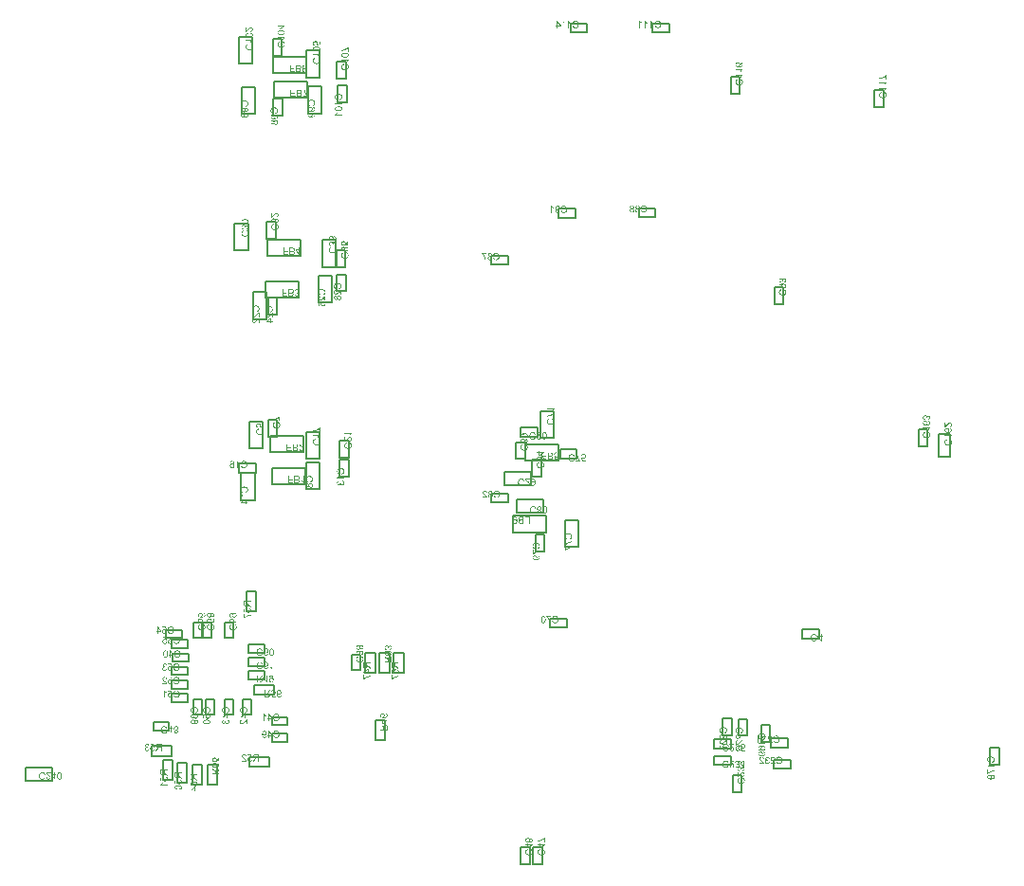
<source format=gbr>
G04*
G04 #@! TF.GenerationSoftware,Altium Limited,Altium Designer,24.2.2 (26)*
G04*
G04 Layer_Color=32896*
%FSLAX25Y25*%
%MOIN*%
G70*
G04*
G04 #@! TF.SameCoordinates,83FD6BF8-7FB9-4712-9294-79CC625926FD*
G04*
G04*
G04 #@! TF.FilePolarity,Positive*
G04*
G01*
G75*
%ADD12C,0.00787*%
G36*
X218816Y-231739D02*
X218885Y-231747D01*
X218950Y-231754D01*
X219012Y-231768D01*
X219070Y-231786D01*
X219125Y-231805D01*
X219176Y-231823D01*
X219223Y-231845D01*
X219263Y-231863D01*
X219303Y-231881D01*
X219333Y-231899D01*
X219362Y-231918D01*
X219380Y-231932D01*
X219398Y-231939D01*
X219405Y-231947D01*
X219409Y-231950D01*
X219460Y-231994D01*
X219504Y-232038D01*
X219544Y-232089D01*
X219584Y-232140D01*
X219649Y-232242D01*
X219700Y-232343D01*
X219722Y-232391D01*
X219740Y-232435D01*
X219755Y-232474D01*
X219766Y-232507D01*
X219777Y-232536D01*
X219784Y-232558D01*
X219788Y-232573D01*
Y-232576D01*
X219453Y-232660D01*
X219438Y-232602D01*
X219420Y-232547D01*
X219402Y-232496D01*
X219384Y-232449D01*
X219362Y-232405D01*
X219340Y-232369D01*
X219314Y-232332D01*
X219292Y-232300D01*
X219274Y-232271D01*
X219252Y-232249D01*
X219234Y-232227D01*
X219220Y-232209D01*
X219205Y-232198D01*
X219194Y-232187D01*
X219191Y-232183D01*
X219187Y-232180D01*
X219150Y-232151D01*
X219110Y-232129D01*
X219030Y-232089D01*
X218954Y-232060D01*
X218878Y-232041D01*
X218812Y-232027D01*
X218787Y-232023D01*
X218761D01*
X218739Y-232019D01*
X218714D01*
X218630Y-232023D01*
X218550Y-232038D01*
X218477Y-232056D01*
X218412Y-232078D01*
X218361Y-232100D01*
X218339Y-232111D01*
X218321Y-232118D01*
X218306Y-232125D01*
X218295Y-232132D01*
X218288Y-232136D01*
X218284D01*
X218215Y-232187D01*
X218157Y-232242D01*
X218106Y-232303D01*
X218066Y-232362D01*
X218033Y-232413D01*
X218011Y-232456D01*
X218004Y-232474D01*
X217997Y-232485D01*
X217993Y-232493D01*
Y-232496D01*
X217964Y-232591D01*
X217942Y-232686D01*
X217924Y-232780D01*
X217913Y-232868D01*
X217909Y-232908D01*
X217906Y-232944D01*
Y-232977D01*
X217902Y-233002D01*
Y-233024D01*
Y-233042D01*
Y-233053D01*
Y-233057D01*
X217906Y-233152D01*
X217913Y-233239D01*
X217928Y-233319D01*
X217942Y-233392D01*
X217953Y-233454D01*
X217960Y-233479D01*
X217968Y-233501D01*
X217971Y-233519D01*
X217975Y-233530D01*
X217978Y-233537D01*
Y-233541D01*
X218015Y-233625D01*
X218055Y-233701D01*
X218099Y-233763D01*
X218146Y-233818D01*
X218186Y-233861D01*
X218219Y-233891D01*
X218244Y-233909D01*
X218248Y-233916D01*
X218251D01*
X218328Y-233963D01*
X218412Y-234000D01*
X218492Y-234025D01*
X218568Y-234040D01*
X218637Y-234051D01*
X218666Y-234054D01*
X218692D01*
X218710Y-234058D01*
X218739D01*
X218830Y-234054D01*
X218914Y-234040D01*
X218983Y-234018D01*
X219045Y-233996D01*
X219092Y-233970D01*
X219129Y-233952D01*
X219150Y-233938D01*
X219158Y-233930D01*
X219216Y-233876D01*
X219271Y-233814D01*
X219314Y-233749D01*
X219351Y-233683D01*
X219380Y-233625D01*
X219391Y-233596D01*
X219398Y-233574D01*
X219405Y-233556D01*
X219413Y-233541D01*
X219416Y-233534D01*
Y-233530D01*
X219744Y-233607D01*
X219722Y-233672D01*
X219700Y-233730D01*
X219671Y-233785D01*
X219646Y-233840D01*
X219616Y-233887D01*
X219584Y-233930D01*
X219555Y-233974D01*
X219525Y-234011D01*
X219496Y-234040D01*
X219471Y-234069D01*
X219445Y-234094D01*
X219427Y-234113D01*
X219409Y-234131D01*
X219394Y-234142D01*
X219387Y-234145D01*
X219384Y-234149D01*
X219333Y-234182D01*
X219282Y-234214D01*
X219231Y-234240D01*
X219176Y-234262D01*
X219067Y-234295D01*
X218969Y-234316D01*
X218921Y-234327D01*
X218881Y-234331D01*
X218841Y-234334D01*
X218808Y-234338D01*
X218783Y-234342D01*
X218746D01*
X218626Y-234334D01*
X218510Y-234316D01*
X218408Y-234295D01*
X218361Y-234280D01*
X218317Y-234265D01*
X218277Y-234251D01*
X218240Y-234236D01*
X218211Y-234225D01*
X218182Y-234214D01*
X218164Y-234204D01*
X218149Y-234196D01*
X218139Y-234193D01*
X218135Y-234189D01*
X218037Y-234127D01*
X217953Y-234054D01*
X217880Y-233981D01*
X217818Y-233909D01*
X217771Y-233843D01*
X217753Y-233814D01*
X217738Y-233788D01*
X217724Y-233770D01*
X217716Y-233756D01*
X217713Y-233745D01*
X217709Y-233741D01*
X217658Y-233628D01*
X217622Y-233512D01*
X217596Y-233395D01*
X217578Y-233290D01*
X217571Y-233243D01*
X217567Y-233195D01*
X217564Y-233159D01*
Y-233122D01*
X217560Y-233097D01*
Y-233075D01*
Y-233061D01*
Y-233057D01*
X217567Y-232926D01*
X217582Y-232799D01*
X217600Y-232686D01*
X217614Y-232631D01*
X217625Y-232584D01*
X217636Y-232540D01*
X217651Y-232500D01*
X217662Y-232464D01*
X217669Y-232435D01*
X217680Y-232413D01*
X217684Y-232394D01*
X217691Y-232383D01*
Y-232380D01*
X217745Y-232271D01*
X217807Y-232172D01*
X217873Y-232089D01*
X217906Y-232056D01*
X217935Y-232023D01*
X217964Y-231994D01*
X217993Y-231968D01*
X218019Y-231947D01*
X218040Y-231932D01*
X218055Y-231918D01*
X218069Y-231907D01*
X218077Y-231903D01*
X218080Y-231899D01*
X218131Y-231870D01*
X218182Y-231845D01*
X218291Y-231805D01*
X218401Y-231776D01*
X218506Y-231757D01*
X218557Y-231750D01*
X218601Y-231743D01*
X218641Y-231739D01*
X218674D01*
X218703Y-231736D01*
X218743D01*
X218816Y-231739D01*
D02*
G37*
G36*
X221698Y-232078D02*
X220457D01*
X220501Y-232140D01*
X220523Y-232165D01*
X220541Y-232191D01*
X220559Y-232212D01*
X220574Y-232227D01*
X220585Y-232238D01*
X220588Y-232242D01*
X220606Y-232260D01*
X220628Y-232278D01*
X220679Y-232325D01*
X220738Y-232380D01*
X220799Y-232435D01*
X220858Y-232482D01*
X220883Y-232504D01*
X220905Y-232525D01*
X220923Y-232540D01*
X220938Y-232551D01*
X220945Y-232558D01*
X220949Y-232562D01*
X221007Y-232613D01*
X221065Y-232660D01*
X221116Y-232708D01*
X221163Y-232748D01*
X221207Y-232787D01*
X221244Y-232824D01*
X221280Y-232857D01*
X221309Y-232886D01*
X221338Y-232915D01*
X221360Y-232937D01*
X221378Y-232955D01*
X221396Y-232973D01*
X221415Y-232995D01*
X221422Y-233002D01*
X221473Y-233064D01*
X221516Y-233119D01*
X221553Y-233173D01*
X221582Y-233217D01*
X221604Y-233257D01*
X221618Y-233286D01*
X221626Y-233304D01*
X221629Y-233312D01*
X221651Y-233366D01*
X221666Y-233421D01*
X221680Y-233472D01*
X221688Y-233516D01*
X221691Y-233556D01*
X221695Y-233585D01*
Y-233603D01*
Y-233610D01*
X221691Y-233665D01*
X221684Y-233716D01*
X221677Y-233767D01*
X221662Y-233810D01*
X221626Y-233898D01*
X221589Y-233967D01*
X221568Y-234000D01*
X221549Y-234025D01*
X221531Y-234051D01*
X221513Y-234069D01*
X221498Y-234083D01*
X221491Y-234098D01*
X221484Y-234102D01*
X221480Y-234105D01*
X221440Y-234142D01*
X221396Y-234174D01*
X221349Y-234200D01*
X221302Y-234222D01*
X221207Y-234258D01*
X221112Y-234284D01*
X221072Y-234291D01*
X221032Y-234298D01*
X220996Y-234302D01*
X220967Y-234305D01*
X220941Y-234309D01*
X220905D01*
X220840Y-234305D01*
X220778Y-234302D01*
X220719Y-234291D01*
X220665Y-234280D01*
X220614Y-234265D01*
X220567Y-234251D01*
X220523Y-234233D01*
X220483Y-234214D01*
X220446Y-234196D01*
X220417Y-234178D01*
X220392Y-234163D01*
X220370Y-234149D01*
X220352Y-234138D01*
X220341Y-234127D01*
X220334Y-234123D01*
X220330Y-234120D01*
X220293Y-234083D01*
X220261Y-234043D01*
X220228Y-234000D01*
X220202Y-233956D01*
X220159Y-233869D01*
X220130Y-233781D01*
X220119Y-233741D01*
X220108Y-233701D01*
X220101Y-233668D01*
X220093Y-233639D01*
X220090Y-233614D01*
Y-233596D01*
X220086Y-233585D01*
Y-233581D01*
X220403Y-233548D01*
X220410Y-233632D01*
X220425Y-233705D01*
X220446Y-233770D01*
X220472Y-233821D01*
X220494Y-233865D01*
X220515Y-233894D01*
X220530Y-233912D01*
X220537Y-233920D01*
X220592Y-233963D01*
X220650Y-233996D01*
X220712Y-234021D01*
X220767Y-234036D01*
X220818Y-234047D01*
X220861Y-234051D01*
X220876Y-234054D01*
X220898D01*
X220974Y-234051D01*
X221043Y-234036D01*
X221102Y-234014D01*
X221152Y-233992D01*
X221193Y-233967D01*
X221218Y-233949D01*
X221236Y-233934D01*
X221244Y-233927D01*
X221287Y-233876D01*
X221320Y-233825D01*
X221345Y-233774D01*
X221360Y-233723D01*
X221371Y-233683D01*
X221375Y-233647D01*
X221378Y-233625D01*
Y-233621D01*
Y-233617D01*
X221371Y-233552D01*
X221356Y-233483D01*
X221331Y-233421D01*
X221305Y-233363D01*
X221276Y-233315D01*
X221251Y-233275D01*
X221244Y-233261D01*
X221236Y-233250D01*
X221229Y-233246D01*
Y-233243D01*
X221200Y-233203D01*
X221163Y-233162D01*
X221123Y-233119D01*
X221080Y-233075D01*
X220989Y-232988D01*
X220898Y-232900D01*
X220850Y-232860D01*
X220810Y-232824D01*
X220770Y-232791D01*
X220738Y-232762D01*
X220712Y-232740D01*
X220690Y-232722D01*
X220676Y-232711D01*
X220672Y-232708D01*
X220581Y-232631D01*
X220497Y-232558D01*
X220428Y-232493D01*
X220374Y-232438D01*
X220326Y-232391D01*
X220293Y-232358D01*
X220275Y-232336D01*
X220268Y-232332D01*
Y-232329D01*
X220217Y-232267D01*
X220177Y-232209D01*
X220141Y-232151D01*
X220111Y-232100D01*
X220090Y-232056D01*
X220075Y-232023D01*
X220068Y-232001D01*
X220064Y-231998D01*
Y-231994D01*
X220050Y-231954D01*
X220042Y-231918D01*
X220035Y-231881D01*
X220031Y-231848D01*
X220028Y-231819D01*
Y-231797D01*
Y-231783D01*
Y-231779D01*
X221698D01*
Y-232078D01*
D02*
G37*
G36*
X222951Y-231743D02*
X223042Y-231757D01*
X223118Y-231783D01*
X223184Y-231808D01*
X223238Y-231834D01*
X223256Y-231848D01*
X223275Y-231859D01*
X223289Y-231867D01*
X223300Y-231874D01*
X223304Y-231881D01*
X223307D01*
X223373Y-231943D01*
X223428Y-232009D01*
X223475Y-232081D01*
X223511Y-232147D01*
X223540Y-232209D01*
X223555Y-232234D01*
X223562Y-232260D01*
X223569Y-232278D01*
X223577Y-232293D01*
X223580Y-232300D01*
Y-232303D01*
X223599Y-232358D01*
X223613Y-232413D01*
X223635Y-232529D01*
X223653Y-232649D01*
X223664Y-232766D01*
X223668Y-232817D01*
X223671Y-232864D01*
Y-232908D01*
X223675Y-232948D01*
Y-232977D01*
Y-233002D01*
Y-233017D01*
Y-233020D01*
Y-233090D01*
X223671Y-233155D01*
Y-233213D01*
X223668Y-233272D01*
X223660Y-233323D01*
X223657Y-233374D01*
X223653Y-233417D01*
X223646Y-233457D01*
X223642Y-233494D01*
X223635Y-233526D01*
X223631Y-233552D01*
X223628Y-233574D01*
X223624Y-233592D01*
X223620Y-233603D01*
X223617Y-233610D01*
Y-233614D01*
X223595Y-233694D01*
X223569Y-233767D01*
X223540Y-233829D01*
X223518Y-233883D01*
X223493Y-233930D01*
X223479Y-233963D01*
X223464Y-233981D01*
X223460Y-233989D01*
X223420Y-234043D01*
X223380Y-234091D01*
X223337Y-234131D01*
X223296Y-234167D01*
X223260Y-234193D01*
X223231Y-234211D01*
X223213Y-234222D01*
X223209Y-234225D01*
X223205D01*
X223147Y-234254D01*
X223085Y-234273D01*
X223027Y-234287D01*
X222972Y-234298D01*
X222925Y-234305D01*
X222885Y-234309D01*
X222852D01*
X222754Y-234302D01*
X222663Y-234287D01*
X222587Y-234262D01*
X222521Y-234236D01*
X222467Y-234207D01*
X222445Y-234196D01*
X222427Y-234182D01*
X222412Y-234174D01*
X222401Y-234167D01*
X222397Y-234160D01*
X222394D01*
X222328Y-234102D01*
X222274Y-234032D01*
X222226Y-233963D01*
X222190Y-233898D01*
X222161Y-233836D01*
X222146Y-233810D01*
X222139Y-233785D01*
X222132Y-233767D01*
X222124Y-233752D01*
X222121Y-233745D01*
Y-233741D01*
X222106Y-233687D01*
X222092Y-233632D01*
X222070Y-233512D01*
X222052Y-233392D01*
X222041Y-233279D01*
X222037Y-233224D01*
X222033Y-233177D01*
Y-233133D01*
X222030Y-233093D01*
Y-233064D01*
Y-233039D01*
Y-233024D01*
Y-233020D01*
X222033Y-232893D01*
X222041Y-232773D01*
X222052Y-232664D01*
X222070Y-232562D01*
X222088Y-232467D01*
X222110Y-232383D01*
X222132Y-232307D01*
X222153Y-232242D01*
X222175Y-232183D01*
X222201Y-232132D01*
X222219Y-232089D01*
X222237Y-232056D01*
X222255Y-232027D01*
X222266Y-232009D01*
X222274Y-231998D01*
X222277Y-231994D01*
X222317Y-231950D01*
X222361Y-231910D01*
X222408Y-231874D01*
X222456Y-231845D01*
X222503Y-231819D01*
X222550Y-231797D01*
X222598Y-231783D01*
X222641Y-231768D01*
X222685Y-231757D01*
X222725Y-231750D01*
X222761Y-231743D01*
X222791Y-231739D01*
X222816Y-231736D01*
X222852D01*
X222951Y-231743D01*
D02*
G37*
G36*
X205965Y-168647D02*
X206082Y-168665D01*
X206184Y-168687D01*
X206231Y-168702D01*
X206275Y-168716D01*
X206315Y-168731D01*
X206351Y-168745D01*
X206380Y-168756D01*
X206410Y-168767D01*
X206428Y-168778D01*
X206442Y-168785D01*
X206453Y-168789D01*
X206457Y-168793D01*
X206555Y-168855D01*
X206639Y-168927D01*
X206712Y-169000D01*
X206773Y-169073D01*
X206821Y-169139D01*
X206839Y-169168D01*
X206854Y-169193D01*
X206868Y-169211D01*
X206875Y-169226D01*
X206879Y-169237D01*
X206883Y-169240D01*
X206934Y-169353D01*
X206970Y-169470D01*
X206996Y-169586D01*
X207014Y-169692D01*
X207021Y-169739D01*
X207025Y-169786D01*
X207028Y-169823D01*
Y-169859D01*
X207032Y-169885D01*
Y-169907D01*
Y-169921D01*
Y-169925D01*
X207025Y-170056D01*
X207010Y-170183D01*
X206992Y-170296D01*
X206977Y-170351D01*
X206966Y-170398D01*
X206956Y-170442D01*
X206941Y-170482D01*
X206930Y-170518D01*
X206923Y-170547D01*
X206912Y-170569D01*
X206908Y-170587D01*
X206901Y-170598D01*
Y-170602D01*
X206846Y-170711D01*
X206785Y-170809D01*
X206719Y-170893D01*
X206686Y-170926D01*
X206657Y-170958D01*
X206628Y-170988D01*
X206599Y-171013D01*
X206573Y-171035D01*
X206552Y-171049D01*
X206537Y-171064D01*
X206522Y-171075D01*
X206515Y-171079D01*
X206511Y-171082D01*
X206460Y-171111D01*
X206410Y-171137D01*
X206300Y-171177D01*
X206191Y-171206D01*
X206086Y-171224D01*
X206035Y-171231D01*
X205991Y-171239D01*
X205951Y-171242D01*
X205918D01*
X205889Y-171246D01*
X205849D01*
X205776Y-171242D01*
X205707Y-171235D01*
X205642Y-171228D01*
X205580Y-171213D01*
X205521Y-171195D01*
X205467Y-171177D01*
X205416Y-171159D01*
X205368Y-171137D01*
X205328Y-171119D01*
X205288Y-171100D01*
X205259Y-171082D01*
X205230Y-171064D01*
X205212Y-171049D01*
X205194Y-171042D01*
X205187Y-171035D01*
X205183Y-171031D01*
X205132Y-170988D01*
X205088Y-170944D01*
X205048Y-170893D01*
X205008Y-170842D01*
X204943Y-170740D01*
X204892Y-170638D01*
X204870Y-170591D01*
X204852Y-170547D01*
X204837Y-170507D01*
X204826Y-170474D01*
X204815Y-170445D01*
X204808Y-170423D01*
X204804Y-170409D01*
Y-170405D01*
X205139Y-170322D01*
X205154Y-170380D01*
X205172Y-170434D01*
X205190Y-170485D01*
X205208Y-170533D01*
X205230Y-170576D01*
X205252Y-170613D01*
X205277Y-170649D01*
X205299Y-170682D01*
X205317Y-170711D01*
X205339Y-170733D01*
X205358Y-170755D01*
X205372Y-170773D01*
X205387Y-170784D01*
X205398Y-170795D01*
X205401Y-170798D01*
X205405Y-170802D01*
X205441Y-170831D01*
X205481Y-170853D01*
X205561Y-170893D01*
X205638Y-170922D01*
X205714Y-170940D01*
X205780Y-170955D01*
X205805Y-170958D01*
X205831D01*
X205853Y-170962D01*
X205878D01*
X205962Y-170958D01*
X206042Y-170944D01*
X206115Y-170926D01*
X206180Y-170904D01*
X206231Y-170882D01*
X206253Y-170871D01*
X206271Y-170864D01*
X206286Y-170857D01*
X206297Y-170849D01*
X206304Y-170846D01*
X206308D01*
X206377Y-170795D01*
X206435Y-170740D01*
X206486Y-170678D01*
X206526Y-170620D01*
X206559Y-170569D01*
X206581Y-170525D01*
X206588Y-170507D01*
X206595Y-170496D01*
X206599Y-170489D01*
Y-170485D01*
X206628Y-170391D01*
X206650Y-170296D01*
X206668Y-170201D01*
X206679Y-170114D01*
X206682Y-170074D01*
X206686Y-170038D01*
Y-170005D01*
X206690Y-169979D01*
Y-169957D01*
Y-169939D01*
Y-169928D01*
Y-169925D01*
X206686Y-169830D01*
X206679Y-169743D01*
X206664Y-169663D01*
X206650Y-169590D01*
X206639Y-169528D01*
X206632Y-169502D01*
X206624Y-169481D01*
X206621Y-169463D01*
X206617Y-169452D01*
X206613Y-169444D01*
Y-169441D01*
X206577Y-169357D01*
X206537Y-169281D01*
X206493Y-169219D01*
X206446Y-169164D01*
X206406Y-169120D01*
X206373Y-169091D01*
X206348Y-169073D01*
X206344Y-169066D01*
X206340D01*
X206264Y-169018D01*
X206180Y-168982D01*
X206100Y-168956D01*
X206024Y-168942D01*
X205955Y-168931D01*
X205925Y-168927D01*
X205900D01*
X205882Y-168924D01*
X205853D01*
X205762Y-168927D01*
X205678Y-168942D01*
X205609Y-168964D01*
X205547Y-168986D01*
X205500Y-169011D01*
X205463Y-169029D01*
X205441Y-169044D01*
X205434Y-169051D01*
X205376Y-169106D01*
X205321Y-169168D01*
X205277Y-169233D01*
X205241Y-169299D01*
X205212Y-169357D01*
X205201Y-169386D01*
X205194Y-169408D01*
X205187Y-169426D01*
X205179Y-169441D01*
X205176Y-169448D01*
Y-169452D01*
X204848Y-169375D01*
X204870Y-169310D01*
X204892Y-169251D01*
X204921Y-169197D01*
X204946Y-169142D01*
X204975Y-169095D01*
X205008Y-169051D01*
X205037Y-169008D01*
X205066Y-168971D01*
X205096Y-168942D01*
X205121Y-168913D01*
X205147Y-168887D01*
X205165Y-168869D01*
X205183Y-168851D01*
X205197Y-168840D01*
X205205Y-168836D01*
X205208Y-168833D01*
X205259Y-168800D01*
X205310Y-168767D01*
X205361Y-168742D01*
X205416Y-168720D01*
X205525Y-168687D01*
X205623Y-168665D01*
X205671Y-168654D01*
X205711Y-168651D01*
X205751Y-168647D01*
X205783Y-168643D01*
X205809Y-168640D01*
X205845D01*
X205965Y-168647D01*
D02*
G37*
G36*
X202540Y-169015D02*
X201306D01*
X201394Y-169120D01*
X201477Y-169233D01*
X201550Y-169342D01*
X201619Y-169448D01*
X201648Y-169495D01*
X201674Y-169539D01*
X201699Y-169579D01*
X201718Y-169612D01*
X201732Y-169641D01*
X201743Y-169659D01*
X201750Y-169674D01*
X201754Y-169677D01*
X201827Y-169823D01*
X201892Y-169968D01*
X201947Y-170107D01*
X201969Y-170169D01*
X201991Y-170230D01*
X202012Y-170285D01*
X202027Y-170336D01*
X202042Y-170380D01*
X202052Y-170416D01*
X202063Y-170449D01*
X202071Y-170471D01*
X202074Y-170485D01*
Y-170489D01*
X202111Y-170638D01*
X202125Y-170711D01*
X202136Y-170776D01*
X202147Y-170838D01*
X202158Y-170900D01*
X202165Y-170951D01*
X202173Y-171002D01*
X202176Y-171046D01*
X202180Y-171086D01*
X202184Y-171122D01*
Y-171151D01*
X202187Y-171173D01*
Y-171188D01*
Y-171199D01*
Y-171202D01*
X201870D01*
X201859Y-171064D01*
X201841Y-170937D01*
X201823Y-170820D01*
X201812Y-170766D01*
X201801Y-170715D01*
X201794Y-170671D01*
X201783Y-170631D01*
X201776Y-170595D01*
X201768Y-170565D01*
X201761Y-170544D01*
X201758Y-170525D01*
X201754Y-170515D01*
Y-170511D01*
X201699Y-170343D01*
X201641Y-170187D01*
X201612Y-170110D01*
X201583Y-170038D01*
X201550Y-169972D01*
X201521Y-169907D01*
X201496Y-169848D01*
X201470Y-169797D01*
X201448Y-169754D01*
X201430Y-169714D01*
X201412Y-169681D01*
X201401Y-169659D01*
X201394Y-169644D01*
X201390Y-169641D01*
X201346Y-169564D01*
X201303Y-169488D01*
X201259Y-169419D01*
X201215Y-169353D01*
X201175Y-169295D01*
X201135Y-169237D01*
X201095Y-169186D01*
X201062Y-169142D01*
X201030Y-169098D01*
X201000Y-169062D01*
X200971Y-169033D01*
X200950Y-169008D01*
X200935Y-168986D01*
X200920Y-168971D01*
X200913Y-168964D01*
X200909Y-168960D01*
Y-168716D01*
X202540D01*
Y-169015D01*
D02*
G37*
G36*
X203760Y-168676D02*
X203818Y-168680D01*
X203920Y-168702D01*
X203967Y-168716D01*
X204011Y-168731D01*
X204051Y-168749D01*
X204087Y-168767D01*
X204116Y-168785D01*
X204146Y-168804D01*
X204171Y-168818D01*
X204189Y-168833D01*
X204204Y-168844D01*
X204215Y-168855D01*
X204222Y-168858D01*
X204225Y-168862D01*
X204258Y-168898D01*
X204291Y-168935D01*
X204316Y-168975D01*
X204338Y-169015D01*
X204375Y-169091D01*
X204397Y-169164D01*
X204411Y-169226D01*
X204415Y-169255D01*
X204418Y-169277D01*
X204422Y-169299D01*
Y-169313D01*
Y-169320D01*
Y-169324D01*
X204418Y-169390D01*
X204408Y-169452D01*
X204393Y-169506D01*
X204375Y-169553D01*
X204360Y-169590D01*
X204346Y-169619D01*
X204335Y-169634D01*
X204331Y-169641D01*
X204291Y-169685D01*
X204247Y-169725D01*
X204200Y-169761D01*
X204153Y-169790D01*
X204109Y-169812D01*
X204076Y-169826D01*
X204062Y-169834D01*
X204051Y-169837D01*
X204047Y-169841D01*
X204044D01*
X204127Y-169867D01*
X204196Y-169899D01*
X204258Y-169939D01*
X204309Y-169976D01*
X204349Y-170012D01*
X204378Y-170041D01*
X204393Y-170059D01*
X204400Y-170063D01*
Y-170067D01*
X204440Y-170132D01*
X204473Y-170201D01*
X204495Y-170267D01*
X204509Y-170332D01*
X204517Y-170391D01*
X204520Y-170416D01*
Y-170438D01*
X204524Y-170453D01*
Y-170467D01*
Y-170474D01*
Y-170478D01*
X204520Y-170536D01*
X204513Y-170595D01*
X204502Y-170649D01*
X204488Y-170704D01*
X204451Y-170795D01*
X204433Y-170838D01*
X204411Y-170875D01*
X204389Y-170911D01*
X204371Y-170940D01*
X204349Y-170966D01*
X204335Y-170988D01*
X204320Y-171006D01*
X204309Y-171017D01*
X204302Y-171024D01*
X204298Y-171028D01*
X204255Y-171068D01*
X204207Y-171100D01*
X204156Y-171130D01*
X204105Y-171155D01*
X204058Y-171173D01*
X204007Y-171192D01*
X203909Y-171217D01*
X203865Y-171228D01*
X203825Y-171235D01*
X203789Y-171239D01*
X203756Y-171242D01*
X203731Y-171246D01*
X203694D01*
X203625Y-171242D01*
X203563Y-171235D01*
X203501Y-171224D01*
X203443Y-171213D01*
X203392Y-171195D01*
X203341Y-171177D01*
X203294Y-171159D01*
X203254Y-171137D01*
X203217Y-171115D01*
X203185Y-171097D01*
X203159Y-171079D01*
X203134Y-171060D01*
X203115Y-171049D01*
X203104Y-171039D01*
X203097Y-171031D01*
X203094Y-171028D01*
X203053Y-170984D01*
X203017Y-170940D01*
X202988Y-170897D01*
X202962Y-170849D01*
X202937Y-170806D01*
X202919Y-170758D01*
X202893Y-170675D01*
X202882Y-170635D01*
X202875Y-170598D01*
X202871Y-170565D01*
X202868Y-170540D01*
X202864Y-170518D01*
Y-170500D01*
Y-170489D01*
Y-170485D01*
X202868Y-170402D01*
X202882Y-170325D01*
X202904Y-170256D01*
X202926Y-170198D01*
X202948Y-170150D01*
X202970Y-170114D01*
X202984Y-170092D01*
X202988Y-170089D01*
Y-170085D01*
X203039Y-170027D01*
X203094Y-169976D01*
X203152Y-169936D01*
X203206Y-169899D01*
X203257Y-169874D01*
X203301Y-169856D01*
X203315Y-169848D01*
X203326Y-169845D01*
X203334Y-169841D01*
X203337D01*
X203272Y-169812D01*
X203217Y-169779D01*
X203170Y-169746D01*
X203130Y-169714D01*
X203101Y-169685D01*
X203079Y-169663D01*
X203064Y-169648D01*
X203061Y-169641D01*
X203028Y-169590D01*
X203006Y-169539D01*
X202988Y-169488D01*
X202977Y-169437D01*
X202970Y-169397D01*
X202966Y-169364D01*
Y-169342D01*
Y-169339D01*
Y-169335D01*
X202970Y-169284D01*
X202973Y-169237D01*
X202999Y-169146D01*
X203032Y-169066D01*
X203068Y-168997D01*
X203104Y-168942D01*
X203123Y-168920D01*
X203137Y-168898D01*
X203152Y-168884D01*
X203163Y-168873D01*
X203166Y-168869D01*
X203170Y-168866D01*
X203210Y-168833D01*
X203250Y-168800D01*
X203294Y-168774D01*
X203337Y-168753D01*
X203425Y-168720D01*
X203512Y-168698D01*
X203549Y-168687D01*
X203585Y-168684D01*
X203618Y-168680D01*
X203647Y-168676D01*
X203669Y-168673D01*
X203701D01*
X203760Y-168676D01*
D02*
G37*
G36*
X231474Y-87142D02*
X231514Y-87201D01*
X231561Y-87259D01*
X231605Y-87310D01*
X231648Y-87354D01*
X231681Y-87390D01*
X231696Y-87401D01*
X231707Y-87412D01*
X231710Y-87415D01*
X231714Y-87419D01*
X231790Y-87481D01*
X231867Y-87539D01*
X231940Y-87590D01*
X232012Y-87630D01*
X232074Y-87667D01*
X232100Y-87681D01*
X232121Y-87692D01*
X232140Y-87703D01*
X232154Y-87707D01*
X232162Y-87714D01*
X232165D01*
Y-88012D01*
X232111Y-87991D01*
X232056Y-87965D01*
X232001Y-87940D01*
X231950Y-87914D01*
X231907Y-87892D01*
X231870Y-87874D01*
X231849Y-87860D01*
X231845Y-87856D01*
X231841D01*
X231776Y-87816D01*
X231717Y-87776D01*
X231667Y-87739D01*
X231627Y-87707D01*
X231590Y-87681D01*
X231568Y-87659D01*
X231550Y-87645D01*
X231546Y-87641D01*
Y-89610D01*
X231237D01*
Y-87081D01*
X231437D01*
X231474Y-87142D01*
D02*
G37*
G36*
X229515D02*
X229555Y-87201D01*
X229603Y-87259D01*
X229646Y-87310D01*
X229690Y-87354D01*
X229723Y-87390D01*
X229737Y-87401D01*
X229748Y-87412D01*
X229752Y-87415D01*
X229755Y-87419D01*
X229832Y-87481D01*
X229908Y-87539D01*
X229981Y-87590D01*
X230054Y-87630D01*
X230116Y-87667D01*
X230141Y-87681D01*
X230163Y-87692D01*
X230181Y-87703D01*
X230196Y-87707D01*
X230203Y-87714D01*
X230207D01*
Y-88012D01*
X230152Y-87991D01*
X230098Y-87965D01*
X230043Y-87940D01*
X229992Y-87914D01*
X229948Y-87892D01*
X229912Y-87874D01*
X229890Y-87860D01*
X229887Y-87856D01*
X229883D01*
X229817Y-87816D01*
X229759Y-87776D01*
X229708Y-87739D01*
X229668Y-87707D01*
X229632Y-87681D01*
X229610Y-87659D01*
X229592Y-87645D01*
X229588Y-87641D01*
Y-89610D01*
X229279D01*
Y-87081D01*
X229479D01*
X229515Y-87142D01*
D02*
G37*
G36*
X233847Y-87055D02*
X233963Y-87073D01*
X234065Y-87095D01*
X234113Y-87110D01*
X234156Y-87124D01*
X234196Y-87139D01*
X234233Y-87153D01*
X234262Y-87164D01*
X234291Y-87175D01*
X234309Y-87186D01*
X234324Y-87193D01*
X234335Y-87197D01*
X234338Y-87201D01*
X234437Y-87263D01*
X234520Y-87335D01*
X234593Y-87408D01*
X234655Y-87481D01*
X234702Y-87546D01*
X234720Y-87576D01*
X234735Y-87601D01*
X234750Y-87619D01*
X234757Y-87634D01*
X234761Y-87645D01*
X234764Y-87648D01*
X234815Y-87761D01*
X234852Y-87878D01*
X234877Y-87994D01*
X234895Y-88100D01*
X234903Y-88147D01*
X234906Y-88194D01*
X234910Y-88231D01*
Y-88267D01*
X234913Y-88293D01*
Y-88315D01*
Y-88329D01*
Y-88333D01*
X234906Y-88464D01*
X234892Y-88591D01*
X234873Y-88704D01*
X234859Y-88759D01*
X234848Y-88806D01*
X234837Y-88850D01*
X234822Y-88890D01*
X234811Y-88926D01*
X234804Y-88955D01*
X234793Y-88977D01*
X234790Y-88995D01*
X234782Y-89006D01*
Y-89010D01*
X234728Y-89119D01*
X234666Y-89217D01*
X234600Y-89301D01*
X234568Y-89334D01*
X234539Y-89367D01*
X234509Y-89396D01*
X234480Y-89421D01*
X234455Y-89443D01*
X234433Y-89457D01*
X234418Y-89472D01*
X234404Y-89483D01*
X234397Y-89487D01*
X234393Y-89490D01*
X234342Y-89519D01*
X234291Y-89545D01*
X234182Y-89585D01*
X234073Y-89614D01*
X233967Y-89632D01*
X233916Y-89640D01*
X233872Y-89647D01*
X233832Y-89650D01*
X233800D01*
X233770Y-89654D01*
X233730D01*
X233658Y-89650D01*
X233589Y-89643D01*
X233523Y-89636D01*
X233461Y-89621D01*
X233403Y-89603D01*
X233348Y-89585D01*
X233297Y-89567D01*
X233250Y-89545D01*
X233210Y-89527D01*
X233170Y-89508D01*
X233141Y-89490D01*
X233112Y-89472D01*
X233093Y-89457D01*
X233075Y-89450D01*
X233068Y-89443D01*
X233064Y-89439D01*
X233013Y-89396D01*
X232970Y-89352D01*
X232930Y-89301D01*
X232890Y-89250D01*
X232824Y-89148D01*
X232773Y-89046D01*
X232751Y-88999D01*
X232733Y-88955D01*
X232718Y-88915D01*
X232708Y-88882D01*
X232697Y-88853D01*
X232689Y-88831D01*
X232686Y-88817D01*
Y-88813D01*
X233021Y-88730D01*
X233035Y-88788D01*
X233053Y-88842D01*
X233072Y-88893D01*
X233090Y-88941D01*
X233112Y-88984D01*
X233134Y-89021D01*
X233159Y-89057D01*
X233181Y-89090D01*
X233199Y-89119D01*
X233221Y-89141D01*
X233239Y-89163D01*
X233254Y-89181D01*
X233268Y-89192D01*
X233279Y-89203D01*
X233283Y-89206D01*
X233286Y-89210D01*
X233323Y-89239D01*
X233363Y-89261D01*
X233443Y-89301D01*
X233519Y-89330D01*
X233596Y-89348D01*
X233661Y-89363D01*
X233687Y-89367D01*
X233712D01*
X233734Y-89370D01*
X233759D01*
X233843Y-89367D01*
X233923Y-89352D01*
X233996Y-89334D01*
X234062Y-89312D01*
X234113Y-89290D01*
X234135Y-89279D01*
X234153Y-89272D01*
X234167Y-89265D01*
X234178Y-89257D01*
X234185Y-89254D01*
X234189D01*
X234258Y-89203D01*
X234316Y-89148D01*
X234367Y-89086D01*
X234407Y-89028D01*
X234440Y-88977D01*
X234462Y-88933D01*
X234469Y-88915D01*
X234477Y-88904D01*
X234480Y-88897D01*
Y-88893D01*
X234509Y-88799D01*
X234531Y-88704D01*
X234549Y-88609D01*
X234560Y-88522D01*
X234564Y-88482D01*
X234568Y-88446D01*
Y-88413D01*
X234571Y-88387D01*
Y-88366D01*
Y-88347D01*
Y-88336D01*
Y-88333D01*
X234568Y-88238D01*
X234560Y-88151D01*
X234546Y-88071D01*
X234531Y-87998D01*
X234520Y-87936D01*
X234513Y-87910D01*
X234506Y-87889D01*
X234502Y-87871D01*
X234499Y-87860D01*
X234495Y-87852D01*
Y-87849D01*
X234458Y-87765D01*
X234418Y-87688D01*
X234375Y-87627D01*
X234327Y-87572D01*
X234287Y-87528D01*
X234255Y-87499D01*
X234229Y-87481D01*
X234226Y-87474D01*
X234222D01*
X234145Y-87426D01*
X234062Y-87390D01*
X233982Y-87365D01*
X233905Y-87350D01*
X233836Y-87339D01*
X233807Y-87335D01*
X233781D01*
X233763Y-87332D01*
X233734D01*
X233643Y-87335D01*
X233559Y-87350D01*
X233490Y-87372D01*
X233428Y-87394D01*
X233381Y-87419D01*
X233345Y-87437D01*
X233323Y-87452D01*
X233315Y-87459D01*
X233257Y-87514D01*
X233203Y-87576D01*
X233159Y-87641D01*
X233123Y-87707D01*
X233093Y-87765D01*
X233083Y-87794D01*
X233075Y-87816D01*
X233068Y-87834D01*
X233061Y-87849D01*
X233057Y-87856D01*
Y-87860D01*
X232729Y-87783D01*
X232751Y-87718D01*
X232773Y-87659D01*
X232802Y-87605D01*
X232828Y-87550D01*
X232857Y-87503D01*
X232890Y-87459D01*
X232919Y-87415D01*
X232948Y-87379D01*
X232977Y-87350D01*
X233002Y-87321D01*
X233028Y-87295D01*
X233046Y-87277D01*
X233064Y-87259D01*
X233079Y-87248D01*
X233086Y-87244D01*
X233090Y-87241D01*
X233141Y-87208D01*
X233192Y-87175D01*
X233243Y-87150D01*
X233297Y-87128D01*
X233406Y-87095D01*
X233505Y-87073D01*
X233552Y-87062D01*
X233592Y-87059D01*
X233632Y-87055D01*
X233665Y-87051D01*
X233690Y-87048D01*
X233727D01*
X233847Y-87055D01*
D02*
G37*
G36*
X228591Y-88722D02*
Y-89006D01*
X227495D01*
Y-89610D01*
X227186D01*
Y-89006D01*
X226844D01*
Y-88722D01*
X227186D01*
Y-87091D01*
X227437D01*
X228591Y-88722D01*
D02*
G37*
G36*
X260401Y-87103D02*
X260441Y-87161D01*
X260489Y-87219D01*
X260532Y-87270D01*
X260576Y-87314D01*
X260609Y-87350D01*
X260623Y-87361D01*
X260634Y-87372D01*
X260638Y-87376D01*
X260641Y-87380D01*
X260718Y-87441D01*
X260794Y-87500D01*
X260867Y-87551D01*
X260940Y-87591D01*
X261002Y-87627D01*
X261027Y-87642D01*
X261049Y-87653D01*
X261067Y-87664D01*
X261082Y-87667D01*
X261089Y-87674D01*
X261093D01*
Y-87973D01*
X261038Y-87951D01*
X260984Y-87926D01*
X260929Y-87900D01*
X260878Y-87875D01*
X260834Y-87853D01*
X260798Y-87835D01*
X260776Y-87820D01*
X260772Y-87816D01*
X260769D01*
X260703Y-87776D01*
X260645Y-87736D01*
X260594Y-87700D01*
X260554Y-87667D01*
X260518Y-87642D01*
X260496Y-87620D01*
X260478Y-87605D01*
X260474Y-87602D01*
Y-89571D01*
X260165D01*
Y-87041D01*
X260365D01*
X260401Y-87103D01*
D02*
G37*
G36*
X258443D02*
X258483Y-87161D01*
X258530Y-87219D01*
X258574Y-87270D01*
X258618Y-87314D01*
X258650Y-87350D01*
X258665Y-87361D01*
X258676Y-87372D01*
X258679Y-87376D01*
X258683Y-87380D01*
X258759Y-87441D01*
X258836Y-87500D01*
X258909Y-87551D01*
X258982Y-87591D01*
X259043Y-87627D01*
X259069Y-87642D01*
X259091Y-87653D01*
X259109Y-87664D01*
X259123Y-87667D01*
X259131Y-87674D01*
X259134D01*
Y-87973D01*
X259080Y-87951D01*
X259025Y-87926D01*
X258971Y-87900D01*
X258920Y-87875D01*
X258876Y-87853D01*
X258840Y-87835D01*
X258818Y-87820D01*
X258814Y-87816D01*
X258810D01*
X258745Y-87776D01*
X258687Y-87736D01*
X258636Y-87700D01*
X258596Y-87667D01*
X258559Y-87642D01*
X258538Y-87620D01*
X258519Y-87605D01*
X258516Y-87602D01*
Y-89571D01*
X258206D01*
Y-87041D01*
X258406D01*
X258443Y-87103D01*
D02*
G37*
G36*
X256485D02*
X256525Y-87161D01*
X256572Y-87219D01*
X256616Y-87270D01*
X256659Y-87314D01*
X256692Y-87350D01*
X256707Y-87361D01*
X256717Y-87372D01*
X256721Y-87376D01*
X256725Y-87380D01*
X256801Y-87441D01*
X256878Y-87500D01*
X256950Y-87551D01*
X257023Y-87591D01*
X257085Y-87627D01*
X257111Y-87642D01*
X257132Y-87653D01*
X257151Y-87664D01*
X257165Y-87667D01*
X257172Y-87674D01*
X257176D01*
Y-87973D01*
X257121Y-87951D01*
X257067Y-87926D01*
X257012Y-87900D01*
X256961Y-87875D01*
X256918Y-87853D01*
X256881Y-87835D01*
X256859Y-87820D01*
X256856Y-87816D01*
X256852D01*
X256787Y-87776D01*
X256728Y-87736D01*
X256677Y-87700D01*
X256637Y-87667D01*
X256601Y-87642D01*
X256579Y-87620D01*
X256561Y-87605D01*
X256557Y-87602D01*
Y-89571D01*
X256248D01*
Y-87041D01*
X256448D01*
X256485Y-87103D01*
D02*
G37*
G36*
X262774Y-87016D02*
X262891Y-87034D01*
X262993Y-87056D01*
X263040Y-87070D01*
X263084Y-87085D01*
X263124Y-87099D01*
X263160Y-87114D01*
X263189Y-87125D01*
X263218Y-87136D01*
X263237Y-87147D01*
X263251Y-87154D01*
X263262Y-87157D01*
X263266Y-87161D01*
X263364Y-87223D01*
X263448Y-87296D01*
X263521Y-87369D01*
X263582Y-87441D01*
X263630Y-87507D01*
X263648Y-87536D01*
X263663Y-87562D01*
X263677Y-87580D01*
X263684Y-87594D01*
X263688Y-87605D01*
X263692Y-87609D01*
X263743Y-87722D01*
X263779Y-87838D01*
X263805Y-87955D01*
X263823Y-88060D01*
X263830Y-88108D01*
X263834Y-88155D01*
X263837Y-88191D01*
Y-88228D01*
X263841Y-88253D01*
Y-88275D01*
Y-88290D01*
Y-88293D01*
X263834Y-88424D01*
X263819Y-88552D01*
X263801Y-88665D01*
X263786Y-88719D01*
X263775Y-88766D01*
X263765Y-88810D01*
X263750Y-88850D01*
X263739Y-88886D01*
X263732Y-88916D01*
X263721Y-88937D01*
X263717Y-88956D01*
X263710Y-88967D01*
Y-88970D01*
X263655Y-89079D01*
X263593Y-89178D01*
X263528Y-89262D01*
X263495Y-89294D01*
X263466Y-89327D01*
X263437Y-89356D01*
X263408Y-89382D01*
X263382Y-89403D01*
X263361Y-89418D01*
X263346Y-89433D01*
X263331Y-89443D01*
X263324Y-89447D01*
X263320Y-89451D01*
X263269Y-89480D01*
X263218Y-89505D01*
X263109Y-89545D01*
X263000Y-89574D01*
X262895Y-89593D01*
X262844Y-89600D01*
X262800Y-89607D01*
X262760Y-89611D01*
X262727D01*
X262698Y-89614D01*
X262658D01*
X262585Y-89611D01*
X262516Y-89604D01*
X262451Y-89596D01*
X262389Y-89582D01*
X262330Y-89564D01*
X262276Y-89545D01*
X262225Y-89527D01*
X262177Y-89505D01*
X262137Y-89487D01*
X262097Y-89469D01*
X262068Y-89451D01*
X262039Y-89433D01*
X262021Y-89418D01*
X262003Y-89411D01*
X261996Y-89403D01*
X261992Y-89400D01*
X261941Y-89356D01*
X261897Y-89312D01*
X261857Y-89262D01*
X261817Y-89210D01*
X261752Y-89109D01*
X261701Y-89007D01*
X261679Y-88959D01*
X261661Y-88916D01*
X261646Y-88876D01*
X261635Y-88843D01*
X261624Y-88814D01*
X261617Y-88792D01*
X261613Y-88777D01*
Y-88774D01*
X261948Y-88690D01*
X261963Y-88748D01*
X261981Y-88803D01*
X261999Y-88854D01*
X262017Y-88901D01*
X262039Y-88945D01*
X262061Y-88981D01*
X262087Y-89018D01*
X262108Y-89050D01*
X262126Y-89079D01*
X262148Y-89101D01*
X262167Y-89123D01*
X262181Y-89141D01*
X262196Y-89152D01*
X262207Y-89163D01*
X262210Y-89167D01*
X262214Y-89170D01*
X262250Y-89200D01*
X262290Y-89221D01*
X262370Y-89262D01*
X262447Y-89291D01*
X262523Y-89309D01*
X262589Y-89323D01*
X262614Y-89327D01*
X262640D01*
X262662Y-89331D01*
X262687D01*
X262771Y-89327D01*
X262851Y-89312D01*
X262924Y-89294D01*
X262989Y-89272D01*
X263040Y-89250D01*
X263062Y-89240D01*
X263080Y-89232D01*
X263095Y-89225D01*
X263106Y-89218D01*
X263113Y-89214D01*
X263117D01*
X263186Y-89163D01*
X263244Y-89109D01*
X263295Y-89047D01*
X263335Y-88989D01*
X263368Y-88937D01*
X263390Y-88894D01*
X263397Y-88876D01*
X263404Y-88865D01*
X263408Y-88857D01*
Y-88854D01*
X263437Y-88759D01*
X263459Y-88665D01*
X263477Y-88570D01*
X263488Y-88482D01*
X263492Y-88442D01*
X263495Y-88406D01*
Y-88373D01*
X263499Y-88348D01*
Y-88326D01*
Y-88308D01*
Y-88297D01*
Y-88293D01*
X263495Y-88199D01*
X263488Y-88111D01*
X263473Y-88031D01*
X263459Y-87958D01*
X263448Y-87897D01*
X263441Y-87871D01*
X263433Y-87849D01*
X263430Y-87831D01*
X263426Y-87820D01*
X263422Y-87813D01*
Y-87809D01*
X263386Y-87725D01*
X263346Y-87649D01*
X263302Y-87587D01*
X263255Y-87532D01*
X263215Y-87489D01*
X263182Y-87460D01*
X263157Y-87441D01*
X263153Y-87434D01*
X263149D01*
X263073Y-87387D01*
X262989Y-87350D01*
X262909Y-87325D01*
X262833Y-87310D01*
X262764Y-87300D01*
X262734Y-87296D01*
X262709D01*
X262691Y-87292D01*
X262662D01*
X262571Y-87296D01*
X262487Y-87310D01*
X262418Y-87332D01*
X262356Y-87354D01*
X262309Y-87380D01*
X262272Y-87398D01*
X262250Y-87412D01*
X262243Y-87420D01*
X262185Y-87474D01*
X262130Y-87536D01*
X262087Y-87602D01*
X262050Y-87667D01*
X262021Y-87725D01*
X262010Y-87754D01*
X262003Y-87776D01*
X261996Y-87795D01*
X261988Y-87809D01*
X261985Y-87816D01*
Y-87820D01*
X261657Y-87744D01*
X261679Y-87678D01*
X261701Y-87620D01*
X261730Y-87565D01*
X261755Y-87511D01*
X261784Y-87463D01*
X261817Y-87420D01*
X261846Y-87376D01*
X261875Y-87340D01*
X261905Y-87310D01*
X261930Y-87281D01*
X261955Y-87256D01*
X261974Y-87238D01*
X261992Y-87219D01*
X262006Y-87208D01*
X262014Y-87205D01*
X262017Y-87201D01*
X262068Y-87168D01*
X262119Y-87136D01*
X262170Y-87110D01*
X262225Y-87088D01*
X262334Y-87056D01*
X262432Y-87034D01*
X262480Y-87023D01*
X262520Y-87019D01*
X262560Y-87016D01*
X262592Y-87012D01*
X262618Y-87008D01*
X262654D01*
X262774Y-87016D01*
D02*
G37*
G36*
X225425Y-152162D02*
X225465Y-152220D01*
X225513Y-152278D01*
X225556Y-152330D01*
X225600Y-152373D01*
X225633Y-152410D01*
X225647Y-152420D01*
X225658Y-152431D01*
X225662Y-152435D01*
X225666Y-152439D01*
X225742Y-152501D01*
X225818Y-152559D01*
X225891Y-152610D01*
X225964Y-152650D01*
X226026Y-152686D01*
X226051Y-152701D01*
X226073Y-152712D01*
X226092Y-152723D01*
X226106Y-152726D01*
X226113Y-152734D01*
X226117D01*
Y-153032D01*
X226062Y-153010D01*
X226008Y-152985D01*
X225953Y-152959D01*
X225902Y-152934D01*
X225858Y-152912D01*
X225822Y-152894D01*
X225800Y-152879D01*
X225797Y-152875D01*
X225793D01*
X225728Y-152835D01*
X225669Y-152795D01*
X225618Y-152759D01*
X225578Y-152726D01*
X225542Y-152701D01*
X225520Y-152679D01*
X225502Y-152664D01*
X225498Y-152661D01*
Y-154630D01*
X225189D01*
Y-152100D01*
X225389D01*
X225425Y-152162D01*
D02*
G37*
G36*
X227584Y-152104D02*
X227642Y-152111D01*
X227700Y-152122D01*
X227751Y-152137D01*
X227850Y-152177D01*
X227893Y-152195D01*
X227930Y-152217D01*
X227966Y-152242D01*
X227995Y-152260D01*
X228024Y-152282D01*
X228046Y-152300D01*
X228064Y-152315D01*
X228075Y-152326D01*
X228082Y-152333D01*
X228086Y-152337D01*
X228126Y-152380D01*
X228159Y-152431D01*
X228192Y-152479D01*
X228217Y-152530D01*
X228239Y-152584D01*
X228257Y-152635D01*
X228283Y-152730D01*
X228294Y-152777D01*
X228301Y-152817D01*
X228305Y-152857D01*
X228308Y-152890D01*
X228312Y-152916D01*
Y-152934D01*
Y-152948D01*
Y-152952D01*
X228308Y-153021D01*
X228301Y-153083D01*
X228294Y-153145D01*
X228279Y-153203D01*
X228261Y-153254D01*
X228243Y-153305D01*
X228224Y-153349D01*
X228203Y-153389D01*
X228185Y-153425D01*
X228166Y-153458D01*
X228148Y-153483D01*
X228130Y-153509D01*
X228115Y-153527D01*
X228108Y-153538D01*
X228101Y-153545D01*
X228097Y-153549D01*
X228057Y-153589D01*
X228013Y-153622D01*
X227970Y-153654D01*
X227922Y-153680D01*
X227879Y-153702D01*
X227835Y-153720D01*
X227751Y-153745D01*
X227715Y-153756D01*
X227678Y-153764D01*
X227649Y-153767D01*
X227620Y-153771D01*
X227598Y-153775D01*
X227569D01*
X227500Y-153771D01*
X227435Y-153760D01*
X227376Y-153745D01*
X227322Y-153727D01*
X227282Y-153713D01*
X227249Y-153698D01*
X227227Y-153687D01*
X227220Y-153684D01*
X227162Y-153647D01*
X227111Y-153607D01*
X227067Y-153567D01*
X227031Y-153531D01*
X227005Y-153494D01*
X226983Y-153469D01*
X226969Y-153451D01*
X226965Y-153443D01*
Y-153472D01*
Y-153491D01*
Y-153502D01*
Y-153505D01*
X226969Y-153578D01*
X226972Y-153647D01*
X226980Y-153709D01*
X226987Y-153767D01*
X226998Y-153815D01*
X227005Y-153851D01*
X227009Y-153866D01*
Y-153876D01*
X227012Y-153880D01*
Y-153884D01*
X227031Y-153949D01*
X227049Y-154007D01*
X227067Y-154059D01*
X227085Y-154102D01*
X227100Y-154135D01*
X227114Y-154160D01*
X227122Y-154179D01*
X227125Y-154182D01*
X227154Y-154222D01*
X227184Y-154255D01*
X227213Y-154284D01*
X227242Y-154310D01*
X227263Y-154332D01*
X227285Y-154346D01*
X227300Y-154353D01*
X227304Y-154357D01*
X227344Y-154379D01*
X227387Y-154393D01*
X227427Y-154404D01*
X227467Y-154412D01*
X227500Y-154415D01*
X227526Y-154419D01*
X227551D01*
X227609Y-154415D01*
X227664Y-154404D01*
X227711Y-154390D01*
X227751Y-154372D01*
X227780Y-154357D01*
X227806Y-154342D01*
X227820Y-154332D01*
X227824Y-154328D01*
X227860Y-154288D01*
X227890Y-154241D01*
X227915Y-154190D01*
X227933Y-154139D01*
X227948Y-154095D01*
X227959Y-154055D01*
X227962Y-154040D01*
Y-154033D01*
X227966Y-154026D01*
Y-154022D01*
X228265Y-154048D01*
X228243Y-154153D01*
X228214Y-154244D01*
X228177Y-154324D01*
X228141Y-154390D01*
X228104Y-154441D01*
X228086Y-154463D01*
X228072Y-154481D01*
X228061Y-154492D01*
X228050Y-154503D01*
X228046Y-154506D01*
X228043Y-154510D01*
X228006Y-154539D01*
X227966Y-154564D01*
X227886Y-154604D01*
X227806Y-154634D01*
X227730Y-154652D01*
X227660Y-154666D01*
X227631Y-154670D01*
X227606D01*
X227588Y-154674D01*
X227558D01*
X227456Y-154666D01*
X227365Y-154652D01*
X227282Y-154626D01*
X227213Y-154597D01*
X227184Y-154586D01*
X227154Y-154572D01*
X227133Y-154557D01*
X227111Y-154546D01*
X227096Y-154539D01*
X227085Y-154532D01*
X227078Y-154524D01*
X227074D01*
X227002Y-154463D01*
X226936Y-154393D01*
X226885Y-154321D01*
X226841Y-154251D01*
X226805Y-154190D01*
X226790Y-154160D01*
X226779Y-154139D01*
X226772Y-154117D01*
X226765Y-154102D01*
X226761Y-154095D01*
Y-154091D01*
X226743Y-154037D01*
X226725Y-153975D01*
X226699Y-153851D01*
X226681Y-153720D01*
X226670Y-153596D01*
X226663Y-153542D01*
X226659Y-153487D01*
Y-153440D01*
X226656Y-153400D01*
Y-153367D01*
Y-153341D01*
Y-153323D01*
Y-153320D01*
Y-153236D01*
X226659Y-153156D01*
X226667Y-153083D01*
X226674Y-153014D01*
X226681Y-152952D01*
X226688Y-152894D01*
X226699Y-152839D01*
X226710Y-152792D01*
X226721Y-152752D01*
X226729Y-152715D01*
X226739Y-152683D01*
X226747Y-152657D01*
X226754Y-152639D01*
X226761Y-152624D01*
X226765Y-152617D01*
Y-152613D01*
X226809Y-152526D01*
X226856Y-152450D01*
X226910Y-152384D01*
X226958Y-152330D01*
X227005Y-152289D01*
X227042Y-152260D01*
X227056Y-152249D01*
X227067Y-152242D01*
X227071Y-152235D01*
X227074D01*
X227151Y-152191D01*
X227227Y-152158D01*
X227304Y-152133D01*
X227373Y-152118D01*
X227435Y-152107D01*
X227460Y-152104D01*
X227478D01*
X227497Y-152100D01*
X227522D01*
X227584Y-152104D01*
D02*
G37*
G36*
X229757Y-152075D02*
X229873Y-152093D01*
X229975Y-152115D01*
X230023Y-152129D01*
X230066Y-152144D01*
X230106Y-152158D01*
X230143Y-152173D01*
X230172Y-152184D01*
X230201Y-152195D01*
X230219Y-152206D01*
X230234Y-152213D01*
X230245Y-152217D01*
X230248Y-152220D01*
X230347Y-152282D01*
X230430Y-152355D01*
X230503Y-152428D01*
X230565Y-152501D01*
X230612Y-152566D01*
X230630Y-152595D01*
X230645Y-152621D01*
X230660Y-152639D01*
X230667Y-152653D01*
X230671Y-152664D01*
X230674Y-152668D01*
X230725Y-152781D01*
X230762Y-152897D01*
X230787Y-153014D01*
X230805Y-153119D01*
X230813Y-153167D01*
X230816Y-153214D01*
X230820Y-153250D01*
Y-153287D01*
X230823Y-153312D01*
Y-153334D01*
Y-153349D01*
Y-153352D01*
X230816Y-153483D01*
X230802Y-153611D01*
X230783Y-153724D01*
X230769Y-153778D01*
X230758Y-153825D01*
X230747Y-153869D01*
X230732Y-153909D01*
X230721Y-153946D01*
X230714Y-153975D01*
X230703Y-153997D01*
X230700Y-154015D01*
X230692Y-154026D01*
Y-154029D01*
X230638Y-154139D01*
X230576Y-154237D01*
X230510Y-154321D01*
X230478Y-154353D01*
X230449Y-154386D01*
X230419Y-154415D01*
X230390Y-154441D01*
X230365Y-154463D01*
X230343Y-154477D01*
X230328Y-154492D01*
X230314Y-154503D01*
X230307Y-154506D01*
X230303Y-154510D01*
X230252Y-154539D01*
X230201Y-154564D01*
X230092Y-154604D01*
X229983Y-154634D01*
X229877Y-154652D01*
X229826Y-154659D01*
X229782Y-154666D01*
X229742Y-154670D01*
X229710D01*
X229680Y-154674D01*
X229641D01*
X229568Y-154670D01*
X229499Y-154663D01*
X229433Y-154655D01*
X229371Y-154641D01*
X229313Y-154623D01*
X229258Y-154604D01*
X229207Y-154586D01*
X229160Y-154564D01*
X229120Y-154546D01*
X229080Y-154528D01*
X229051Y-154510D01*
X229022Y-154492D01*
X229004Y-154477D01*
X228985Y-154470D01*
X228978Y-154463D01*
X228974Y-154459D01*
X228923Y-154415D01*
X228880Y-154372D01*
X228840Y-154321D01*
X228800Y-154270D01*
X228734Y-154168D01*
X228683Y-154066D01*
X228661Y-154018D01*
X228643Y-153975D01*
X228628Y-153935D01*
X228618Y-153902D01*
X228607Y-153873D01*
X228599Y-153851D01*
X228596Y-153836D01*
Y-153833D01*
X228931Y-153749D01*
X228945Y-153807D01*
X228963Y-153862D01*
X228982Y-153913D01*
X229000Y-153960D01*
X229022Y-154004D01*
X229044Y-154040D01*
X229069Y-154077D01*
X229091Y-154109D01*
X229109Y-154139D01*
X229131Y-154160D01*
X229149Y-154182D01*
X229164Y-154200D01*
X229178Y-154211D01*
X229189Y-154222D01*
X229193Y-154226D01*
X229196Y-154230D01*
X229233Y-154259D01*
X229273Y-154280D01*
X229353Y-154321D01*
X229429Y-154350D01*
X229506Y-154368D01*
X229571Y-154382D01*
X229597Y-154386D01*
X229622D01*
X229644Y-154390D01*
X229670D01*
X229753Y-154386D01*
X229833Y-154372D01*
X229906Y-154353D01*
X229972Y-154332D01*
X230023Y-154310D01*
X230045Y-154299D01*
X230063Y-154291D01*
X230077Y-154284D01*
X230088Y-154277D01*
X230096Y-154273D01*
X230099D01*
X230168Y-154222D01*
X230226Y-154168D01*
X230277Y-154106D01*
X230317Y-154048D01*
X230350Y-153997D01*
X230372Y-153953D01*
X230379Y-153935D01*
X230387Y-153924D01*
X230390Y-153917D01*
Y-153913D01*
X230419Y-153818D01*
X230441Y-153724D01*
X230459Y-153629D01*
X230470Y-153542D01*
X230474Y-153502D01*
X230478Y-153465D01*
Y-153432D01*
X230481Y-153407D01*
Y-153385D01*
Y-153367D01*
Y-153356D01*
Y-153352D01*
X230478Y-153258D01*
X230470Y-153170D01*
X230456Y-153090D01*
X230441Y-153017D01*
X230430Y-152956D01*
X230423Y-152930D01*
X230416Y-152908D01*
X230412Y-152890D01*
X230409Y-152879D01*
X230405Y-152872D01*
Y-152868D01*
X230368Y-152785D01*
X230328Y-152708D01*
X230285Y-152646D01*
X230237Y-152592D01*
X230197Y-152548D01*
X230165Y-152519D01*
X230139Y-152501D01*
X230135Y-152493D01*
X230132D01*
X230055Y-152446D01*
X229972Y-152410D01*
X229892Y-152384D01*
X229815Y-152369D01*
X229746Y-152359D01*
X229717Y-152355D01*
X229691D01*
X229673Y-152351D01*
X229644D01*
X229553Y-152355D01*
X229469Y-152369D01*
X229400Y-152391D01*
X229338Y-152413D01*
X229291Y-152439D01*
X229255Y-152457D01*
X229233Y-152471D01*
X229225Y-152479D01*
X229167Y-152533D01*
X229113Y-152595D01*
X229069Y-152661D01*
X229033Y-152726D01*
X229004Y-152785D01*
X228993Y-152814D01*
X228985Y-152835D01*
X228978Y-152854D01*
X228971Y-152868D01*
X228967Y-152875D01*
Y-152879D01*
X228640Y-152803D01*
X228661Y-152737D01*
X228683Y-152679D01*
X228712Y-152624D01*
X228738Y-152570D01*
X228767Y-152522D01*
X228800Y-152479D01*
X228829Y-152435D01*
X228858Y-152399D01*
X228887Y-152369D01*
X228912Y-152340D01*
X228938Y-152315D01*
X228956Y-152297D01*
X228974Y-152278D01*
X228989Y-152268D01*
X228996Y-152264D01*
X229000Y-152260D01*
X229051Y-152228D01*
X229102Y-152195D01*
X229153Y-152169D01*
X229207Y-152147D01*
X229316Y-152115D01*
X229415Y-152093D01*
X229462Y-152082D01*
X229502Y-152078D01*
X229542Y-152075D01*
X229575Y-152071D01*
X229600Y-152067D01*
X229637D01*
X229757Y-152075D01*
D02*
G37*
G36*
X257837Y-151931D02*
X257954Y-151949D01*
X258056Y-151971D01*
X258103Y-151985D01*
X258147Y-152000D01*
X258187Y-152015D01*
X258223Y-152029D01*
X258252Y-152040D01*
X258281Y-152051D01*
X258300Y-152062D01*
X258314Y-152069D01*
X258325Y-152073D01*
X258329Y-152076D01*
X258427Y-152138D01*
X258511Y-152211D01*
X258584Y-152284D01*
X258646Y-152357D01*
X258693Y-152422D01*
X258711Y-152451D01*
X258726Y-152477D01*
X258740Y-152495D01*
X258747Y-152509D01*
X258751Y-152521D01*
X258755Y-152524D01*
X258806Y-152637D01*
X258842Y-152753D01*
X258868Y-152870D01*
X258886Y-152975D01*
X258893Y-153023D01*
X258897Y-153070D01*
X258900Y-153106D01*
Y-153143D01*
X258904Y-153168D01*
Y-153190D01*
Y-153205D01*
Y-153208D01*
X258897Y-153340D01*
X258882Y-153467D01*
X258864Y-153580D01*
X258849Y-153634D01*
X258838Y-153682D01*
X258827Y-153725D01*
X258813Y-153765D01*
X258802Y-153802D01*
X258795Y-153831D01*
X258784Y-153853D01*
X258780Y-153871D01*
X258773Y-153882D01*
Y-153885D01*
X258718Y-153995D01*
X258656Y-154093D01*
X258591Y-154177D01*
X258558Y-154209D01*
X258529Y-154242D01*
X258500Y-154271D01*
X258471Y-154297D01*
X258445Y-154319D01*
X258423Y-154333D01*
X258409Y-154348D01*
X258394Y-154359D01*
X258387Y-154362D01*
X258383Y-154366D01*
X258332Y-154395D01*
X258281Y-154420D01*
X258172Y-154461D01*
X258063Y-154490D01*
X257958Y-154508D01*
X257907Y-154515D01*
X257863Y-154523D01*
X257823Y-154526D01*
X257790D01*
X257761Y-154530D01*
X257721D01*
X257648Y-154526D01*
X257579Y-154519D01*
X257513Y-154511D01*
X257452Y-154497D01*
X257393Y-154479D01*
X257339Y-154461D01*
X257288Y-154442D01*
X257241Y-154420D01*
X257200Y-154402D01*
X257160Y-154384D01*
X257131Y-154366D01*
X257102Y-154348D01*
X257084Y-154333D01*
X257066Y-154326D01*
X257059Y-154319D01*
X257055Y-154315D01*
X257004Y-154271D01*
X256960Y-154228D01*
X256920Y-154177D01*
X256880Y-154126D01*
X256815Y-154024D01*
X256764Y-153922D01*
X256742Y-153875D01*
X256724Y-153831D01*
X256709Y-153791D01*
X256698Y-153758D01*
X256687Y-153729D01*
X256680Y-153707D01*
X256676Y-153692D01*
Y-153689D01*
X257011Y-153605D01*
X257026Y-153663D01*
X257044Y-153718D01*
X257062Y-153769D01*
X257080Y-153816D01*
X257102Y-153860D01*
X257124Y-153896D01*
X257150Y-153933D01*
X257171Y-153965D01*
X257189Y-153995D01*
X257211Y-154016D01*
X257230Y-154038D01*
X257244Y-154057D01*
X257259Y-154068D01*
X257270Y-154078D01*
X257273Y-154082D01*
X257277Y-154086D01*
X257313Y-154115D01*
X257353Y-154137D01*
X257433Y-154177D01*
X257510Y-154206D01*
X257586Y-154224D01*
X257652Y-154238D01*
X257677Y-154242D01*
X257703D01*
X257725Y-154246D01*
X257750D01*
X257834Y-154242D01*
X257914Y-154228D01*
X257987Y-154209D01*
X258052Y-154188D01*
X258103Y-154166D01*
X258125Y-154155D01*
X258143Y-154148D01*
X258158Y-154140D01*
X258169Y-154133D01*
X258176Y-154129D01*
X258180D01*
X258249Y-154078D01*
X258307Y-154024D01*
X258358Y-153962D01*
X258398Y-153904D01*
X258431Y-153853D01*
X258453Y-153809D01*
X258460Y-153791D01*
X258467Y-153780D01*
X258471Y-153773D01*
Y-153769D01*
X258500Y-153674D01*
X258522Y-153580D01*
X258540Y-153485D01*
X258551Y-153398D01*
X258555Y-153358D01*
X258558Y-153321D01*
Y-153288D01*
X258562Y-153263D01*
Y-153241D01*
Y-153223D01*
Y-153212D01*
Y-153208D01*
X258558Y-153114D01*
X258551Y-153026D01*
X258536Y-152946D01*
X258522Y-152874D01*
X258511Y-152812D01*
X258504Y-152786D01*
X258496Y-152764D01*
X258493Y-152746D01*
X258489Y-152735D01*
X258485Y-152728D01*
Y-152724D01*
X258449Y-152641D01*
X258409Y-152564D01*
X258365Y-152502D01*
X258318Y-152448D01*
X258278Y-152404D01*
X258245Y-152375D01*
X258220Y-152357D01*
X258216Y-152349D01*
X258212D01*
X258136Y-152302D01*
X258052Y-152266D01*
X257972Y-152240D01*
X257896Y-152226D01*
X257826Y-152215D01*
X257797Y-152211D01*
X257772D01*
X257754Y-152207D01*
X257725D01*
X257634Y-152211D01*
X257550Y-152226D01*
X257481Y-152248D01*
X257419Y-152269D01*
X257371Y-152295D01*
X257335Y-152313D01*
X257313Y-152328D01*
X257306Y-152335D01*
X257248Y-152389D01*
X257193Y-152451D01*
X257150Y-152517D01*
X257113Y-152582D01*
X257084Y-152641D01*
X257073Y-152670D01*
X257066Y-152691D01*
X257059Y-152710D01*
X257051Y-152724D01*
X257048Y-152732D01*
Y-152735D01*
X256720Y-152659D01*
X256742Y-152593D01*
X256764Y-152535D01*
X256793Y-152480D01*
X256818Y-152426D01*
X256847Y-152378D01*
X256880Y-152335D01*
X256909Y-152291D01*
X256938Y-152255D01*
X256967Y-152226D01*
X256993Y-152197D01*
X257018Y-152171D01*
X257037Y-152153D01*
X257055Y-152135D01*
X257069Y-152124D01*
X257077Y-152120D01*
X257080Y-152116D01*
X257131Y-152084D01*
X257182Y-152051D01*
X257233Y-152025D01*
X257288Y-152004D01*
X257397Y-151971D01*
X257495Y-151949D01*
X257543Y-151938D01*
X257583Y-151934D01*
X257623Y-151931D01*
X257655Y-151927D01*
X257681Y-151924D01*
X257717D01*
X257837Y-151931D01*
D02*
G37*
G36*
X255632Y-151960D02*
X255690Y-151963D01*
X255792Y-151985D01*
X255839Y-152000D01*
X255883Y-152015D01*
X255923Y-152033D01*
X255959Y-152051D01*
X255988Y-152069D01*
X256017Y-152087D01*
X256043Y-152102D01*
X256061Y-152116D01*
X256076Y-152127D01*
X256087Y-152138D01*
X256094Y-152142D01*
X256098Y-152146D01*
X256130Y-152182D01*
X256163Y-152218D01*
X256189Y-152258D01*
X256210Y-152298D01*
X256247Y-152375D01*
X256269Y-152448D01*
X256283Y-152509D01*
X256287Y-152539D01*
X256290Y-152560D01*
X256294Y-152582D01*
Y-152597D01*
Y-152604D01*
Y-152608D01*
X256290Y-152673D01*
X256279Y-152735D01*
X256265Y-152790D01*
X256247Y-152837D01*
X256232Y-152874D01*
X256218Y-152903D01*
X256207Y-152917D01*
X256203Y-152925D01*
X256163Y-152968D01*
X256119Y-153008D01*
X256072Y-153045D01*
X256025Y-153074D01*
X255981Y-153096D01*
X255948Y-153110D01*
X255934Y-153117D01*
X255923Y-153121D01*
X255919Y-153125D01*
X255915D01*
X255999Y-153150D01*
X256068Y-153183D01*
X256130Y-153223D01*
X256181Y-153259D01*
X256221Y-153296D01*
X256250Y-153325D01*
X256265Y-153343D01*
X256272Y-153347D01*
Y-153350D01*
X256312Y-153416D01*
X256345Y-153485D01*
X256367Y-153551D01*
X256381Y-153616D01*
X256389Y-153674D01*
X256392Y-153700D01*
Y-153722D01*
X256396Y-153736D01*
Y-153751D01*
Y-153758D01*
Y-153762D01*
X256392Y-153820D01*
X256385Y-153878D01*
X256374Y-153933D01*
X256360Y-153987D01*
X256323Y-154078D01*
X256305Y-154122D01*
X256283Y-154158D01*
X256261Y-154195D01*
X256243Y-154224D01*
X256221Y-154250D01*
X256207Y-154271D01*
X256192Y-154289D01*
X256181Y-154300D01*
X256174Y-154308D01*
X256170Y-154311D01*
X256127Y-154351D01*
X256079Y-154384D01*
X256028Y-154413D01*
X255977Y-154439D01*
X255930Y-154457D01*
X255879Y-154475D01*
X255781Y-154501D01*
X255737Y-154511D01*
X255697Y-154519D01*
X255661Y-154523D01*
X255628Y-154526D01*
X255603Y-154530D01*
X255566D01*
X255497Y-154526D01*
X255435Y-154519D01*
X255373Y-154508D01*
X255315Y-154497D01*
X255264Y-154479D01*
X255213Y-154461D01*
X255166Y-154442D01*
X255126Y-154420D01*
X255089Y-154399D01*
X255057Y-154381D01*
X255031Y-154362D01*
X255006Y-154344D01*
X254987Y-154333D01*
X254976Y-154322D01*
X254969Y-154315D01*
X254965Y-154311D01*
X254925Y-154268D01*
X254889Y-154224D01*
X254860Y-154180D01*
X254834Y-154133D01*
X254809Y-154089D01*
X254791Y-154042D01*
X254765Y-153958D01*
X254754Y-153918D01*
X254747Y-153882D01*
X254743Y-153849D01*
X254740Y-153824D01*
X254736Y-153802D01*
Y-153784D01*
Y-153773D01*
Y-153769D01*
X254740Y-153685D01*
X254754Y-153609D01*
X254776Y-153540D01*
X254798Y-153481D01*
X254820Y-153434D01*
X254842Y-153398D01*
X254856Y-153376D01*
X254860Y-153372D01*
Y-153369D01*
X254911Y-153310D01*
X254965Y-153259D01*
X255024Y-153219D01*
X255078Y-153183D01*
X255129Y-153157D01*
X255173Y-153139D01*
X255188Y-153132D01*
X255198Y-153128D01*
X255206Y-153125D01*
X255209D01*
X255144Y-153096D01*
X255089Y-153063D01*
X255042Y-153030D01*
X255002Y-152997D01*
X254973Y-152968D01*
X254951Y-152946D01*
X254936Y-152932D01*
X254933Y-152925D01*
X254900Y-152874D01*
X254878Y-152823D01*
X254860Y-152772D01*
X254849Y-152721D01*
X254842Y-152681D01*
X254838Y-152648D01*
Y-152626D01*
Y-152622D01*
Y-152619D01*
X254842Y-152568D01*
X254845Y-152521D01*
X254871Y-152429D01*
X254904Y-152349D01*
X254940Y-152280D01*
X254976Y-152226D01*
X254995Y-152204D01*
X255009Y-152182D01*
X255024Y-152167D01*
X255035Y-152156D01*
X255038Y-152153D01*
X255042Y-152149D01*
X255082Y-152116D01*
X255122Y-152084D01*
X255166Y-152058D01*
X255209Y-152036D01*
X255297Y-152004D01*
X255384Y-151982D01*
X255420Y-151971D01*
X255457Y-151967D01*
X255490Y-151963D01*
X255519Y-151960D01*
X255541Y-151956D01*
X255573D01*
X255632Y-151960D01*
D02*
G37*
G36*
X253673D02*
X253731Y-151963D01*
X253833Y-151985D01*
X253881Y-152000D01*
X253924Y-152015D01*
X253964Y-152033D01*
X254001Y-152051D01*
X254030Y-152069D01*
X254059Y-152087D01*
X254085Y-152102D01*
X254103Y-152116D01*
X254117Y-152127D01*
X254128Y-152138D01*
X254136Y-152142D01*
X254139Y-152146D01*
X254172Y-152182D01*
X254205Y-152218D01*
X254230Y-152258D01*
X254252Y-152298D01*
X254288Y-152375D01*
X254310Y-152448D01*
X254325Y-152509D01*
X254328Y-152539D01*
X254332Y-152560D01*
X254336Y-152582D01*
Y-152597D01*
Y-152604D01*
Y-152608D01*
X254332Y-152673D01*
X254321Y-152735D01*
X254307Y-152790D01*
X254288Y-152837D01*
X254274Y-152874D01*
X254259Y-152903D01*
X254248Y-152917D01*
X254245Y-152925D01*
X254205Y-152968D01*
X254161Y-153008D01*
X254114Y-153045D01*
X254066Y-153074D01*
X254023Y-153096D01*
X253990Y-153110D01*
X253975Y-153117D01*
X253964Y-153121D01*
X253961Y-153125D01*
X253957D01*
X254041Y-153150D01*
X254110Y-153183D01*
X254172Y-153223D01*
X254223Y-153259D01*
X254263Y-153296D01*
X254292Y-153325D01*
X254307Y-153343D01*
X254314Y-153347D01*
Y-153350D01*
X254354Y-153416D01*
X254387Y-153485D01*
X254409Y-153551D01*
X254423Y-153616D01*
X254430Y-153674D01*
X254434Y-153700D01*
Y-153722D01*
X254438Y-153736D01*
Y-153751D01*
Y-153758D01*
Y-153762D01*
X254434Y-153820D01*
X254427Y-153878D01*
X254416Y-153933D01*
X254401Y-153987D01*
X254365Y-154078D01*
X254347Y-154122D01*
X254325Y-154158D01*
X254303Y-154195D01*
X254285Y-154224D01*
X254263Y-154250D01*
X254248Y-154271D01*
X254234Y-154289D01*
X254223Y-154300D01*
X254216Y-154308D01*
X254212Y-154311D01*
X254168Y-154351D01*
X254121Y-154384D01*
X254070Y-154413D01*
X254019Y-154439D01*
X253972Y-154457D01*
X253921Y-154475D01*
X253822Y-154501D01*
X253779Y-154511D01*
X253739Y-154519D01*
X253702Y-154523D01*
X253670Y-154526D01*
X253644Y-154530D01*
X253608D01*
X253539Y-154526D01*
X253477Y-154519D01*
X253415Y-154508D01*
X253357Y-154497D01*
X253306Y-154479D01*
X253255Y-154461D01*
X253207Y-154442D01*
X253167Y-154420D01*
X253131Y-154399D01*
X253098Y-154381D01*
X253073Y-154362D01*
X253047Y-154344D01*
X253029Y-154333D01*
X253018Y-154322D01*
X253011Y-154315D01*
X253007Y-154311D01*
X252967Y-154268D01*
X252931Y-154224D01*
X252902Y-154180D01*
X252876Y-154133D01*
X252851Y-154089D01*
X252832Y-154042D01*
X252807Y-153958D01*
X252796Y-153918D01*
X252789Y-153882D01*
X252785Y-153849D01*
X252782Y-153824D01*
X252778Y-153802D01*
Y-153784D01*
Y-153773D01*
Y-153769D01*
X252782Y-153685D01*
X252796Y-153609D01*
X252818Y-153540D01*
X252840Y-153481D01*
X252861Y-153434D01*
X252883Y-153398D01*
X252898Y-153376D01*
X252902Y-153372D01*
Y-153369D01*
X252953Y-153310D01*
X253007Y-153259D01*
X253065Y-153219D01*
X253120Y-153183D01*
X253171Y-153157D01*
X253215Y-153139D01*
X253229Y-153132D01*
X253240Y-153128D01*
X253247Y-153125D01*
X253251D01*
X253186Y-153096D01*
X253131Y-153063D01*
X253084Y-153030D01*
X253044Y-152997D01*
X253014Y-152968D01*
X252993Y-152946D01*
X252978Y-152932D01*
X252974Y-152925D01*
X252942Y-152874D01*
X252920Y-152823D01*
X252902Y-152772D01*
X252891Y-152721D01*
X252883Y-152681D01*
X252880Y-152648D01*
Y-152626D01*
Y-152622D01*
Y-152619D01*
X252883Y-152568D01*
X252887Y-152521D01*
X252912Y-152429D01*
X252945Y-152349D01*
X252982Y-152280D01*
X253018Y-152226D01*
X253036Y-152204D01*
X253051Y-152182D01*
X253065Y-152167D01*
X253076Y-152156D01*
X253080Y-152153D01*
X253084Y-152149D01*
X253124Y-152116D01*
X253164Y-152084D01*
X253207Y-152058D01*
X253251Y-152036D01*
X253338Y-152004D01*
X253426Y-151982D01*
X253462Y-151971D01*
X253499Y-151967D01*
X253531Y-151963D01*
X253560Y-151960D01*
X253582Y-151956D01*
X253615D01*
X253673Y-151960D01*
D02*
G37*
G36*
X227112Y-238881D02*
X227185Y-238892D01*
X227254Y-238907D01*
X227316Y-238925D01*
X227374Y-238950D01*
X227429Y-238976D01*
X227480Y-239001D01*
X227523Y-239031D01*
X227564Y-239060D01*
X227600Y-239085D01*
X227629Y-239114D01*
X227655Y-239136D01*
X227673Y-239154D01*
X227687Y-239169D01*
X227695Y-239180D01*
X227698Y-239183D01*
X227735Y-239231D01*
X227764Y-239282D01*
X227793Y-239329D01*
X227815Y-239380D01*
X227851Y-239478D01*
X227873Y-239573D01*
X227880Y-239613D01*
X227888Y-239653D01*
X227891Y-239686D01*
X227895Y-239715D01*
X227899Y-239740D01*
Y-239759D01*
Y-239770D01*
Y-239773D01*
X227895Y-239839D01*
X227888Y-239900D01*
X227877Y-239962D01*
X227862Y-240017D01*
X227844Y-240068D01*
X227826Y-240119D01*
X227804Y-240163D01*
X227786Y-240203D01*
X227764Y-240239D01*
X227742Y-240272D01*
X227724Y-240297D01*
X227706Y-240323D01*
X227691Y-240341D01*
X227680Y-240352D01*
X227673Y-240359D01*
X227669Y-240363D01*
X227625Y-240403D01*
X227582Y-240439D01*
X227535Y-240468D01*
X227487Y-240494D01*
X227440Y-240519D01*
X227393Y-240538D01*
X227305Y-240563D01*
X227265Y-240574D01*
X227229Y-240581D01*
X227196Y-240585D01*
X227167Y-240588D01*
X227145Y-240592D01*
X227065D01*
X227021Y-240585D01*
X226934Y-240567D01*
X226854Y-240541D01*
X226781Y-240512D01*
X226723Y-240483D01*
X226697Y-240468D01*
X226675Y-240458D01*
X226657Y-240446D01*
X226646Y-240439D01*
X226639Y-240436D01*
X226635Y-240432D01*
X226770Y-241113D01*
X227778D01*
Y-241407D01*
X226526D01*
X226282Y-240112D01*
X226573Y-240072D01*
X226599Y-240112D01*
X226632Y-240144D01*
X226661Y-240177D01*
X226690Y-240203D01*
X226719Y-240221D01*
X226741Y-240239D01*
X226755Y-240246D01*
X226759Y-240250D01*
X226806Y-240272D01*
X226854Y-240290D01*
X226897Y-240301D01*
X226941Y-240312D01*
X226977Y-240316D01*
X227007Y-240319D01*
X227076D01*
X227119Y-240312D01*
X227196Y-240294D01*
X227261Y-240268D01*
X227320Y-240243D01*
X227363Y-240214D01*
X227396Y-240188D01*
X227414Y-240170D01*
X227422Y-240166D01*
Y-240163D01*
X227473Y-240101D01*
X227509Y-240035D01*
X227535Y-239966D01*
X227553Y-239897D01*
X227564Y-239839D01*
X227567Y-239813D01*
Y-239791D01*
X227571Y-239773D01*
Y-239759D01*
Y-239751D01*
Y-239748D01*
Y-239697D01*
X227564Y-239649D01*
X227545Y-239558D01*
X227520Y-239482D01*
X227494Y-239420D01*
X227465Y-239369D01*
X227440Y-239329D01*
X227429Y-239318D01*
X227422Y-239307D01*
X227418Y-239304D01*
X227414Y-239300D01*
X227385Y-239271D01*
X227356Y-239245D01*
X227291Y-239202D01*
X227229Y-239173D01*
X227167Y-239154D01*
X227116Y-239140D01*
X227072Y-239136D01*
X227058Y-239132D01*
X227036D01*
X226967Y-239136D01*
X226905Y-239151D01*
X226850Y-239169D01*
X226806Y-239191D01*
X226766Y-239213D01*
X226737Y-239231D01*
X226723Y-239245D01*
X226715Y-239249D01*
X226672Y-239300D01*
X226635Y-239354D01*
X226606Y-239416D01*
X226584Y-239471D01*
X226570Y-239526D01*
X226559Y-239566D01*
X226555Y-239584D01*
X226552Y-239595D01*
Y-239602D01*
Y-239606D01*
X226228Y-239580D01*
X226235Y-239522D01*
X226246Y-239467D01*
X226279Y-239366D01*
X226319Y-239278D01*
X226341Y-239238D01*
X226362Y-239205D01*
X226381Y-239173D01*
X226402Y-239143D01*
X226421Y-239122D01*
X226439Y-239103D01*
X226453Y-239089D01*
X226461Y-239074D01*
X226468Y-239071D01*
X226472Y-239067D01*
X226515Y-239034D01*
X226559Y-239005D01*
X226606Y-238980D01*
X226654Y-238958D01*
X226745Y-238925D01*
X226836Y-238903D01*
X226876Y-238892D01*
X226916Y-238889D01*
X226948Y-238885D01*
X226977Y-238881D01*
X227003Y-238878D01*
X227036D01*
X227112Y-238881D01*
D02*
G37*
G36*
X221075Y-238669D02*
X222705D01*
Y-238920D01*
X222205Y-239274D01*
Y-240064D01*
X223389D01*
Y-240363D01*
X222205D01*
Y-240394D01*
X222243Y-240405D01*
X222323Y-240438D01*
X222392Y-240474D01*
X222447Y-240511D01*
X222469Y-240529D01*
X222491Y-240543D01*
X222505Y-240558D01*
X222516Y-240569D01*
X222520Y-240572D01*
X222523Y-240576D01*
X222556Y-240616D01*
X222589Y-240656D01*
X222614Y-240700D01*
X222636Y-240743D01*
X222669Y-240831D01*
X222691Y-240918D01*
X222702Y-240955D01*
X222705Y-240991D01*
X222709Y-241024D01*
X222713Y-241053D01*
X222716Y-241075D01*
Y-241108D01*
X222714Y-241142D01*
X223574D01*
Y-241440D01*
X222647D01*
X222640Y-241457D01*
X222622Y-241493D01*
X222603Y-241522D01*
X222585Y-241551D01*
X222571Y-241577D01*
X222556Y-241595D01*
X222545Y-241610D01*
X222534Y-241621D01*
X222531Y-241628D01*
X222527Y-241632D01*
X222491Y-241664D01*
X222454Y-241697D01*
X222414Y-241723D01*
X222374Y-241744D01*
X222298Y-241781D01*
X222225Y-241803D01*
X222163Y-241817D01*
X222134Y-241821D01*
X222112Y-241825D01*
X222090Y-241828D01*
X222076D01*
X222068D01*
X222065D01*
X221999Y-241825D01*
X221937Y-241814D01*
X221883Y-241799D01*
X221835Y-241781D01*
X221799Y-241766D01*
X221770Y-241752D01*
X221755Y-241741D01*
X221748Y-241737D01*
X221704Y-241697D01*
X221664Y-241653D01*
X221628Y-241606D01*
X221599Y-241559D01*
X221577Y-241515D01*
X221562Y-241482D01*
X221555Y-241468D01*
X221551Y-241457D01*
X221548Y-241453D01*
Y-241450D01*
X221522Y-241533D01*
X221490Y-241602D01*
X221450Y-241664D01*
X221413Y-241715D01*
X221377Y-241755D01*
X221348Y-241785D01*
X221329Y-241799D01*
X221326Y-241806D01*
X221322D01*
X221257Y-241846D01*
X221187Y-241879D01*
X221122Y-241901D01*
X221056Y-241915D01*
X220998Y-241923D01*
X220973Y-241927D01*
X220951D01*
X220936Y-241930D01*
X220922D01*
X220915D01*
X220911D01*
X220853Y-241927D01*
X220794Y-241919D01*
X220740Y-241908D01*
X220685Y-241894D01*
X220594Y-241857D01*
X220550Y-241839D01*
X220514Y-241817D01*
X220478Y-241795D01*
X220449Y-241777D01*
X220423Y-241755D01*
X220401Y-241741D01*
X220383Y-241726D01*
X220372Y-241715D01*
X220365Y-241708D01*
X220361Y-241704D01*
X220321Y-241661D01*
X220288Y-241613D01*
X220259Y-241562D01*
X220234Y-241512D01*
X220216Y-241464D01*
X220197Y-241413D01*
X220172Y-241315D01*
X220161Y-241271D01*
X220154Y-241231D01*
X220150Y-241195D01*
X220146Y-241162D01*
X220143Y-241137D01*
Y-241100D01*
X220146Y-241031D01*
X220154Y-240969D01*
X220165Y-240907D01*
X220176Y-240849D01*
X220194Y-240798D01*
X220212Y-240747D01*
X220230Y-240700D01*
X220252Y-240660D01*
X220274Y-240623D01*
X220292Y-240591D01*
X220310Y-240565D01*
X220328Y-240540D01*
X220339Y-240521D01*
X220350Y-240511D01*
X220358Y-240503D01*
X220361Y-240500D01*
X220405Y-240459D01*
X220449Y-240423D01*
X220492Y-240394D01*
X220540Y-240369D01*
X220583Y-240343D01*
X220631Y-240325D01*
X220714Y-240299D01*
X220754Y-240288D01*
X220791Y-240281D01*
X220824Y-240278D01*
X220849Y-240274D01*
X220871Y-240270D01*
X220889D01*
X220900D01*
X220904D01*
X220987Y-240274D01*
X221064Y-240288D01*
X221133Y-240310D01*
X221191Y-240332D01*
X221238Y-240354D01*
X221275Y-240376D01*
X221297Y-240390D01*
X221300Y-240394D01*
X221304D01*
X221362Y-240445D01*
X221413Y-240500D01*
X221453Y-240558D01*
X221490Y-240612D01*
X221515Y-240663D01*
X221533Y-240707D01*
X221541Y-240722D01*
X221544Y-240733D01*
X221548Y-240740D01*
Y-240743D01*
X221577Y-240678D01*
X221610Y-240623D01*
X221642Y-240576D01*
X221675Y-240536D01*
X221704Y-240507D01*
X221726Y-240485D01*
X221741Y-240470D01*
X221748Y-240467D01*
X221799Y-240434D01*
X221850Y-240412D01*
X221871Y-240405D01*
Y-239510D01*
X221075Y-240074D01*
X220791D01*
Y-238978D01*
X220186D01*
Y-238669D01*
X220791D01*
Y-238327D01*
X221075D01*
Y-238669D01*
D02*
G37*
G36*
X225041Y-238925D02*
X225117Y-238929D01*
X225187Y-238936D01*
X225245Y-238943D01*
X225292Y-238950D01*
X225329Y-238954D01*
X225350Y-238961D01*
X225358D01*
X225420Y-238980D01*
X225471Y-238998D01*
X225518Y-239020D01*
X225558Y-239041D01*
X225591Y-239056D01*
X225616Y-239071D01*
X225631Y-239082D01*
X225634Y-239085D01*
X225674Y-239118D01*
X225711Y-239158D01*
X225740Y-239198D01*
X225769Y-239234D01*
X225791Y-239271D01*
X225805Y-239296D01*
X225816Y-239315D01*
X225820Y-239322D01*
X225846Y-239380D01*
X225864Y-239438D01*
X225878Y-239493D01*
X225886Y-239544D01*
X225893Y-239587D01*
X225897Y-239624D01*
Y-239646D01*
Y-239649D01*
Y-239653D01*
X225893Y-239733D01*
X225878Y-239806D01*
X225856Y-239868D01*
X225835Y-239926D01*
X225813Y-239970D01*
X225791Y-240002D01*
X225776Y-240024D01*
X225773Y-240032D01*
X225722Y-240090D01*
X225667Y-240137D01*
X225605Y-240177D01*
X225551Y-240210D01*
X225500Y-240235D01*
X225456Y-240250D01*
X225441Y-240257D01*
X225430Y-240261D01*
X225423Y-240265D01*
X225420D01*
X225482Y-240301D01*
X225536Y-240337D01*
X225580Y-240377D01*
X225616Y-240414D01*
X225645Y-240443D01*
X225667Y-240472D01*
X225678Y-240487D01*
X225682Y-240494D01*
X225711Y-240548D01*
X225733Y-240599D01*
X225751Y-240650D01*
X225762Y-240698D01*
X225769Y-240738D01*
X225773Y-240771D01*
Y-240789D01*
Y-240796D01*
X225769Y-240858D01*
X225758Y-240920D01*
X225740Y-240974D01*
X225722Y-241025D01*
X225704Y-241069D01*
X225685Y-241098D01*
X225674Y-241120D01*
X225671Y-241127D01*
X225631Y-241182D01*
X225587Y-241233D01*
X225540Y-241273D01*
X225496Y-241306D01*
X225460Y-241331D01*
X225427Y-241349D01*
X225405Y-241360D01*
X225401Y-241364D01*
X225398D01*
X225329Y-241389D01*
X225252Y-241407D01*
X225176Y-241422D01*
X225103Y-241429D01*
X225037Y-241437D01*
X225008D01*
X224983Y-241440D01*
X223993D01*
Y-238921D01*
X224954D01*
X225041Y-238925D01*
D02*
G37*
G36*
X221067Y-242545D02*
X221009Y-242560D01*
X220954Y-242578D01*
X220904Y-242596D01*
X220856Y-242614D01*
X220813Y-242636D01*
X220776Y-242658D01*
X220740Y-242684D01*
X220707Y-242705D01*
X220678Y-242724D01*
X220656Y-242745D01*
X220634Y-242764D01*
X220616Y-242778D01*
X220605Y-242793D01*
X220594Y-242804D01*
X220590Y-242807D01*
X220587Y-242811D01*
X220558Y-242847D01*
X220536Y-242887D01*
X220496Y-242968D01*
X220467Y-243044D01*
X220449Y-243120D01*
X220434Y-243186D01*
X220430Y-243211D01*
Y-243237D01*
X220427Y-243259D01*
Y-243284D01*
X220430Y-243368D01*
X220445Y-243448D01*
X220463Y-243521D01*
X220485Y-243586D01*
X220507Y-243637D01*
X220518Y-243659D01*
X220525Y-243677D01*
X220532Y-243692D01*
X220540Y-243703D01*
X220543Y-243710D01*
Y-243714D01*
X220594Y-243783D01*
X220649Y-243841D01*
X220711Y-243892D01*
X220769Y-243932D01*
X220820Y-243965D01*
X220864Y-243987D01*
X220882Y-243994D01*
X220893Y-244001D01*
X220900Y-244005D01*
X220904D01*
X220998Y-244034D01*
X221093Y-244056D01*
X221187Y-244074D01*
X221275Y-244085D01*
X221315Y-244089D01*
X221351Y-244092D01*
X221384D01*
X221410Y-244096D01*
X221431D01*
X221450D01*
X221461D01*
X221464D01*
X221559Y-244092D01*
X221646Y-244085D01*
X221726Y-244070D01*
X221799Y-244056D01*
X221861Y-244045D01*
X221886Y-244038D01*
X221908Y-244030D01*
X221926Y-244027D01*
X221937Y-244023D01*
X221945Y-244020D01*
X221948D01*
X222032Y-243983D01*
X222108Y-243943D01*
X222170Y-243899D01*
X222225Y-243852D01*
X222269Y-243812D01*
X222298Y-243779D01*
X222316Y-243754D01*
X222323Y-243750D01*
Y-243746D01*
X222371Y-243670D01*
X222407Y-243586D01*
X222432Y-243506D01*
X222447Y-243430D01*
X222458Y-243361D01*
X222462Y-243332D01*
Y-243306D01*
X222465Y-243288D01*
Y-243259D01*
X222462Y-243168D01*
X222447Y-243084D01*
X222425Y-243015D01*
X222403Y-242953D01*
X222378Y-242906D01*
X222360Y-242869D01*
X222345Y-242847D01*
X222338Y-242840D01*
X222283Y-242782D01*
X222221Y-242727D01*
X222156Y-242684D01*
X222090Y-242647D01*
X222032Y-242618D01*
X222003Y-242607D01*
X221981Y-242600D01*
X221963Y-242593D01*
X221948Y-242585D01*
X221941Y-242582D01*
X221937D01*
X222014Y-242254D01*
X222079Y-242276D01*
X222137Y-242298D01*
X222192Y-242327D01*
X222247Y-242352D01*
X222294Y-242381D01*
X222338Y-242414D01*
X222381Y-242443D01*
X222418Y-242472D01*
X222447Y-242502D01*
X222476Y-242527D01*
X222501Y-242552D01*
X222520Y-242571D01*
X222538Y-242589D01*
X222549Y-242603D01*
X222552Y-242611D01*
X222556Y-242614D01*
X222589Y-242665D01*
X222622Y-242716D01*
X222647Y-242767D01*
X222669Y-242822D01*
X222702Y-242931D01*
X222724Y-243029D01*
X222734Y-243077D01*
X222738Y-243117D01*
X222742Y-243157D01*
X222745Y-243190D01*
X222749Y-243215D01*
Y-243251D01*
X222742Y-243372D01*
X222724Y-243488D01*
X222702Y-243590D01*
X222687Y-243637D01*
X222673Y-243681D01*
X222658Y-243721D01*
X222643Y-243757D01*
X222633Y-243787D01*
X222622Y-243816D01*
X222611Y-243834D01*
X222603Y-243848D01*
X222600Y-243859D01*
X222596Y-243863D01*
X222534Y-243961D01*
X222462Y-244045D01*
X222389Y-244118D01*
X222316Y-244180D01*
X222250Y-244227D01*
X222221Y-244245D01*
X222196Y-244260D01*
X222178Y-244274D01*
X222163Y-244282D01*
X222152Y-244285D01*
X222148Y-244289D01*
X222036Y-244340D01*
X221919Y-244376D01*
X221803Y-244402D01*
X221697Y-244420D01*
X221650Y-244427D01*
X221602Y-244431D01*
X221566Y-244434D01*
X221530D01*
X221504Y-244438D01*
X221482D01*
X221468D01*
X221464D01*
X221333Y-244431D01*
X221206Y-244416D01*
X221093Y-244398D01*
X221038Y-244383D01*
X220991Y-244373D01*
X220947Y-244362D01*
X220907Y-244347D01*
X220871Y-244336D01*
X220842Y-244329D01*
X220820Y-244318D01*
X220802Y-244314D01*
X220791Y-244307D01*
X220787D01*
X220678Y-244252D01*
X220580Y-244191D01*
X220496Y-244125D01*
X220463Y-244092D01*
X220430Y-244063D01*
X220401Y-244034D01*
X220376Y-244005D01*
X220354Y-243979D01*
X220339Y-243958D01*
X220325Y-243943D01*
X220314Y-243929D01*
X220310Y-243921D01*
X220307Y-243917D01*
X220278Y-243867D01*
X220252Y-243816D01*
X220212Y-243706D01*
X220183Y-243597D01*
X220165Y-243492D01*
X220157Y-243441D01*
X220150Y-243397D01*
X220146Y-243357D01*
Y-243324D01*
X220143Y-243295D01*
Y-243255D01*
X220146Y-243182D01*
X220154Y-243113D01*
X220161Y-243048D01*
X220176Y-242986D01*
X220194Y-242927D01*
X220212Y-242873D01*
X220230Y-242822D01*
X220252Y-242775D01*
X220270Y-242735D01*
X220288Y-242694D01*
X220307Y-242665D01*
X220325Y-242636D01*
X220339Y-242618D01*
X220347Y-242600D01*
X220354Y-242593D01*
X220358Y-242589D01*
X220401Y-242538D01*
X220445Y-242494D01*
X220496Y-242454D01*
X220547Y-242414D01*
X220649Y-242349D01*
X220751Y-242298D01*
X220798Y-242276D01*
X220842Y-242258D01*
X220882Y-242243D01*
X220915Y-242232D01*
X220944Y-242221D01*
X220965Y-242214D01*
X220980Y-242210D01*
X220984D01*
X221067Y-242545D01*
D02*
G37*
G36*
X231352Y-267314D02*
X231479Y-267328D01*
X231592Y-267346D01*
X231647Y-267361D01*
X231694Y-267372D01*
X231738Y-267383D01*
X231778Y-267397D01*
X231814Y-267408D01*
X231843Y-267415D01*
X231865Y-267426D01*
X231883Y-267430D01*
X231894Y-267437D01*
X231898D01*
X232007Y-267492D01*
X232105Y-267554D01*
X232189Y-267619D01*
X232222Y-267652D01*
X232255Y-267681D01*
X232284Y-267710D01*
X232309Y-267739D01*
X232331Y-267765D01*
X232346Y-267787D01*
X232360Y-267801D01*
X232371Y-267816D01*
X232375Y-267823D01*
X232378Y-267827D01*
X232407Y-267878D01*
X232433Y-267929D01*
X232473Y-268038D01*
X232502Y-268147D01*
X232520Y-268253D01*
X232527Y-268304D01*
X232535Y-268347D01*
X232538Y-268387D01*
Y-268420D01*
X232542Y-268449D01*
Y-268489D01*
X232538Y-268562D01*
X232531Y-268631D01*
X232524Y-268697D01*
X232509Y-268759D01*
X232491Y-268817D01*
X232473Y-268871D01*
X232455Y-268922D01*
X232433Y-268970D01*
X232415Y-269010D01*
X232396Y-269050D01*
X232378Y-269079D01*
X232360Y-269108D01*
X232346Y-269126D01*
X232338Y-269144D01*
X232331Y-269152D01*
X232327Y-269155D01*
X232284Y-269206D01*
X232240Y-269250D01*
X232189Y-269290D01*
X232138Y-269330D01*
X232036Y-269396D01*
X231934Y-269446D01*
X231887Y-269468D01*
X231843Y-269487D01*
X231803Y-269501D01*
X231770Y-269512D01*
X231741Y-269523D01*
X231719Y-269530D01*
X231705Y-269534D01*
X231701D01*
X231617Y-269199D01*
X231676Y-269184D01*
X231730Y-269166D01*
X231781Y-269148D01*
X231829Y-269130D01*
X231872Y-269108D01*
X231909Y-269086D01*
X231945Y-269061D01*
X231978Y-269039D01*
X232007Y-269021D01*
X232029Y-268999D01*
X232051Y-268981D01*
X232069Y-268966D01*
X232080Y-268952D01*
X232091Y-268941D01*
X232094Y-268937D01*
X232098Y-268933D01*
X232127Y-268897D01*
X232149Y-268857D01*
X232189Y-268777D01*
X232218Y-268700D01*
X232236Y-268624D01*
X232251Y-268558D01*
X232255Y-268533D01*
Y-268507D01*
X232258Y-268486D01*
Y-268460D01*
X232255Y-268376D01*
X232240Y-268296D01*
X232222Y-268224D01*
X232200Y-268158D01*
X232178Y-268107D01*
X232167Y-268085D01*
X232160Y-268067D01*
X232153Y-268052D01*
X232145Y-268041D01*
X232142Y-268034D01*
Y-268031D01*
X232091Y-267961D01*
X232036Y-267903D01*
X231974Y-267852D01*
X231916Y-267812D01*
X231865Y-267779D01*
X231821Y-267758D01*
X231803Y-267750D01*
X231792Y-267743D01*
X231785Y-267739D01*
X231781D01*
X231687Y-267710D01*
X231592Y-267688D01*
X231497Y-267670D01*
X231410Y-267659D01*
X231370Y-267656D01*
X231333Y-267652D01*
X231301D01*
X231275Y-267648D01*
X231254D01*
X231235D01*
X231224D01*
X231221D01*
X231126Y-267652D01*
X231039Y-267659D01*
X230959Y-267674D01*
X230886Y-267688D01*
X230824Y-267699D01*
X230799Y-267707D01*
X230777Y-267714D01*
X230758Y-267718D01*
X230748Y-267721D01*
X230740Y-267725D01*
X230737D01*
X230653Y-267761D01*
X230576Y-267801D01*
X230515Y-267845D01*
X230460Y-267892D01*
X230416Y-267932D01*
X230387Y-267965D01*
X230369Y-267990D01*
X230362Y-267994D01*
Y-267998D01*
X230314Y-268074D01*
X230278Y-268158D01*
X230253Y-268238D01*
X230238Y-268315D01*
X230227Y-268384D01*
X230223Y-268413D01*
Y-268438D01*
X230220Y-268457D01*
Y-268486D01*
X230223Y-268577D01*
X230238Y-268660D01*
X230260Y-268729D01*
X230282Y-268791D01*
X230307Y-268839D01*
X230325Y-268875D01*
X230340Y-268897D01*
X230347Y-268904D01*
X230402Y-268962D01*
X230464Y-269017D01*
X230529Y-269061D01*
X230595Y-269097D01*
X230653Y-269126D01*
X230682Y-269137D01*
X230704Y-269144D01*
X230722Y-269152D01*
X230737Y-269159D01*
X230744Y-269163D01*
X230748D01*
X230671Y-269490D01*
X230606Y-269468D01*
X230547Y-269446D01*
X230493Y-269417D01*
X230438Y-269392D01*
X230391Y-269363D01*
X230347Y-269330D01*
X230303Y-269301D01*
X230267Y-269272D01*
X230238Y-269243D01*
X230209Y-269217D01*
X230183Y-269192D01*
X230165Y-269174D01*
X230147Y-269155D01*
X230136Y-269141D01*
X230132Y-269133D01*
X230129Y-269130D01*
X230096Y-269079D01*
X230063Y-269028D01*
X230038Y-268977D01*
X230016Y-268922D01*
X229983Y-268813D01*
X229961Y-268715D01*
X229950Y-268668D01*
X229947Y-268628D01*
X229943Y-268587D01*
X229939Y-268555D01*
X229936Y-268529D01*
Y-268493D01*
X229943Y-268373D01*
X229961Y-268256D01*
X229983Y-268154D01*
X229998Y-268107D01*
X230012Y-268063D01*
X230027Y-268023D01*
X230041Y-267987D01*
X230052Y-267958D01*
X230063Y-267929D01*
X230074Y-267911D01*
X230081Y-267896D01*
X230085Y-267885D01*
X230089Y-267881D01*
X230151Y-267783D01*
X230223Y-267699D01*
X230296Y-267627D01*
X230369Y-267565D01*
X230434Y-267517D01*
X230464Y-267499D01*
X230489Y-267485D01*
X230507Y-267470D01*
X230522Y-267463D01*
X230533Y-267459D01*
X230536Y-267456D01*
X230649Y-267405D01*
X230766Y-267368D01*
X230882Y-267343D01*
X230988Y-267324D01*
X231035Y-267317D01*
X231082Y-267314D01*
X231119Y-267310D01*
X231155D01*
X231181Y-267306D01*
X231203D01*
X231217D01*
X231221D01*
X231352Y-267314D01*
D02*
G37*
G36*
X230311Y-271074D02*
X230416Y-270986D01*
X230529Y-270902D01*
X230638Y-270830D01*
X230744Y-270761D01*
X230791Y-270731D01*
X230835Y-270706D01*
X230875Y-270680D01*
X230908Y-270662D01*
X230937Y-270648D01*
X230955Y-270637D01*
X230970Y-270630D01*
X230973Y-270626D01*
X231119Y-270553D01*
X231264Y-270488D01*
X231403Y-270433D01*
X231465Y-270411D01*
X231526Y-270389D01*
X231581Y-270368D01*
X231632Y-270353D01*
X231676Y-270338D01*
X231712Y-270327D01*
X231745Y-270317D01*
X231767Y-270309D01*
X231781Y-270306D01*
X231785D01*
X231934Y-270269D01*
X232007Y-270255D01*
X232072Y-270244D01*
X232134Y-270233D01*
X232196Y-270222D01*
X232247Y-270215D01*
X232298Y-270207D01*
X232342Y-270204D01*
X232382Y-270200D01*
X232418Y-270196D01*
X232447D01*
X232469Y-270193D01*
X232484D01*
X232495D01*
X232498D01*
Y-270509D01*
X232360Y-270520D01*
X232233Y-270538D01*
X232116Y-270557D01*
X232062Y-270568D01*
X232011Y-270579D01*
X231967Y-270586D01*
X231927Y-270597D01*
X231891Y-270604D01*
X231861Y-270611D01*
X231839Y-270619D01*
X231821Y-270622D01*
X231810Y-270626D01*
X231807D01*
X231639Y-270680D01*
X231483Y-270739D01*
X231406Y-270768D01*
X231333Y-270797D01*
X231268Y-270830D01*
X231203Y-270859D01*
X231144Y-270884D01*
X231093Y-270910D01*
X231050Y-270932D01*
X231010Y-270950D01*
X230977Y-270968D01*
X230955Y-270979D01*
X230940Y-270986D01*
X230937Y-270990D01*
X230860Y-271034D01*
X230784Y-271077D01*
X230715Y-271121D01*
X230649Y-271165D01*
X230591Y-271205D01*
X230533Y-271245D01*
X230482Y-271285D01*
X230438Y-271318D01*
X230394Y-271350D01*
X230358Y-271379D01*
X230329Y-271409D01*
X230303Y-271430D01*
X230282Y-271445D01*
X230267Y-271460D01*
X230260Y-271467D01*
X230256Y-271470D01*
X230012D01*
Y-269840D01*
X230311D01*
Y-271074D01*
D02*
G37*
G36*
Y-273032D02*
X230416Y-272945D01*
X230529Y-272861D01*
X230638Y-272788D01*
X230744Y-272719D01*
X230791Y-272690D01*
X230835Y-272664D01*
X230875Y-272639D01*
X230908Y-272621D01*
X230937Y-272606D01*
X230955Y-272595D01*
X230970Y-272588D01*
X230973Y-272584D01*
X231119Y-272511D01*
X231264Y-272446D01*
X231403Y-272391D01*
X231465Y-272370D01*
X231526Y-272348D01*
X231581Y-272326D01*
X231632Y-272311D01*
X231676Y-272297D01*
X231712Y-272286D01*
X231745Y-272275D01*
X231767Y-272268D01*
X231781Y-272264D01*
X231785D01*
X231934Y-272228D01*
X232007Y-272213D01*
X232072Y-272202D01*
X232134Y-272191D01*
X232196Y-272180D01*
X232247Y-272173D01*
X232298Y-272166D01*
X232342Y-272162D01*
X232382Y-272158D01*
X232418Y-272155D01*
X232447D01*
X232469Y-272151D01*
X232484D01*
X232495D01*
X232498D01*
Y-272468D01*
X232360Y-272479D01*
X232233Y-272497D01*
X232116Y-272515D01*
X232062Y-272526D01*
X232011Y-272537D01*
X231967Y-272544D01*
X231927Y-272555D01*
X231891Y-272562D01*
X231861Y-272570D01*
X231839Y-272577D01*
X231821Y-272581D01*
X231810Y-272584D01*
X231807D01*
X231639Y-272639D01*
X231483Y-272697D01*
X231406Y-272726D01*
X231333Y-272755D01*
X231268Y-272788D01*
X231203Y-272817D01*
X231144Y-272843D01*
X231093Y-272868D01*
X231050Y-272890D01*
X231010Y-272908D01*
X230977Y-272926D01*
X230955Y-272937D01*
X230940Y-272945D01*
X230937Y-272948D01*
X230860Y-272992D01*
X230784Y-273036D01*
X230715Y-273079D01*
X230649Y-273123D01*
X230591Y-273163D01*
X230533Y-273203D01*
X230482Y-273243D01*
X230438Y-273276D01*
X230394Y-273309D01*
X230358Y-273338D01*
X230329Y-273367D01*
X230303Y-273389D01*
X230282Y-273403D01*
X230267Y-273418D01*
X230260Y-273425D01*
X230256Y-273429D01*
X230012D01*
Y-271798D01*
X230311D01*
Y-273032D01*
D02*
G37*
G36*
X220041Y-270670D02*
X220169Y-270685D01*
X220282Y-270703D01*
X220336Y-270718D01*
X220384Y-270729D01*
X220427Y-270740D01*
X220467Y-270754D01*
X220504Y-270765D01*
X220533Y-270772D01*
X220555Y-270783D01*
X220573Y-270787D01*
X220584Y-270794D01*
X220587D01*
X220697Y-270849D01*
X220795Y-270911D01*
X220879Y-270976D01*
X220912Y-271009D01*
X220944Y-271038D01*
X220973Y-271067D01*
X220999Y-271096D01*
X221021Y-271122D01*
X221035Y-271144D01*
X221050Y-271158D01*
X221061Y-271173D01*
X221064Y-271180D01*
X221068Y-271184D01*
X221097Y-271234D01*
X221123Y-271286D01*
X221163Y-271395D01*
X221192Y-271504D01*
X221210Y-271609D01*
X221217Y-271660D01*
X221224Y-271704D01*
X221228Y-271744D01*
Y-271777D01*
X221232Y-271806D01*
Y-271846D01*
X221228Y-271919D01*
X221221Y-271988D01*
X221214Y-272054D01*
X221199Y-272115D01*
X221181Y-272174D01*
X221163Y-272228D01*
X221145Y-272279D01*
X221123Y-272326D01*
X221104Y-272367D01*
X221086Y-272407D01*
X221068Y-272436D01*
X221050Y-272465D01*
X221035Y-272483D01*
X221028Y-272501D01*
X221021Y-272509D01*
X221017Y-272512D01*
X220973Y-272563D01*
X220930Y-272607D01*
X220879Y-272647D01*
X220828Y-272687D01*
X220726Y-272752D01*
X220624Y-272803D01*
X220577Y-272825D01*
X220533Y-272843D01*
X220493Y-272858D01*
X220460Y-272869D01*
X220431Y-272880D01*
X220409Y-272887D01*
X220395Y-272891D01*
X220391D01*
X220307Y-272556D01*
X220366Y-272541D01*
X220420Y-272523D01*
X220471Y-272505D01*
X220518Y-272487D01*
X220562Y-272465D01*
X220599Y-272443D01*
X220635Y-272417D01*
X220668Y-272396D01*
X220697Y-272377D01*
X220719Y-272356D01*
X220740Y-272337D01*
X220759Y-272323D01*
X220770Y-272308D01*
X220780Y-272297D01*
X220784Y-272294D01*
X220788Y-272290D01*
X220817Y-272254D01*
X220839Y-272214D01*
X220879Y-272134D01*
X220908Y-272057D01*
X220926Y-271981D01*
X220941Y-271915D01*
X220944Y-271890D01*
Y-271864D01*
X220948Y-271842D01*
Y-271817D01*
X220944Y-271733D01*
X220930Y-271653D01*
X220912Y-271580D01*
X220890Y-271515D01*
X220868Y-271464D01*
X220857Y-271442D01*
X220850Y-271424D01*
X220842Y-271409D01*
X220835Y-271398D01*
X220831Y-271391D01*
Y-271387D01*
X220780Y-271318D01*
X220726Y-271260D01*
X220664Y-271209D01*
X220606Y-271169D01*
X220555Y-271136D01*
X220511Y-271114D01*
X220493Y-271107D01*
X220482Y-271100D01*
X220475Y-271096D01*
X220471D01*
X220376Y-271067D01*
X220282Y-271045D01*
X220187Y-271027D01*
X220100Y-271016D01*
X220060Y-271012D01*
X220023Y-271009D01*
X219991D01*
X219965Y-271005D01*
X219943D01*
X219925D01*
X219914D01*
X219911D01*
X219816Y-271009D01*
X219728Y-271016D01*
X219648Y-271031D01*
X219576Y-271045D01*
X219514Y-271056D01*
X219488Y-271063D01*
X219466Y-271071D01*
X219448Y-271074D01*
X219437Y-271078D01*
X219430Y-271082D01*
X219426D01*
X219343Y-271118D01*
X219266Y-271158D01*
X219204Y-271202D01*
X219150Y-271249D01*
X219106Y-271289D01*
X219077Y-271322D01*
X219059Y-271347D01*
X219052Y-271351D01*
Y-271355D01*
X219004Y-271431D01*
X218968Y-271515D01*
X218942Y-271595D01*
X218928Y-271671D01*
X218917Y-271741D01*
X218913Y-271770D01*
Y-271795D01*
X218910Y-271813D01*
Y-271842D01*
X218913Y-271933D01*
X218928Y-272017D01*
X218950Y-272086D01*
X218971Y-272148D01*
X218997Y-272196D01*
X219015Y-272232D01*
X219030Y-272254D01*
X219037Y-272261D01*
X219092Y-272319D01*
X219153Y-272374D01*
X219219Y-272417D01*
X219284Y-272454D01*
X219343Y-272483D01*
X219372Y-272494D01*
X219394Y-272501D01*
X219412Y-272509D01*
X219426Y-272516D01*
X219434Y-272519D01*
X219437D01*
X219361Y-272847D01*
X219295Y-272825D01*
X219237Y-272803D01*
X219182Y-272774D01*
X219128Y-272749D01*
X219081Y-272720D01*
X219037Y-272687D01*
X218993Y-272658D01*
X218957Y-272629D01*
X218928Y-272600D01*
X218899Y-272574D01*
X218873Y-272549D01*
X218855Y-272530D01*
X218837Y-272512D01*
X218826Y-272498D01*
X218822Y-272490D01*
X218818Y-272487D01*
X218786Y-272436D01*
X218753Y-272385D01*
X218727Y-272334D01*
X218706Y-272279D01*
X218673Y-272170D01*
X218651Y-272072D01*
X218640Y-272024D01*
X218636Y-271984D01*
X218633Y-271944D01*
X218629Y-271912D01*
X218626Y-271886D01*
Y-271850D01*
X218633Y-271730D01*
X218651Y-271613D01*
X218673Y-271511D01*
X218688Y-271464D01*
X218702Y-271420D01*
X218717Y-271380D01*
X218731Y-271344D01*
X218742Y-271315D01*
X218753Y-271286D01*
X218764Y-271267D01*
X218771Y-271253D01*
X218775Y-271242D01*
X218778Y-271238D01*
X218840Y-271140D01*
X218913Y-271056D01*
X218986Y-270983D01*
X219059Y-270921D01*
X219124Y-270874D01*
X219153Y-270856D01*
X219179Y-270841D01*
X219197Y-270827D01*
X219212Y-270820D01*
X219222Y-270816D01*
X219226Y-270812D01*
X219339Y-270761D01*
X219456Y-270725D01*
X219572Y-270699D01*
X219677Y-270681D01*
X219725Y-270674D01*
X219772Y-270670D01*
X219809Y-270667D01*
X219845D01*
X219870Y-270663D01*
X219892D01*
X219907D01*
X219911D01*
X220041Y-270670D01*
D02*
G37*
G36*
X219001Y-274430D02*
X219106Y-274343D01*
X219219Y-274259D01*
X219328Y-274187D01*
X219434Y-274117D01*
X219481Y-274088D01*
X219525Y-274063D01*
X219565Y-274037D01*
X219598Y-274019D01*
X219627Y-274005D01*
X219645Y-273994D01*
X219659Y-273986D01*
X219663Y-273983D01*
X219809Y-273910D01*
X219954Y-273844D01*
X220093Y-273790D01*
X220154Y-273768D01*
X220216Y-273746D01*
X220271Y-273724D01*
X220322Y-273710D01*
X220366Y-273695D01*
X220402Y-273684D01*
X220435Y-273673D01*
X220457Y-273666D01*
X220471Y-273662D01*
X220475D01*
X220624Y-273626D01*
X220697Y-273611D01*
X220762Y-273601D01*
X220824Y-273590D01*
X220886Y-273579D01*
X220937Y-273571D01*
X220988Y-273564D01*
X221032Y-273561D01*
X221072Y-273557D01*
X221108Y-273553D01*
X221137D01*
X221159Y-273550D01*
X221174D01*
X221184D01*
X221188D01*
Y-273866D01*
X221050Y-273877D01*
X220922Y-273895D01*
X220806Y-273914D01*
X220751Y-273924D01*
X220700Y-273935D01*
X220657Y-273943D01*
X220617Y-273954D01*
X220580Y-273961D01*
X220551Y-273968D01*
X220529Y-273975D01*
X220511Y-273979D01*
X220500Y-273983D01*
X220497D01*
X220329Y-274037D01*
X220173Y-274096D01*
X220096Y-274125D01*
X220023Y-274154D01*
X219958Y-274187D01*
X219892Y-274216D01*
X219834Y-274241D01*
X219783Y-274267D01*
X219739Y-274289D01*
X219699Y-274307D01*
X219667Y-274325D01*
X219645Y-274336D01*
X219630Y-274343D01*
X219627Y-274347D01*
X219550Y-274390D01*
X219474Y-274434D01*
X219405Y-274478D01*
X219339Y-274521D01*
X219281Y-274562D01*
X219222Y-274602D01*
X219172Y-274642D01*
X219128Y-274674D01*
X219084Y-274707D01*
X219048Y-274736D01*
X219019Y-274765D01*
X218993Y-274787D01*
X218971Y-274802D01*
X218957Y-274816D01*
X218950Y-274824D01*
X218946Y-274827D01*
X218702D01*
Y-273197D01*
X219001D01*
Y-274430D01*
D02*
G37*
G36*
X219579Y-275137D02*
X219641Y-275144D01*
X219703Y-275151D01*
X219761Y-275166D01*
X219812Y-275184D01*
X219863Y-275202D01*
X219907Y-275220D01*
X219947Y-275242D01*
X219983Y-275260D01*
X220016Y-275279D01*
X220041Y-275297D01*
X220067Y-275315D01*
X220085Y-275329D01*
X220096Y-275337D01*
X220103Y-275344D01*
X220107Y-275348D01*
X220147Y-275388D01*
X220180Y-275431D01*
X220213Y-275475D01*
X220238Y-275522D01*
X220260Y-275566D01*
X220278Y-275610D01*
X220304Y-275693D01*
X220315Y-275730D01*
X220322Y-275766D01*
X220325Y-275795D01*
X220329Y-275825D01*
X220333Y-275846D01*
Y-275875D01*
X220329Y-275945D01*
X220318Y-276010D01*
X220304Y-276068D01*
X220285Y-276123D01*
X220271Y-276163D01*
X220256Y-276196D01*
X220245Y-276218D01*
X220242Y-276225D01*
X220205Y-276283D01*
X220165Y-276334D01*
X220125Y-276378D01*
X220089Y-276414D01*
X220053Y-276440D01*
X220027Y-276462D01*
X220009Y-276476D01*
X220002Y-276480D01*
X220031D01*
X220049D01*
X220060D01*
X220063D01*
X220136Y-276476D01*
X220205Y-276472D01*
X220267Y-276465D01*
X220325Y-276458D01*
X220373Y-276447D01*
X220409Y-276440D01*
X220424Y-276436D01*
X220435D01*
X220438Y-276432D01*
X220442D01*
X220508Y-276414D01*
X220566Y-276396D01*
X220617Y-276378D01*
X220660Y-276360D01*
X220693Y-276345D01*
X220719Y-276330D01*
X220737Y-276323D01*
X220740Y-276320D01*
X220780Y-276290D01*
X220813Y-276261D01*
X220842Y-276232D01*
X220868Y-276203D01*
X220890Y-276181D01*
X220904Y-276159D01*
X220912Y-276145D01*
X220915Y-276141D01*
X220937Y-276101D01*
X220952Y-276058D01*
X220963Y-276017D01*
X220970Y-275977D01*
X220973Y-275945D01*
X220977Y-275919D01*
Y-275894D01*
X220973Y-275835D01*
X220963Y-275781D01*
X220948Y-275734D01*
X220930Y-275693D01*
X220915Y-275664D01*
X220901Y-275639D01*
X220890Y-275624D01*
X220886Y-275621D01*
X220846Y-275584D01*
X220799Y-275555D01*
X220748Y-275530D01*
X220697Y-275512D01*
X220653Y-275497D01*
X220613Y-275486D01*
X220599Y-275482D01*
X220591D01*
X220584Y-275479D01*
X220580D01*
X220606Y-275180D01*
X220711Y-275202D01*
X220802Y-275231D01*
X220882Y-275268D01*
X220948Y-275304D01*
X220999Y-275340D01*
X221021Y-275359D01*
X221039Y-275373D01*
X221050Y-275384D01*
X221061Y-275395D01*
X221064Y-275399D01*
X221068Y-275402D01*
X221097Y-275439D01*
X221123Y-275479D01*
X221163Y-275559D01*
X221192Y-275639D01*
X221210Y-275715D01*
X221224Y-275784D01*
X221228Y-275814D01*
Y-275839D01*
X221232Y-275857D01*
Y-275886D01*
X221224Y-275988D01*
X221210Y-276079D01*
X221184Y-276163D01*
X221155Y-276232D01*
X221145Y-276261D01*
X221130Y-276290D01*
X221115Y-276312D01*
X221104Y-276334D01*
X221097Y-276349D01*
X221090Y-276360D01*
X221083Y-276367D01*
Y-276371D01*
X221021Y-276443D01*
X220952Y-276509D01*
X220879Y-276560D01*
X220810Y-276604D01*
X220748Y-276640D01*
X220719Y-276655D01*
X220697Y-276665D01*
X220675Y-276673D01*
X220660Y-276680D01*
X220653Y-276684D01*
X220649D01*
X220595Y-276702D01*
X220533Y-276720D01*
X220409Y-276746D01*
X220278Y-276764D01*
X220154Y-276775D01*
X220100Y-276782D01*
X220045Y-276785D01*
X219998D01*
X219958Y-276789D01*
X219925D01*
X219900D01*
X219881D01*
X219878D01*
X219794D01*
X219714Y-276785D01*
X219641Y-276778D01*
X219572Y-276771D01*
X219510Y-276764D01*
X219452Y-276756D01*
X219397Y-276746D01*
X219350Y-276735D01*
X219310Y-276724D01*
X219273Y-276716D01*
X219241Y-276705D01*
X219215Y-276698D01*
X219197Y-276691D01*
X219182Y-276684D01*
X219175Y-276680D01*
X219172D01*
X219084Y-276636D01*
X219008Y-276589D01*
X218942Y-276534D01*
X218888Y-276487D01*
X218848Y-276440D01*
X218818Y-276403D01*
X218808Y-276389D01*
X218800Y-276378D01*
X218793Y-276374D01*
Y-276371D01*
X218749Y-276294D01*
X218717Y-276218D01*
X218691Y-276141D01*
X218676Y-276072D01*
X218666Y-276010D01*
X218662Y-275985D01*
Y-275967D01*
X218658Y-275948D01*
Y-275923D01*
X218662Y-275861D01*
X218669Y-275803D01*
X218680Y-275745D01*
X218695Y-275693D01*
X218735Y-275595D01*
X218753Y-275552D01*
X218775Y-275515D01*
X218800Y-275479D01*
X218818Y-275450D01*
X218840Y-275420D01*
X218859Y-275399D01*
X218873Y-275380D01*
X218884Y-275370D01*
X218891Y-275362D01*
X218895Y-275359D01*
X218939Y-275319D01*
X218990Y-275286D01*
X219037Y-275253D01*
X219088Y-275228D01*
X219143Y-275206D01*
X219193Y-275188D01*
X219288Y-275162D01*
X219335Y-275151D01*
X219375Y-275144D01*
X219415Y-275140D01*
X219448Y-275137D01*
X219474Y-275133D01*
X219492D01*
X219507D01*
X219510D01*
X219579Y-275137D01*
D02*
G37*
G36*
X218931Y-257798D02*
X219001Y-257805D01*
X219066Y-257813D01*
X219128Y-257827D01*
X219186Y-257845D01*
X219241Y-257864D01*
X219292Y-257882D01*
X219339Y-257904D01*
X219379Y-257922D01*
X219419Y-257940D01*
X219448Y-257958D01*
X219477Y-257977D01*
X219496Y-257991D01*
X219514Y-257998D01*
X219521Y-258006D01*
X219525Y-258009D01*
X219576Y-258053D01*
X219619Y-258097D01*
X219659Y-258148D01*
X219699Y-258199D01*
X219765Y-258300D01*
X219816Y-258402D01*
X219838Y-258450D01*
X219856Y-258493D01*
X219870Y-258533D01*
X219881Y-258566D01*
X219892Y-258595D01*
X219900Y-258617D01*
X219903Y-258632D01*
Y-258635D01*
X219568Y-258719D01*
X219554Y-258661D01*
X219536Y-258606D01*
X219517Y-258555D01*
X219499Y-258508D01*
X219477Y-258464D01*
X219456Y-258428D01*
X219430Y-258391D01*
X219408Y-258359D01*
X219390Y-258330D01*
X219368Y-258308D01*
X219350Y-258286D01*
X219335Y-258268D01*
X219321Y-258257D01*
X219310Y-258246D01*
X219306Y-258242D01*
X219303Y-258239D01*
X219266Y-258209D01*
X219226Y-258188D01*
X219146Y-258148D01*
X219070Y-258119D01*
X218993Y-258100D01*
X218928Y-258086D01*
X218902Y-258082D01*
X218877D01*
X218855Y-258079D01*
X218829D01*
X218746Y-258082D01*
X218666Y-258097D01*
X218593Y-258115D01*
X218527Y-258137D01*
X218476Y-258158D01*
X218455Y-258170D01*
X218436Y-258177D01*
X218422Y-258184D01*
X218411Y-258191D01*
X218404Y-258195D01*
X218400D01*
X218331Y-258246D01*
X218272Y-258300D01*
X218221Y-258362D01*
X218181Y-258421D01*
X218149Y-258472D01*
X218127Y-258515D01*
X218120Y-258533D01*
X218112Y-258544D01*
X218109Y-258552D01*
Y-258555D01*
X218080Y-258650D01*
X218058Y-258745D01*
X218039Y-258839D01*
X218029Y-258927D01*
X218025Y-258967D01*
X218021Y-259003D01*
Y-259036D01*
X218018Y-259061D01*
Y-259083D01*
Y-259101D01*
Y-259112D01*
Y-259116D01*
X218021Y-259210D01*
X218029Y-259298D01*
X218043Y-259378D01*
X218058Y-259451D01*
X218069Y-259513D01*
X218076Y-259538D01*
X218083Y-259560D01*
X218087Y-259578D01*
X218091Y-259589D01*
X218094Y-259596D01*
Y-259600D01*
X218130Y-259684D01*
X218171Y-259760D01*
X218214Y-259822D01*
X218262Y-259877D01*
X218302Y-259920D01*
X218334Y-259949D01*
X218360Y-259968D01*
X218363Y-259975D01*
X218367D01*
X218444Y-260022D01*
X218527Y-260059D01*
X218607Y-260084D01*
X218684Y-260099D01*
X218753Y-260110D01*
X218782Y-260113D01*
X218808D01*
X218826Y-260117D01*
X218855D01*
X218946Y-260113D01*
X219030Y-260099D01*
X219099Y-260077D01*
X219161Y-260055D01*
X219208Y-260030D01*
X219244Y-260011D01*
X219266Y-259997D01*
X219273Y-259989D01*
X219332Y-259935D01*
X219386Y-259873D01*
X219430Y-259807D01*
X219466Y-259742D01*
X219496Y-259684D01*
X219506Y-259655D01*
X219514Y-259633D01*
X219521Y-259614D01*
X219528Y-259600D01*
X219532Y-259593D01*
Y-259589D01*
X219860Y-259665D01*
X219838Y-259731D01*
X219816Y-259789D01*
X219787Y-259844D01*
X219761Y-259898D01*
X219732Y-259946D01*
X219699Y-259989D01*
X219670Y-260033D01*
X219641Y-260069D01*
X219612Y-260099D01*
X219586Y-260128D01*
X219561Y-260153D01*
X219543Y-260172D01*
X219525Y-260190D01*
X219510Y-260201D01*
X219503Y-260204D01*
X219499Y-260208D01*
X219448Y-260241D01*
X219397Y-260273D01*
X219346Y-260299D01*
X219292Y-260321D01*
X219182Y-260353D01*
X219084Y-260375D01*
X219037Y-260386D01*
X218997Y-260390D01*
X218957Y-260394D01*
X218924Y-260397D01*
X218899Y-260401D01*
X218862D01*
X218742Y-260394D01*
X218626Y-260375D01*
X218524Y-260353D01*
X218476Y-260339D01*
X218433Y-260324D01*
X218393Y-260310D01*
X218356Y-260295D01*
X218327Y-260284D01*
X218298Y-260273D01*
X218280Y-260262D01*
X218265Y-260255D01*
X218254Y-260251D01*
X218251Y-260248D01*
X218152Y-260186D01*
X218069Y-260113D01*
X217996Y-260040D01*
X217934Y-259968D01*
X217887Y-259902D01*
X217868Y-259873D01*
X217854Y-259847D01*
X217839Y-259829D01*
X217832Y-259815D01*
X217828Y-259804D01*
X217825Y-259800D01*
X217774Y-259687D01*
X217737Y-259571D01*
X217712Y-259454D01*
X217694Y-259349D01*
X217686Y-259301D01*
X217683Y-259254D01*
X217679Y-259218D01*
Y-259181D01*
X217675Y-259156D01*
Y-259134D01*
Y-259120D01*
Y-259116D01*
X217683Y-258985D01*
X217697Y-258857D01*
X217716Y-258745D01*
X217730Y-258690D01*
X217741Y-258643D01*
X217752Y-258599D01*
X217766Y-258559D01*
X217777Y-258523D01*
X217785Y-258493D01*
X217796Y-258472D01*
X217799Y-258453D01*
X217807Y-258442D01*
Y-258439D01*
X217861Y-258330D01*
X217923Y-258231D01*
X217989Y-258148D01*
X218021Y-258115D01*
X218050Y-258082D01*
X218080Y-258053D01*
X218109Y-258028D01*
X218134Y-258006D01*
X218156Y-257991D01*
X218171Y-257977D01*
X218185Y-257966D01*
X218192Y-257962D01*
X218196Y-257958D01*
X218247Y-257929D01*
X218298Y-257904D01*
X218407Y-257864D01*
X218516Y-257835D01*
X218622Y-257816D01*
X218673Y-257809D01*
X218717Y-257802D01*
X218757Y-257798D01*
X218789D01*
X218818Y-257794D01*
X218859D01*
X218931Y-257798D01*
D02*
G37*
G36*
X223066Y-257802D02*
X223157Y-257816D01*
X223234Y-257842D01*
X223299Y-257867D01*
X223354Y-257893D01*
X223372Y-257907D01*
X223390Y-257918D01*
X223405Y-257926D01*
X223416Y-257933D01*
X223419Y-257940D01*
X223423D01*
X223489Y-258002D01*
X223543Y-258067D01*
X223590Y-258140D01*
X223627Y-258206D01*
X223656Y-258268D01*
X223671Y-258293D01*
X223678Y-258319D01*
X223685Y-258337D01*
X223692Y-258351D01*
X223696Y-258359D01*
Y-258362D01*
X223714Y-258417D01*
X223729Y-258472D01*
X223751Y-258588D01*
X223769Y-258708D01*
X223780Y-258825D01*
X223783Y-258876D01*
X223787Y-258923D01*
Y-258967D01*
X223791Y-259007D01*
Y-259036D01*
Y-259061D01*
Y-259076D01*
Y-259079D01*
Y-259149D01*
X223787Y-259214D01*
Y-259272D01*
X223783Y-259331D01*
X223776Y-259382D01*
X223773Y-259433D01*
X223769Y-259476D01*
X223762Y-259516D01*
X223758Y-259553D01*
X223751Y-259585D01*
X223747Y-259611D01*
X223743Y-259633D01*
X223740Y-259651D01*
X223736Y-259662D01*
X223732Y-259669D01*
Y-259673D01*
X223711Y-259753D01*
X223685Y-259826D01*
X223656Y-259888D01*
X223634Y-259942D01*
X223609Y-259989D01*
X223594Y-260022D01*
X223580Y-260040D01*
X223576Y-260048D01*
X223536Y-260102D01*
X223496Y-260150D01*
X223452Y-260190D01*
X223412Y-260226D01*
X223376Y-260251D01*
X223347Y-260270D01*
X223328Y-260281D01*
X223325Y-260284D01*
X223321D01*
X223263Y-260313D01*
X223201Y-260332D01*
X223143Y-260346D01*
X223088Y-260357D01*
X223041Y-260364D01*
X223001Y-260368D01*
X222968D01*
X222870Y-260361D01*
X222779Y-260346D01*
X222702Y-260321D01*
X222637Y-260295D01*
X222582Y-260266D01*
X222560Y-260255D01*
X222542Y-260241D01*
X222528Y-260233D01*
X222517Y-260226D01*
X222513Y-260219D01*
X222509D01*
X222444Y-260160D01*
X222389Y-260091D01*
X222342Y-260022D01*
X222306Y-259957D01*
X222276Y-259895D01*
X222262Y-259869D01*
X222255Y-259844D01*
X222247Y-259826D01*
X222240Y-259811D01*
X222236Y-259804D01*
Y-259800D01*
X222222Y-259746D01*
X222207Y-259691D01*
X222185Y-259571D01*
X222167Y-259451D01*
X222156Y-259338D01*
X222153Y-259283D01*
X222149Y-259236D01*
Y-259192D01*
X222145Y-259152D01*
Y-259123D01*
Y-259098D01*
Y-259083D01*
Y-259079D01*
X222149Y-258952D01*
X222156Y-258832D01*
X222167Y-258723D01*
X222185Y-258621D01*
X222204Y-258526D01*
X222225Y-258442D01*
X222247Y-258366D01*
X222269Y-258300D01*
X222291Y-258242D01*
X222317Y-258191D01*
X222335Y-258148D01*
X222353Y-258115D01*
X222371Y-258086D01*
X222382Y-258067D01*
X222389Y-258057D01*
X222393Y-258053D01*
X222433Y-258009D01*
X222477Y-257969D01*
X222524Y-257933D01*
X222571Y-257904D01*
X222619Y-257878D01*
X222666Y-257856D01*
X222713Y-257842D01*
X222757Y-257827D01*
X222801Y-257816D01*
X222841Y-257809D01*
X222877Y-257802D01*
X222906Y-257798D01*
X222932Y-257794D01*
X222968D01*
X223066Y-257802D01*
D02*
G37*
G36*
X221083Y-257798D02*
X221144Y-257805D01*
X221206Y-257816D01*
X221265Y-257827D01*
X221316Y-257845D01*
X221367Y-257864D01*
X221414Y-257882D01*
X221454Y-257904D01*
X221490Y-257926D01*
X221523Y-257944D01*
X221549Y-257962D01*
X221574Y-257980D01*
X221592Y-257991D01*
X221603Y-258002D01*
X221610Y-258009D01*
X221614Y-258013D01*
X221654Y-258057D01*
X221690Y-258100D01*
X221720Y-258144D01*
X221745Y-258191D01*
X221771Y-258235D01*
X221789Y-258282D01*
X221814Y-258366D01*
X221825Y-258406D01*
X221832Y-258442D01*
X221836Y-258475D01*
X221840Y-258501D01*
X221843Y-258523D01*
Y-258541D01*
Y-258552D01*
Y-258555D01*
X221840Y-258639D01*
X221825Y-258716D01*
X221803Y-258785D01*
X221781Y-258843D01*
X221760Y-258890D01*
X221738Y-258927D01*
X221723Y-258948D01*
X221720Y-258952D01*
Y-258956D01*
X221669Y-259014D01*
X221614Y-259065D01*
X221556Y-259105D01*
X221501Y-259141D01*
X221450Y-259167D01*
X221407Y-259185D01*
X221392Y-259192D01*
X221381Y-259196D01*
X221374Y-259200D01*
X221370D01*
X221436Y-259229D01*
X221490Y-259261D01*
X221538Y-259294D01*
X221578Y-259327D01*
X221607Y-259356D01*
X221629Y-259378D01*
X221643Y-259392D01*
X221647Y-259400D01*
X221679Y-259451D01*
X221701Y-259502D01*
X221720Y-259553D01*
X221730Y-259604D01*
X221738Y-259644D01*
X221741Y-259676D01*
Y-259698D01*
Y-259702D01*
Y-259705D01*
X221738Y-259756D01*
X221734Y-259804D01*
X221709Y-259895D01*
X221676Y-259975D01*
X221639Y-260044D01*
X221603Y-260099D01*
X221585Y-260121D01*
X221570Y-260142D01*
X221556Y-260157D01*
X221545Y-260168D01*
X221541Y-260172D01*
X221538Y-260175D01*
X221498Y-260208D01*
X221458Y-260241D01*
X221414Y-260266D01*
X221370Y-260288D01*
X221283Y-260321D01*
X221195Y-260343D01*
X221159Y-260353D01*
X221123Y-260357D01*
X221090Y-260361D01*
X221061Y-260364D01*
X221039Y-260368D01*
X221006D01*
X220948Y-260364D01*
X220890Y-260361D01*
X220788Y-260339D01*
X220740Y-260324D01*
X220697Y-260310D01*
X220657Y-260292D01*
X220620Y-260273D01*
X220591Y-260255D01*
X220562Y-260237D01*
X220537Y-260222D01*
X220518Y-260208D01*
X220504Y-260197D01*
X220493Y-260186D01*
X220486Y-260182D01*
X220482Y-260179D01*
X220449Y-260142D01*
X220416Y-260106D01*
X220391Y-260066D01*
X220369Y-260026D01*
X220333Y-259949D01*
X220311Y-259877D01*
X220296Y-259815D01*
X220293Y-259786D01*
X220289Y-259764D01*
X220285Y-259742D01*
Y-259727D01*
Y-259720D01*
Y-259716D01*
X220289Y-259651D01*
X220300Y-259589D01*
X220315Y-259535D01*
X220333Y-259487D01*
X220347Y-259451D01*
X220362Y-259422D01*
X220373Y-259407D01*
X220376Y-259400D01*
X220416Y-259356D01*
X220460Y-259316D01*
X220507Y-259280D01*
X220555Y-259250D01*
X220598Y-259229D01*
X220631Y-259214D01*
X220646Y-259207D01*
X220657Y-259203D01*
X220660Y-259200D01*
X220664D01*
X220580Y-259174D01*
X220511Y-259141D01*
X220449Y-259101D01*
X220398Y-259065D01*
X220358Y-259029D01*
X220329Y-258999D01*
X220315Y-258981D01*
X220307Y-258978D01*
Y-258974D01*
X220267Y-258908D01*
X220234Y-258839D01*
X220213Y-258774D01*
X220198Y-258708D01*
X220191Y-258650D01*
X220187Y-258624D01*
Y-258603D01*
X220183Y-258588D01*
Y-258574D01*
Y-258566D01*
Y-258563D01*
X220187Y-258504D01*
X220194Y-258446D01*
X220205Y-258391D01*
X220220Y-258337D01*
X220256Y-258246D01*
X220274Y-258202D01*
X220296Y-258166D01*
X220318Y-258129D01*
X220336Y-258100D01*
X220358Y-258075D01*
X220373Y-258053D01*
X220387Y-258035D01*
X220398Y-258024D01*
X220406Y-258017D01*
X220409Y-258013D01*
X220453Y-257973D01*
X220500Y-257940D01*
X220551Y-257911D01*
X220602Y-257886D01*
X220649Y-257867D01*
X220700Y-257849D01*
X220799Y-257824D01*
X220842Y-257813D01*
X220882Y-257805D01*
X220919Y-257802D01*
X220952Y-257798D01*
X220977Y-257794D01*
X221013D01*
X221083Y-257798D01*
D02*
G37*
G36*
X201951Y-252322D02*
X202013Y-252326D01*
X202071Y-252337D01*
X202126Y-252348D01*
X202177Y-252362D01*
X202224Y-252377D01*
X202268Y-252395D01*
X202308Y-252413D01*
X202344Y-252431D01*
X202373Y-252450D01*
X202399Y-252464D01*
X202421Y-252479D01*
X202439Y-252490D01*
X202450Y-252501D01*
X202457Y-252504D01*
X202461Y-252508D01*
X202497Y-252544D01*
X202530Y-252584D01*
X202563Y-252628D01*
X202588Y-252672D01*
X202632Y-252759D01*
X202661Y-252846D01*
X202672Y-252887D01*
X202683Y-252926D01*
X202690Y-252959D01*
X202697Y-252988D01*
X202701Y-253014D01*
Y-253032D01*
X202705Y-253043D01*
Y-253047D01*
X202388Y-253079D01*
X202381Y-252996D01*
X202366Y-252923D01*
X202344Y-252857D01*
X202319Y-252806D01*
X202297Y-252763D01*
X202275Y-252734D01*
X202260Y-252715D01*
X202253Y-252708D01*
X202199Y-252664D01*
X202140Y-252632D01*
X202078Y-252606D01*
X202024Y-252592D01*
X201973Y-252581D01*
X201929Y-252577D01*
X201915Y-252573D01*
X201893D01*
X201816Y-252577D01*
X201747Y-252592D01*
X201689Y-252613D01*
X201638Y-252635D01*
X201598Y-252661D01*
X201572Y-252679D01*
X201554Y-252694D01*
X201547Y-252701D01*
X201503Y-252752D01*
X201471Y-252803D01*
X201445Y-252854D01*
X201431Y-252905D01*
X201420Y-252945D01*
X201416Y-252981D01*
X201412Y-253003D01*
Y-253007D01*
Y-253010D01*
X201420Y-253076D01*
X201434Y-253145D01*
X201460Y-253207D01*
X201485Y-253265D01*
X201514Y-253312D01*
X201540Y-253352D01*
X201547Y-253367D01*
X201554Y-253378D01*
X201562Y-253381D01*
Y-253385D01*
X201591Y-253425D01*
X201627Y-253465D01*
X201667Y-253509D01*
X201711Y-253553D01*
X201802Y-253640D01*
X201893Y-253727D01*
X201940Y-253767D01*
X201980Y-253804D01*
X202020Y-253836D01*
X202053Y-253866D01*
X202078Y-253887D01*
X202100Y-253906D01*
X202115Y-253917D01*
X202118Y-253920D01*
X202209Y-253997D01*
X202293Y-254069D01*
X202362Y-254135D01*
X202417Y-254190D01*
X202464Y-254237D01*
X202497Y-254270D01*
X202515Y-254292D01*
X202522Y-254295D01*
Y-254299D01*
X202573Y-254361D01*
X202613Y-254419D01*
X202650Y-254477D01*
X202679Y-254528D01*
X202701Y-254572D01*
X202715Y-254605D01*
X202723Y-254626D01*
X202726Y-254630D01*
Y-254634D01*
X202741Y-254674D01*
X202748Y-254710D01*
X202755Y-254747D01*
X202759Y-254779D01*
X202763Y-254808D01*
Y-254830D01*
Y-254845D01*
Y-254848D01*
X201092D01*
Y-254550D01*
X202333D01*
X202290Y-254488D01*
X202268Y-254463D01*
X202250Y-254437D01*
X202231Y-254415D01*
X202217Y-254401D01*
X202206Y-254390D01*
X202202Y-254386D01*
X202184Y-254368D01*
X202162Y-254350D01*
X202111Y-254302D01*
X202053Y-254248D01*
X201991Y-254193D01*
X201933Y-254146D01*
X201907Y-254124D01*
X201886Y-254102D01*
X201867Y-254088D01*
X201853Y-254077D01*
X201846Y-254069D01*
X201842Y-254066D01*
X201784Y-254015D01*
X201725Y-253967D01*
X201674Y-253920D01*
X201627Y-253880D01*
X201583Y-253840D01*
X201547Y-253804D01*
X201511Y-253771D01*
X201482Y-253742D01*
X201452Y-253713D01*
X201431Y-253691D01*
X201412Y-253673D01*
X201394Y-253655D01*
X201376Y-253633D01*
X201369Y-253625D01*
X201318Y-253563D01*
X201274Y-253509D01*
X201238Y-253454D01*
X201208Y-253411D01*
X201187Y-253371D01*
X201172Y-253341D01*
X201165Y-253323D01*
X201161Y-253316D01*
X201139Y-253261D01*
X201125Y-253207D01*
X201110Y-253156D01*
X201103Y-253112D01*
X201099Y-253072D01*
X201096Y-253043D01*
Y-253025D01*
Y-253017D01*
X201099Y-252963D01*
X201107Y-252912D01*
X201114Y-252861D01*
X201128Y-252817D01*
X201165Y-252730D01*
X201201Y-252661D01*
X201223Y-252628D01*
X201241Y-252603D01*
X201259Y-252577D01*
X201278Y-252559D01*
X201292Y-252544D01*
X201300Y-252530D01*
X201307Y-252526D01*
X201310Y-252522D01*
X201350Y-252486D01*
X201394Y-252453D01*
X201441Y-252428D01*
X201489Y-252406D01*
X201583Y-252370D01*
X201678Y-252344D01*
X201718Y-252337D01*
X201758Y-252329D01*
X201795Y-252326D01*
X201824Y-252322D01*
X201849Y-252319D01*
X201886D01*
X201951Y-252322D01*
D02*
G37*
G36*
X206122Y-252293D02*
X206239Y-252311D01*
X206341Y-252333D01*
X206388Y-252348D01*
X206432Y-252362D01*
X206472Y-252377D01*
X206508Y-252391D01*
X206537Y-252402D01*
X206567Y-252413D01*
X206585Y-252424D01*
X206599Y-252431D01*
X206610Y-252435D01*
X206614Y-252439D01*
X206712Y-252501D01*
X206796Y-252573D01*
X206869Y-252646D01*
X206931Y-252719D01*
X206978Y-252784D01*
X206996Y-252814D01*
X207011Y-252839D01*
X207025Y-252857D01*
X207032Y-252872D01*
X207036Y-252883D01*
X207040Y-252887D01*
X207091Y-252999D01*
X207127Y-253116D01*
X207153Y-253232D01*
X207171Y-253338D01*
X207178Y-253385D01*
X207182Y-253432D01*
X207185Y-253469D01*
Y-253505D01*
X207189Y-253531D01*
Y-253553D01*
Y-253567D01*
Y-253571D01*
X207182Y-253702D01*
X207167Y-253829D01*
X207149Y-253942D01*
X207134Y-253997D01*
X207123Y-254044D01*
X207113Y-254088D01*
X207098Y-254128D01*
X207087Y-254164D01*
X207080Y-254193D01*
X207069Y-254215D01*
X207065Y-254233D01*
X207058Y-254244D01*
Y-254248D01*
X207003Y-254357D01*
X206942Y-254455D01*
X206876Y-254539D01*
X206843Y-254572D01*
X206814Y-254605D01*
X206785Y-254634D01*
X206756Y-254659D01*
X206730Y-254681D01*
X206709Y-254696D01*
X206694Y-254710D01*
X206679Y-254721D01*
X206672Y-254725D01*
X206668Y-254728D01*
X206617Y-254757D01*
X206567Y-254783D01*
X206457Y-254823D01*
X206348Y-254852D01*
X206243Y-254870D01*
X206192Y-254877D01*
X206148Y-254885D01*
X206108Y-254889D01*
X206075D01*
X206046Y-254892D01*
X206006D01*
X205933Y-254889D01*
X205864Y-254881D01*
X205799Y-254874D01*
X205737Y-254859D01*
X205678Y-254841D01*
X205624Y-254823D01*
X205573Y-254805D01*
X205525Y-254783D01*
X205486Y-254765D01*
X205445Y-254747D01*
X205416Y-254728D01*
X205387Y-254710D01*
X205369Y-254696D01*
X205351Y-254688D01*
X205344Y-254681D01*
X205340Y-254677D01*
X205289Y-254634D01*
X205245Y-254590D01*
X205205Y-254539D01*
X205165Y-254488D01*
X205100Y-254386D01*
X205049Y-254284D01*
X205027Y-254237D01*
X205009Y-254193D01*
X204994Y-254153D01*
X204983Y-254120D01*
X204972Y-254091D01*
X204965Y-254069D01*
X204961Y-254055D01*
Y-254051D01*
X205296Y-253967D01*
X205311Y-254026D01*
X205329Y-254080D01*
X205347Y-254131D01*
X205365Y-254179D01*
X205387Y-254222D01*
X205409Y-254259D01*
X205434Y-254295D01*
X205456Y-254328D01*
X205475Y-254357D01*
X205496Y-254379D01*
X205515Y-254401D01*
X205529Y-254419D01*
X205544Y-254430D01*
X205555Y-254441D01*
X205558Y-254444D01*
X205562Y-254448D01*
X205598Y-254477D01*
X205638Y-254499D01*
X205718Y-254539D01*
X205795Y-254568D01*
X205871Y-254586D01*
X205937Y-254601D01*
X205962Y-254605D01*
X205988D01*
X206010Y-254608D01*
X206035D01*
X206119Y-254605D01*
X206199Y-254590D01*
X206272Y-254572D01*
X206337Y-254550D01*
X206388Y-254528D01*
X206410Y-254517D01*
X206428Y-254510D01*
X206443Y-254503D01*
X206454Y-254495D01*
X206461Y-254492D01*
X206465D01*
X206534Y-254441D01*
X206592Y-254386D01*
X206643Y-254324D01*
X206683Y-254266D01*
X206716Y-254215D01*
X206738Y-254171D01*
X206745Y-254153D01*
X206752Y-254142D01*
X206756Y-254135D01*
Y-254131D01*
X206785Y-254037D01*
X206807Y-253942D01*
X206825Y-253847D01*
X206836Y-253760D01*
X206840Y-253720D01*
X206843Y-253684D01*
Y-253651D01*
X206847Y-253625D01*
Y-253604D01*
Y-253585D01*
Y-253574D01*
Y-253571D01*
X206843Y-253476D01*
X206836Y-253389D01*
X206821Y-253309D01*
X206807Y-253236D01*
X206796Y-253174D01*
X206789Y-253149D01*
X206781Y-253127D01*
X206778Y-253109D01*
X206774Y-253098D01*
X206770Y-253090D01*
Y-253087D01*
X206734Y-253003D01*
X206694Y-252926D01*
X206650Y-252865D01*
X206603Y-252810D01*
X206563Y-252766D01*
X206530Y-252737D01*
X206505Y-252719D01*
X206501Y-252712D01*
X206497D01*
X206421Y-252664D01*
X206337Y-252628D01*
X206257Y-252603D01*
X206181Y-252588D01*
X206112Y-252577D01*
X206082Y-252573D01*
X206057D01*
X206039Y-252570D01*
X206010D01*
X205919Y-252573D01*
X205835Y-252588D01*
X205766Y-252610D01*
X205704Y-252632D01*
X205657Y-252657D01*
X205620Y-252675D01*
X205598Y-252690D01*
X205591Y-252697D01*
X205533Y-252752D01*
X205478Y-252814D01*
X205434Y-252879D01*
X205398Y-252945D01*
X205369Y-253003D01*
X205358Y-253032D01*
X205351Y-253054D01*
X205344Y-253072D01*
X205336Y-253087D01*
X205333Y-253094D01*
Y-253098D01*
X205005Y-253021D01*
X205027Y-252956D01*
X205049Y-252897D01*
X205078Y-252843D01*
X205103Y-252788D01*
X205132Y-252741D01*
X205165Y-252697D01*
X205194Y-252654D01*
X205223Y-252617D01*
X205253Y-252588D01*
X205278Y-252559D01*
X205304Y-252533D01*
X205322Y-252515D01*
X205340Y-252497D01*
X205354Y-252486D01*
X205362Y-252482D01*
X205365Y-252479D01*
X205416Y-252446D01*
X205467Y-252413D01*
X205518Y-252388D01*
X205573Y-252366D01*
X205682Y-252333D01*
X205780Y-252311D01*
X205828Y-252300D01*
X205868Y-252297D01*
X205908Y-252293D01*
X205941Y-252290D01*
X205966Y-252286D01*
X206002D01*
X206122Y-252293D01*
D02*
G37*
G36*
X203917Y-252322D02*
X203975Y-252326D01*
X204077Y-252348D01*
X204124Y-252362D01*
X204168Y-252377D01*
X204208Y-252395D01*
X204244Y-252413D01*
X204273Y-252431D01*
X204303Y-252450D01*
X204328Y-252464D01*
X204346Y-252479D01*
X204361Y-252490D01*
X204372Y-252501D01*
X204379Y-252504D01*
X204383Y-252508D01*
X204415Y-252544D01*
X204448Y-252581D01*
X204474Y-252621D01*
X204495Y-252661D01*
X204532Y-252737D01*
X204554Y-252810D01*
X204568Y-252872D01*
X204572Y-252901D01*
X204575Y-252923D01*
X204579Y-252945D01*
Y-252959D01*
Y-252966D01*
Y-252970D01*
X204575Y-253036D01*
X204565Y-253098D01*
X204550Y-253152D01*
X204532Y-253200D01*
X204517Y-253236D01*
X204503Y-253265D01*
X204492Y-253280D01*
X204488Y-253287D01*
X204448Y-253330D01*
X204404Y-253371D01*
X204357Y-253407D01*
X204310Y-253436D01*
X204266Y-253458D01*
X204233Y-253472D01*
X204219Y-253480D01*
X204208Y-253483D01*
X204204Y-253487D01*
X204201D01*
X204284Y-253513D01*
X204353Y-253545D01*
X204415Y-253585D01*
X204466Y-253622D01*
X204506Y-253658D01*
X204535Y-253687D01*
X204550Y-253706D01*
X204557Y-253709D01*
Y-253713D01*
X204597Y-253778D01*
X204630Y-253847D01*
X204652Y-253913D01*
X204666Y-253978D01*
X204674Y-254037D01*
X204677Y-254062D01*
Y-254084D01*
X204681Y-254099D01*
Y-254113D01*
Y-254120D01*
Y-254124D01*
X204677Y-254182D01*
X204670Y-254240D01*
X204659Y-254295D01*
X204645Y-254350D01*
X204608Y-254441D01*
X204590Y-254484D01*
X204568Y-254521D01*
X204546Y-254557D01*
X204528Y-254586D01*
X204506Y-254612D01*
X204492Y-254634D01*
X204477Y-254652D01*
X204466Y-254663D01*
X204459Y-254670D01*
X204455Y-254674D01*
X204412Y-254714D01*
X204364Y-254747D01*
X204313Y-254776D01*
X204262Y-254801D01*
X204215Y-254819D01*
X204164Y-254837D01*
X204066Y-254863D01*
X204022Y-254874D01*
X203982Y-254881D01*
X203946Y-254885D01*
X203913Y-254889D01*
X203888Y-254892D01*
X203851D01*
X203782Y-254889D01*
X203720Y-254881D01*
X203658Y-254870D01*
X203600Y-254859D01*
X203549Y-254841D01*
X203498Y-254823D01*
X203451Y-254805D01*
X203411Y-254783D01*
X203374Y-254761D01*
X203342Y-254743D01*
X203316Y-254725D01*
X203291Y-254706D01*
X203272Y-254696D01*
X203261Y-254685D01*
X203254Y-254677D01*
X203251Y-254674D01*
X203210Y-254630D01*
X203174Y-254586D01*
X203145Y-254543D01*
X203119Y-254495D01*
X203094Y-254452D01*
X203076Y-254404D01*
X203050Y-254321D01*
X203039Y-254281D01*
X203032Y-254244D01*
X203028Y-254211D01*
X203025Y-254186D01*
X203021Y-254164D01*
Y-254146D01*
Y-254135D01*
Y-254131D01*
X203025Y-254048D01*
X203039Y-253971D01*
X203061Y-253902D01*
X203083Y-253844D01*
X203105Y-253797D01*
X203127Y-253760D01*
X203141Y-253738D01*
X203145Y-253735D01*
Y-253731D01*
X203196Y-253673D01*
X203251Y-253622D01*
X203309Y-253582D01*
X203363Y-253545D01*
X203414Y-253520D01*
X203458Y-253502D01*
X203473Y-253494D01*
X203484Y-253491D01*
X203491Y-253487D01*
X203494D01*
X203429Y-253458D01*
X203374Y-253425D01*
X203327Y-253392D01*
X203287Y-253360D01*
X203258Y-253330D01*
X203236Y-253309D01*
X203221Y-253294D01*
X203218Y-253287D01*
X203185Y-253236D01*
X203163Y-253185D01*
X203145Y-253134D01*
X203134Y-253083D01*
X203127Y-253043D01*
X203123Y-253010D01*
Y-252988D01*
Y-252985D01*
Y-252981D01*
X203127Y-252930D01*
X203130Y-252883D01*
X203156Y-252792D01*
X203189Y-252712D01*
X203225Y-252643D01*
X203261Y-252588D01*
X203280Y-252566D01*
X203294Y-252544D01*
X203309Y-252530D01*
X203320Y-252519D01*
X203323Y-252515D01*
X203327Y-252512D01*
X203367Y-252479D01*
X203407Y-252446D01*
X203451Y-252420D01*
X203494Y-252399D01*
X203582Y-252366D01*
X203669Y-252344D01*
X203706Y-252333D01*
X203742Y-252329D01*
X203775Y-252326D01*
X203804Y-252322D01*
X203826Y-252319D01*
X203858D01*
X203917Y-252322D01*
D02*
G37*
G36*
X212482Y-261498D02*
X212551Y-261506D01*
X212616Y-261520D01*
X212678Y-261538D01*
X212733Y-261564D01*
X212787Y-261585D01*
X212835Y-261615D01*
X212878Y-261640D01*
X212915Y-261666D01*
X212951Y-261695D01*
X212980Y-261717D01*
X213002Y-261738D01*
X213020Y-261760D01*
X213035Y-261775D01*
X213042Y-261782D01*
X213046Y-261786D01*
X213093Y-261851D01*
X213133Y-261928D01*
X213170Y-262008D01*
X213202Y-262091D01*
X213228Y-262179D01*
X213250Y-262266D01*
X213268Y-262357D01*
X213282Y-262441D01*
X213293Y-262525D01*
X213301Y-262601D01*
X213308Y-262670D01*
X213312Y-262729D01*
Y-262779D01*
X213315Y-262816D01*
Y-262830D01*
Y-262841D01*
Y-262845D01*
Y-262849D01*
X213312Y-262965D01*
X213304Y-263074D01*
X213293Y-263176D01*
X213275Y-263271D01*
X213257Y-263355D01*
X213239Y-263431D01*
X213217Y-263500D01*
X213191Y-263562D01*
X213170Y-263613D01*
X213148Y-263660D01*
X213130Y-263697D01*
X213108Y-263730D01*
X213093Y-263755D01*
X213082Y-263770D01*
X213075Y-263780D01*
X213071Y-263784D01*
X213024Y-263835D01*
X212973Y-263879D01*
X212922Y-263915D01*
X212871Y-263948D01*
X212817Y-263977D01*
X212766Y-263999D01*
X212715Y-264017D01*
X212664Y-264032D01*
X212620Y-264042D01*
X212576Y-264054D01*
X212540Y-264061D01*
X212507Y-264064D01*
X212478D01*
X212460Y-264068D01*
X212442D01*
X212358Y-264064D01*
X212281Y-264050D01*
X212212Y-264035D01*
X212150Y-264013D01*
X212103Y-263995D01*
X212067Y-263977D01*
X212052Y-263973D01*
X212041Y-263966D01*
X212038Y-263963D01*
X212034D01*
X211972Y-263919D01*
X211914Y-263868D01*
X211866Y-263817D01*
X211826Y-263766D01*
X211794Y-263719D01*
X211772Y-263682D01*
X211765Y-263668D01*
X211757Y-263657D01*
X211754Y-263653D01*
Y-263649D01*
X211717Y-263573D01*
X211692Y-263493D01*
X211674Y-263420D01*
X211663Y-263351D01*
X211652Y-263293D01*
Y-263271D01*
X211648Y-263249D01*
Y-263231D01*
Y-263220D01*
Y-263213D01*
Y-263209D01*
X211652Y-263143D01*
X211659Y-263082D01*
X211670Y-263020D01*
X211681Y-262965D01*
X211699Y-262914D01*
X211717Y-262863D01*
X211735Y-262820D01*
X211757Y-262779D01*
X211779Y-262743D01*
X211797Y-262710D01*
X211816Y-262685D01*
X211834Y-262659D01*
X211845Y-262641D01*
X211856Y-262630D01*
X211863Y-262623D01*
X211866Y-262619D01*
X211907Y-262579D01*
X211950Y-262543D01*
X211998Y-262514D01*
X212041Y-262488D01*
X212085Y-262463D01*
X212129Y-262445D01*
X212212Y-262419D01*
X212249Y-262408D01*
X212285Y-262401D01*
X212314Y-262397D01*
X212343Y-262394D01*
X212365Y-262390D01*
X212394D01*
X212460Y-262394D01*
X212522Y-262404D01*
X212580Y-262416D01*
X212631Y-262430D01*
X212675Y-262448D01*
X212707Y-262459D01*
X212729Y-262470D01*
X212733Y-262474D01*
X212736D01*
X212795Y-262510D01*
X212846Y-262550D01*
X212893Y-262590D01*
X212929Y-262634D01*
X212962Y-262670D01*
X212988Y-262699D01*
X213002Y-262721D01*
X213006Y-262725D01*
Y-262659D01*
X213002Y-262594D01*
X212999Y-262536D01*
X212991Y-262477D01*
X212988Y-262426D01*
X212980Y-262379D01*
X212973Y-262335D01*
X212962Y-262295D01*
X212955Y-262259D01*
X212948Y-262230D01*
X212940Y-262204D01*
X212937Y-262182D01*
X212929Y-262168D01*
X212926Y-262157D01*
X212922Y-262150D01*
Y-262146D01*
X212886Y-262073D01*
X212849Y-262008D01*
X212809Y-261957D01*
X212773Y-261913D01*
X212740Y-261877D01*
X212715Y-261851D01*
X212696Y-261837D01*
X212689Y-261833D01*
X212645Y-261804D01*
X212602Y-261786D01*
X212558Y-261771D01*
X212514Y-261760D01*
X212482Y-261753D01*
X212453Y-261749D01*
X212427D01*
X212362Y-261757D01*
X212300Y-261771D01*
X212249Y-261793D01*
X212201Y-261815D01*
X212165Y-261840D01*
X212140Y-261862D01*
X212125Y-261877D01*
X212118Y-261884D01*
X212092Y-261917D01*
X212067Y-261957D01*
X212045Y-262000D01*
X212030Y-262044D01*
X212016Y-262084D01*
X212005Y-262117D01*
X212001Y-262139D01*
X211998Y-262142D01*
Y-262146D01*
X211688Y-262121D01*
X211710Y-262019D01*
X211743Y-261928D01*
X211779Y-261848D01*
X211819Y-261782D01*
X211859Y-261731D01*
X211874Y-261709D01*
X211892Y-261691D01*
X211903Y-261680D01*
X211914Y-261669D01*
X211917Y-261666D01*
X211921Y-261662D01*
X211958Y-261633D01*
X211998Y-261607D01*
X212078Y-261564D01*
X212158Y-261535D01*
X212234Y-261516D01*
X212303Y-261502D01*
X212332Y-261498D01*
X212358D01*
X212380Y-261494D01*
X212409D01*
X212482Y-261498D01*
D02*
G37*
G36*
X217658Y-264024D02*
X217323D01*
Y-262881D01*
X216140D01*
Y-262583D01*
X217323D01*
Y-261804D01*
X215954D01*
Y-261506D01*
X217658D01*
Y-264024D01*
D02*
G37*
G36*
X215536D02*
X214575D01*
X214487Y-264021D01*
X214411Y-264017D01*
X214342Y-264010D01*
X214283Y-264002D01*
X214236Y-263995D01*
X214200Y-263992D01*
X214178Y-263984D01*
X214171D01*
X214109Y-263966D01*
X214058Y-263948D01*
X214010Y-263926D01*
X213970Y-263904D01*
X213938Y-263890D01*
X213912Y-263875D01*
X213898Y-263864D01*
X213894Y-263861D01*
X213854Y-263828D01*
X213818Y-263788D01*
X213788Y-263748D01*
X213759Y-263711D01*
X213737Y-263675D01*
X213723Y-263649D01*
X213712Y-263631D01*
X213708Y-263624D01*
X213683Y-263566D01*
X213665Y-263508D01*
X213650Y-263453D01*
X213643Y-263402D01*
X213635Y-263358D01*
X213632Y-263322D01*
Y-263300D01*
Y-263296D01*
Y-263293D01*
X213635Y-263213D01*
X213650Y-263140D01*
X213672Y-263078D01*
X213694Y-263020D01*
X213716Y-262976D01*
X213737Y-262943D01*
X213752Y-262921D01*
X213756Y-262914D01*
X213807Y-262856D01*
X213861Y-262809D01*
X213923Y-262769D01*
X213978Y-262736D01*
X214029Y-262710D01*
X214072Y-262696D01*
X214087Y-262688D01*
X214098Y-262685D01*
X214105Y-262681D01*
X214109D01*
X214047Y-262645D01*
X213992Y-262608D01*
X213949Y-262568D01*
X213912Y-262532D01*
X213883Y-262503D01*
X213861Y-262474D01*
X213850Y-262459D01*
X213847Y-262452D01*
X213818Y-262397D01*
X213796Y-262346D01*
X213777Y-262295D01*
X213767Y-262248D01*
X213759Y-262208D01*
X213756Y-262175D01*
Y-262157D01*
Y-262150D01*
X213759Y-262088D01*
X213770Y-262026D01*
X213788Y-261971D01*
X213807Y-261920D01*
X213825Y-261877D01*
X213843Y-261848D01*
X213854Y-261826D01*
X213858Y-261819D01*
X213898Y-261764D01*
X213941Y-261713D01*
X213989Y-261673D01*
X214032Y-261640D01*
X214069Y-261615D01*
X214101Y-261596D01*
X214123Y-261585D01*
X214127Y-261582D01*
X214131D01*
X214200Y-261556D01*
X214276Y-261538D01*
X214353Y-261524D01*
X214425Y-261516D01*
X214491Y-261509D01*
X214520D01*
X214545Y-261506D01*
X215536D01*
Y-264024D01*
D02*
G37*
G36*
X214779Y-248075D02*
X214849Y-248082D01*
X214914Y-248090D01*
X214976Y-248104D01*
X215034Y-248122D01*
X215089Y-248140D01*
X215140Y-248159D01*
X215187Y-248181D01*
X215227Y-248199D01*
X215267Y-248217D01*
X215296Y-248235D01*
X215325Y-248253D01*
X215344Y-248268D01*
X215362Y-248275D01*
X215369Y-248282D01*
X215373Y-248286D01*
X215424Y-248330D01*
X215468Y-248373D01*
X215508Y-248424D01*
X215548Y-248475D01*
X215613Y-248577D01*
X215664Y-248679D01*
X215686Y-248727D01*
X215704Y-248770D01*
X215719Y-248810D01*
X215730Y-248843D01*
X215740Y-248872D01*
X215748Y-248894D01*
X215751Y-248908D01*
Y-248912D01*
X215417Y-248996D01*
X215402Y-248938D01*
X215384Y-248883D01*
X215366Y-248832D01*
X215347Y-248785D01*
X215325Y-248741D01*
X215304Y-248705D01*
X215278Y-248668D01*
X215256Y-248636D01*
X215238Y-248606D01*
X215216Y-248585D01*
X215198Y-248563D01*
X215184Y-248545D01*
X215169Y-248534D01*
X215158Y-248523D01*
X215155Y-248519D01*
X215151Y-248515D01*
X215114Y-248486D01*
X215074Y-248464D01*
X214994Y-248424D01*
X214918Y-248395D01*
X214841Y-248377D01*
X214776Y-248362D01*
X214750Y-248359D01*
X214725D01*
X214703Y-248355D01*
X214678D01*
X214594Y-248359D01*
X214514Y-248373D01*
X214441Y-248392D01*
X214375Y-248413D01*
X214324Y-248435D01*
X214303Y-248446D01*
X214284Y-248453D01*
X214270Y-248461D01*
X214259Y-248468D01*
X214252Y-248472D01*
X214248D01*
X214179Y-248523D01*
X214121Y-248577D01*
X214070Y-248639D01*
X214030Y-248697D01*
X213997Y-248748D01*
X213975Y-248792D01*
X213968Y-248810D01*
X213961Y-248821D01*
X213957Y-248828D01*
Y-248832D01*
X213928Y-248927D01*
X213906Y-249021D01*
X213888Y-249116D01*
X213877Y-249203D01*
X213873Y-249243D01*
X213870Y-249280D01*
Y-249312D01*
X213866Y-249338D01*
Y-249360D01*
Y-249378D01*
Y-249389D01*
Y-249393D01*
X213870Y-249487D01*
X213877Y-249575D01*
X213891Y-249655D01*
X213906Y-249728D01*
X213917Y-249789D01*
X213924Y-249815D01*
X213931Y-249837D01*
X213935Y-249855D01*
X213939Y-249866D01*
X213942Y-249873D01*
Y-249877D01*
X213979Y-249960D01*
X214019Y-250037D01*
X214062Y-250099D01*
X214110Y-250153D01*
X214150Y-250197D01*
X214183Y-250226D01*
X214208Y-250244D01*
X214212Y-250252D01*
X214215D01*
X214292Y-250299D01*
X214375Y-250335D01*
X214456Y-250361D01*
X214532Y-250375D01*
X214601Y-250386D01*
X214630Y-250390D01*
X214656D01*
X214674Y-250394D01*
X214703D01*
X214794Y-250390D01*
X214878Y-250375D01*
X214947Y-250354D01*
X215009Y-250332D01*
X215056Y-250306D01*
X215093Y-250288D01*
X215114Y-250273D01*
X215122Y-250266D01*
X215180Y-250212D01*
X215234Y-250150D01*
X215278Y-250084D01*
X215315Y-250019D01*
X215344Y-249960D01*
X215355Y-249931D01*
X215362Y-249909D01*
X215369Y-249891D01*
X215376Y-249877D01*
X215380Y-249869D01*
Y-249866D01*
X215708Y-249942D01*
X215686Y-250008D01*
X215664Y-250066D01*
X215635Y-250121D01*
X215610Y-250175D01*
X215580Y-250222D01*
X215548Y-250266D01*
X215518Y-250310D01*
X215489Y-250346D01*
X215460Y-250375D01*
X215435Y-250405D01*
X215409Y-250430D01*
X215391Y-250448D01*
X215373Y-250466D01*
X215358Y-250477D01*
X215351Y-250481D01*
X215347Y-250485D01*
X215296Y-250517D01*
X215246Y-250550D01*
X215195Y-250576D01*
X215140Y-250597D01*
X215031Y-250630D01*
X214932Y-250652D01*
X214885Y-250663D01*
X214845Y-250667D01*
X214805Y-250670D01*
X214772Y-250674D01*
X214747Y-250677D01*
X214710D01*
X214590Y-250670D01*
X214474Y-250652D01*
X214372Y-250630D01*
X214324Y-250616D01*
X214281Y-250601D01*
X214241Y-250587D01*
X214204Y-250572D01*
X214175Y-250561D01*
X214146Y-250550D01*
X214128Y-250539D01*
X214113Y-250532D01*
X214103Y-250528D01*
X214099Y-250525D01*
X214001Y-250463D01*
X213917Y-250390D01*
X213844Y-250317D01*
X213782Y-250244D01*
X213735Y-250179D01*
X213717Y-250150D01*
X213702Y-250124D01*
X213687Y-250106D01*
X213680Y-250092D01*
X213677Y-250081D01*
X213673Y-250077D01*
X213622Y-249964D01*
X213586Y-249848D01*
X213560Y-249731D01*
X213542Y-249626D01*
X213535Y-249578D01*
X213531Y-249531D01*
X213527Y-249495D01*
Y-249458D01*
X213524Y-249433D01*
Y-249411D01*
Y-249396D01*
Y-249393D01*
X213531Y-249262D01*
X213546Y-249134D01*
X213564Y-249021D01*
X213578Y-248967D01*
X213589Y-248919D01*
X213600Y-248876D01*
X213615Y-248836D01*
X213626Y-248799D01*
X213633Y-248770D01*
X213644Y-248748D01*
X213648Y-248730D01*
X213655Y-248719D01*
Y-248716D01*
X213709Y-248606D01*
X213771Y-248508D01*
X213837Y-248424D01*
X213870Y-248392D01*
X213899Y-248359D01*
X213928Y-248330D01*
X213957Y-248304D01*
X213982Y-248282D01*
X214004Y-248268D01*
X214019Y-248253D01*
X214033Y-248242D01*
X214041Y-248239D01*
X214044Y-248235D01*
X214095Y-248206D01*
X214146Y-248181D01*
X214255Y-248140D01*
X214365Y-248111D01*
X214470Y-248093D01*
X214521Y-248086D01*
X214565Y-248079D01*
X214605Y-248075D01*
X214638D01*
X214667Y-248071D01*
X214707D01*
X214779Y-248075D01*
D02*
G37*
G36*
X218849Y-248079D02*
X218940Y-248093D01*
X219024Y-248119D01*
X219093Y-248148D01*
X219122Y-248159D01*
X219151Y-248173D01*
X219173Y-248188D01*
X219195Y-248199D01*
X219209Y-248206D01*
X219220Y-248213D01*
X219228Y-248220D01*
X219231D01*
X219304Y-248282D01*
X219370Y-248352D01*
X219421Y-248424D01*
X219464Y-248494D01*
X219501Y-248555D01*
X219515Y-248585D01*
X219526Y-248606D01*
X219533Y-248628D01*
X219541Y-248643D01*
X219544Y-248650D01*
Y-248654D01*
X219563Y-248708D01*
X219581Y-248770D01*
X219606Y-248894D01*
X219624Y-249025D01*
X219635Y-249149D01*
X219643Y-249203D01*
X219646Y-249258D01*
Y-249305D01*
X219650Y-249345D01*
Y-249378D01*
Y-249404D01*
Y-249422D01*
Y-249425D01*
Y-249509D01*
X219646Y-249589D01*
X219639Y-249662D01*
X219632Y-249731D01*
X219624Y-249793D01*
X219617Y-249851D01*
X219606Y-249906D01*
X219595Y-249953D01*
X219584Y-249993D01*
X219577Y-250030D01*
X219566Y-250062D01*
X219559Y-250088D01*
X219552Y-250106D01*
X219544Y-250121D01*
X219541Y-250128D01*
Y-250132D01*
X219497Y-250219D01*
X219450Y-250295D01*
X219395Y-250361D01*
X219348Y-250415D01*
X219300Y-250455D01*
X219264Y-250485D01*
X219250Y-250496D01*
X219238Y-250503D01*
X219235Y-250510D01*
X219231D01*
X219155Y-250554D01*
X219078Y-250587D01*
X219002Y-250612D01*
X218933Y-250627D01*
X218871Y-250638D01*
X218845Y-250641D01*
X218827D01*
X218809Y-250645D01*
X218783D01*
X218722Y-250641D01*
X218663Y-250634D01*
X218605Y-250623D01*
X218554Y-250608D01*
X218456Y-250568D01*
X218412Y-250550D01*
X218376Y-250528D01*
X218339Y-250503D01*
X218310Y-250485D01*
X218281Y-250463D01*
X218259Y-250445D01*
X218241Y-250430D01*
X218230Y-250419D01*
X218223Y-250412D01*
X218219Y-250408D01*
X218179Y-250364D01*
X218146Y-250313D01*
X218114Y-250266D01*
X218088Y-250215D01*
X218067Y-250161D01*
X218048Y-250110D01*
X218023Y-250015D01*
X218012Y-249968D01*
X218005Y-249928D01*
X218001Y-249888D01*
X217997Y-249855D01*
X217994Y-249829D01*
Y-249811D01*
Y-249797D01*
Y-249793D01*
X217997Y-249724D01*
X218005Y-249662D01*
X218012Y-249600D01*
X218026Y-249542D01*
X218045Y-249491D01*
X218063Y-249440D01*
X218081Y-249396D01*
X218103Y-249356D01*
X218121Y-249320D01*
X218139Y-249287D01*
X218158Y-249262D01*
X218176Y-249236D01*
X218190Y-249218D01*
X218197Y-249207D01*
X218205Y-249200D01*
X218208Y-249196D01*
X218249Y-249156D01*
X218292Y-249123D01*
X218336Y-249091D01*
X218383Y-249065D01*
X218427Y-249043D01*
X218471Y-249025D01*
X218554Y-249000D01*
X218591Y-248989D01*
X218627Y-248981D01*
X218656Y-248978D01*
X218685Y-248974D01*
X218707Y-248970D01*
X218736D01*
X218805Y-248974D01*
X218871Y-248985D01*
X218929Y-249000D01*
X218984Y-249018D01*
X219024Y-249032D01*
X219057Y-249047D01*
X219078Y-249058D01*
X219086Y-249061D01*
X219144Y-249098D01*
X219195Y-249138D01*
X219238Y-249178D01*
X219275Y-249214D01*
X219300Y-249251D01*
X219322Y-249276D01*
X219337Y-249294D01*
X219340Y-249302D01*
Y-249272D01*
Y-249254D01*
Y-249243D01*
Y-249240D01*
X219337Y-249167D01*
X219333Y-249098D01*
X219326Y-249036D01*
X219319Y-248978D01*
X219308Y-248930D01*
X219300Y-248894D01*
X219297Y-248879D01*
Y-248868D01*
X219293Y-248865D01*
Y-248861D01*
X219275Y-248796D01*
X219257Y-248737D01*
X219238Y-248686D01*
X219220Y-248643D01*
X219206Y-248610D01*
X219191Y-248585D01*
X219184Y-248566D01*
X219180Y-248563D01*
X219151Y-248523D01*
X219122Y-248490D01*
X219093Y-248461D01*
X219064Y-248435D01*
X219042Y-248413D01*
X219020Y-248399D01*
X219006Y-248392D01*
X219002Y-248388D01*
X218962Y-248366D01*
X218918Y-248352D01*
X218878Y-248341D01*
X218838Y-248333D01*
X218805Y-248330D01*
X218780Y-248326D01*
X218754D01*
X218696Y-248330D01*
X218642Y-248341D01*
X218594Y-248355D01*
X218554Y-248373D01*
X218525Y-248388D01*
X218500Y-248403D01*
X218485Y-248413D01*
X218481Y-248417D01*
X218445Y-248457D01*
X218416Y-248504D01*
X218390Y-248555D01*
X218372Y-248606D01*
X218358Y-248650D01*
X218347Y-248690D01*
X218343Y-248705D01*
Y-248712D01*
X218339Y-248719D01*
Y-248723D01*
X218041Y-248697D01*
X218063Y-248592D01*
X218092Y-248501D01*
X218128Y-248421D01*
X218165Y-248355D01*
X218201Y-248304D01*
X218219Y-248282D01*
X218234Y-248264D01*
X218245Y-248253D01*
X218256Y-248242D01*
X218259Y-248239D01*
X218263Y-248235D01*
X218299Y-248206D01*
X218339Y-248181D01*
X218420Y-248140D01*
X218500Y-248111D01*
X218576Y-248093D01*
X218645Y-248079D01*
X218674Y-248075D01*
X218700D01*
X218718Y-248071D01*
X218747D01*
X218849Y-248079D01*
D02*
G37*
G36*
X217662Y-248413D02*
X216421D01*
X216465Y-248475D01*
X216487Y-248501D01*
X216505Y-248526D01*
X216523Y-248548D01*
X216538Y-248563D01*
X216549Y-248574D01*
X216552Y-248577D01*
X216570Y-248595D01*
X216592Y-248614D01*
X216643Y-248661D01*
X216702Y-248716D01*
X216763Y-248770D01*
X216822Y-248817D01*
X216847Y-248839D01*
X216869Y-248861D01*
X216887Y-248876D01*
X216902Y-248887D01*
X216909Y-248894D01*
X216913Y-248898D01*
X216971Y-248949D01*
X217029Y-248996D01*
X217080Y-249043D01*
X217127Y-249083D01*
X217171Y-249123D01*
X217207Y-249160D01*
X217244Y-249192D01*
X217273Y-249221D01*
X217302Y-249251D01*
X217324Y-249272D01*
X217342Y-249291D01*
X217360Y-249309D01*
X217378Y-249331D01*
X217386Y-249338D01*
X217437Y-249400D01*
X217480Y-249454D01*
X217517Y-249509D01*
X217546Y-249553D01*
X217568Y-249593D01*
X217582Y-249622D01*
X217590Y-249640D01*
X217593Y-249647D01*
X217615Y-249702D01*
X217630Y-249757D01*
X217644Y-249808D01*
X217652Y-249851D01*
X217655Y-249891D01*
X217659Y-249920D01*
Y-249939D01*
Y-249946D01*
X217655Y-250001D01*
X217648Y-250051D01*
X217641Y-250102D01*
X217626Y-250146D01*
X217590Y-250233D01*
X217553Y-250303D01*
X217531Y-250335D01*
X217513Y-250361D01*
X217495Y-250386D01*
X217477Y-250405D01*
X217462Y-250419D01*
X217455Y-250434D01*
X217448Y-250437D01*
X217444Y-250441D01*
X217404Y-250477D01*
X217360Y-250510D01*
X217313Y-250536D01*
X217266Y-250557D01*
X217171Y-250594D01*
X217076Y-250619D01*
X217036Y-250627D01*
X216996Y-250634D01*
X216960Y-250638D01*
X216931Y-250641D01*
X216905Y-250645D01*
X216869D01*
X216803Y-250641D01*
X216741Y-250638D01*
X216683Y-250627D01*
X216629Y-250616D01*
X216578Y-250601D01*
X216530Y-250587D01*
X216487Y-250568D01*
X216447Y-250550D01*
X216410Y-250532D01*
X216381Y-250514D01*
X216356Y-250499D01*
X216334Y-250485D01*
X216316Y-250474D01*
X216305Y-250463D01*
X216297Y-250459D01*
X216294Y-250455D01*
X216257Y-250419D01*
X216225Y-250379D01*
X216192Y-250335D01*
X216166Y-250292D01*
X216123Y-250204D01*
X216094Y-250117D01*
X216083Y-250077D01*
X216072Y-250037D01*
X216065Y-250004D01*
X216057Y-249975D01*
X216054Y-249950D01*
Y-249931D01*
X216050Y-249920D01*
Y-249917D01*
X216367Y-249884D01*
X216374Y-249968D01*
X216388Y-250041D01*
X216410Y-250106D01*
X216436Y-250157D01*
X216458Y-250201D01*
X216479Y-250230D01*
X216494Y-250248D01*
X216501Y-250255D01*
X216556Y-250299D01*
X216614Y-250332D01*
X216676Y-250357D01*
X216731Y-250372D01*
X216781Y-250383D01*
X216825Y-250386D01*
X216840Y-250390D01*
X216862D01*
X216938Y-250386D01*
X217007Y-250372D01*
X217066Y-250350D01*
X217116Y-250328D01*
X217157Y-250303D01*
X217182Y-250284D01*
X217200Y-250270D01*
X217207Y-250263D01*
X217251Y-250212D01*
X217284Y-250161D01*
X217309Y-250110D01*
X217324Y-250059D01*
X217335Y-250019D01*
X217338Y-249982D01*
X217342Y-249960D01*
Y-249957D01*
Y-249953D01*
X217335Y-249888D01*
X217320Y-249818D01*
X217295Y-249757D01*
X217269Y-249698D01*
X217240Y-249651D01*
X217215Y-249611D01*
X217207Y-249596D01*
X217200Y-249586D01*
X217193Y-249582D01*
Y-249578D01*
X217164Y-249538D01*
X217127Y-249498D01*
X217087Y-249454D01*
X217044Y-249411D01*
X216953Y-249323D01*
X216862Y-249236D01*
X216814Y-249196D01*
X216774Y-249160D01*
X216734Y-249127D01*
X216702Y-249098D01*
X216676Y-249076D01*
X216654Y-249058D01*
X216640Y-249047D01*
X216636Y-249043D01*
X216545Y-248967D01*
X216461Y-248894D01*
X216392Y-248828D01*
X216337Y-248774D01*
X216290Y-248727D01*
X216257Y-248694D01*
X216239Y-248672D01*
X216232Y-248668D01*
Y-248665D01*
X216181Y-248603D01*
X216141Y-248545D01*
X216105Y-248486D01*
X216075Y-248435D01*
X216054Y-248392D01*
X216039Y-248359D01*
X216032Y-248337D01*
X216028Y-248333D01*
Y-248330D01*
X216014Y-248290D01*
X216006Y-248253D01*
X215999Y-248217D01*
X215995Y-248184D01*
X215992Y-248155D01*
Y-248133D01*
Y-248119D01*
Y-248115D01*
X217662D01*
Y-248413D01*
D02*
G37*
G36*
X215919Y-232130D02*
X215992Y-232138D01*
X216061Y-232145D01*
X216123Y-232152D01*
X216181Y-232159D01*
X216236Y-232170D01*
X216283Y-232181D01*
X216323Y-232192D01*
X216360Y-232200D01*
X216392Y-232210D01*
X216418Y-232218D01*
X216436Y-232225D01*
X216451Y-232232D01*
X216458Y-232236D01*
X216461D01*
X216549Y-232280D01*
X216625Y-232327D01*
X216691Y-232382D01*
X216745Y-232429D01*
X216786Y-232476D01*
X216815Y-232513D01*
X216826Y-232527D01*
X216833Y-232538D01*
X216840Y-232542D01*
Y-232545D01*
X216884Y-232622D01*
X216917Y-232698D01*
X216942Y-232775D01*
X216957Y-232844D01*
X216968Y-232906D01*
X216971Y-232931D01*
Y-232949D01*
X216975Y-232968D01*
Y-232993D01*
X216971Y-233055D01*
X216964Y-233113D01*
X216953Y-233172D01*
X216938Y-233222D01*
X216898Y-233321D01*
X216880Y-233364D01*
X216858Y-233401D01*
X216833Y-233437D01*
X216815Y-233466D01*
X216793Y-233495D01*
X216775Y-233517D01*
X216760Y-233535D01*
X216749Y-233546D01*
X216742Y-233554D01*
X216738Y-233557D01*
X216694Y-233597D01*
X216644Y-233630D01*
X216596Y-233663D01*
X216545Y-233688D01*
X216491Y-233710D01*
X216440Y-233728D01*
X216345Y-233754D01*
X216298Y-233765D01*
X216258Y-233772D01*
X216218Y-233776D01*
X216185Y-233779D01*
X216159Y-233783D01*
X216141D01*
X216127D01*
X216123D01*
X216054Y-233779D01*
X215992Y-233772D01*
X215930Y-233765D01*
X215872Y-233750D01*
X215821Y-233732D01*
X215770Y-233714D01*
X215726Y-233696D01*
X215686Y-233674D01*
X215650Y-233656D01*
X215617Y-233637D01*
X215592Y-233619D01*
X215566Y-233601D01*
X215548Y-233586D01*
X215537Y-233579D01*
X215530Y-233572D01*
X215526Y-233568D01*
X215486Y-233528D01*
X215453Y-233485D01*
X215421Y-233441D01*
X215395Y-233394D01*
X215373Y-233350D01*
X215355Y-233306D01*
X215330Y-233222D01*
X215319Y-233186D01*
X215311Y-233150D01*
X215308Y-233120D01*
X215304Y-233091D01*
X215300Y-233069D01*
Y-233040D01*
X215304Y-232971D01*
X215315Y-232906D01*
X215330Y-232847D01*
X215348Y-232793D01*
X215362Y-232753D01*
X215377Y-232720D01*
X215388Y-232698D01*
X215391Y-232691D01*
X215428Y-232633D01*
X215468Y-232582D01*
X215508Y-232538D01*
X215544Y-232502D01*
X215581Y-232476D01*
X215606Y-232454D01*
X215624Y-232440D01*
X215632Y-232436D01*
X215602D01*
X215584D01*
X215573D01*
X215570D01*
X215497Y-232440D01*
X215428Y-232443D01*
X215366Y-232451D01*
X215308Y-232458D01*
X215260Y-232469D01*
X215224Y-232476D01*
X215209Y-232480D01*
X215198D01*
X215195Y-232484D01*
X215191D01*
X215126Y-232502D01*
X215067Y-232520D01*
X215017Y-232538D01*
X214973Y-232556D01*
X214940Y-232571D01*
X214915Y-232585D01*
X214896Y-232593D01*
X214893Y-232596D01*
X214853Y-232626D01*
X214820Y-232655D01*
X214791Y-232684D01*
X214765Y-232713D01*
X214743Y-232735D01*
X214729Y-232756D01*
X214722Y-232771D01*
X214718Y-232775D01*
X214696Y-232815D01*
X214682Y-232858D01*
X214671Y-232898D01*
X214663Y-232939D01*
X214660Y-232971D01*
X214656Y-232997D01*
Y-233022D01*
X214660Y-233081D01*
X214671Y-233135D01*
X214685Y-233182D01*
X214703Y-233222D01*
X214718Y-233252D01*
X214733Y-233277D01*
X214743Y-233292D01*
X214747Y-233295D01*
X214787Y-233332D01*
X214834Y-233361D01*
X214885Y-233386D01*
X214936Y-233404D01*
X214980Y-233419D01*
X215020Y-233430D01*
X215035Y-233434D01*
X215042D01*
X215049Y-233437D01*
X215053D01*
X215027Y-233736D01*
X214922Y-233714D01*
X214831Y-233685D01*
X214751Y-233648D01*
X214685Y-233612D01*
X214634Y-233576D01*
X214612Y-233557D01*
X214594Y-233543D01*
X214583Y-233532D01*
X214572Y-233521D01*
X214569Y-233517D01*
X214565Y-233514D01*
X214536Y-233477D01*
X214510Y-233437D01*
X214471Y-233357D01*
X214441Y-233277D01*
X214423Y-233201D01*
X214409Y-233131D01*
X214405Y-233102D01*
Y-233077D01*
X214401Y-233059D01*
Y-233030D01*
X214409Y-232928D01*
X214423Y-232837D01*
X214449Y-232753D01*
X214478Y-232684D01*
X214489Y-232655D01*
X214503Y-232626D01*
X214518Y-232604D01*
X214529Y-232582D01*
X214536Y-232567D01*
X214543Y-232556D01*
X214551Y-232549D01*
Y-232545D01*
X214612Y-232473D01*
X214682Y-232407D01*
X214754Y-232356D01*
X214824Y-232312D01*
X214885Y-232276D01*
X214915Y-232261D01*
X214936Y-232250D01*
X214958Y-232243D01*
X214973Y-232236D01*
X214980Y-232232D01*
X214984D01*
X215038Y-232214D01*
X215100Y-232196D01*
X215224Y-232170D01*
X215355Y-232152D01*
X215479Y-232141D01*
X215533Y-232134D01*
X215588Y-232130D01*
X215635D01*
X215675Y-232127D01*
X215708D01*
X215734D01*
X215752D01*
X215755D01*
X215839D01*
X215919Y-232130D01*
D02*
G37*
G36*
X215326Y-234092D02*
X215388Y-234100D01*
X215450Y-234111D01*
X215504Y-234121D01*
X215555Y-234140D01*
X215606Y-234158D01*
X215650Y-234176D01*
X215690Y-234198D01*
X215726Y-234220D01*
X215759Y-234238D01*
X215785Y-234256D01*
X215810Y-234274D01*
X215828Y-234285D01*
X215839Y-234296D01*
X215846Y-234303D01*
X215850Y-234307D01*
X215890Y-234347D01*
X215927Y-234391D01*
X215956Y-234438D01*
X215981Y-234482D01*
X216007Y-234525D01*
X216025Y-234569D01*
X216050Y-234653D01*
X216061Y-234689D01*
X216068Y-234726D01*
X216072Y-234755D01*
X216076Y-234784D01*
X216079Y-234806D01*
Y-234835D01*
X216076Y-234900D01*
X216065Y-234962D01*
X216054Y-235021D01*
X216039Y-235071D01*
X216021Y-235115D01*
X216010Y-235148D01*
X215999Y-235170D01*
X215996Y-235174D01*
Y-235177D01*
X215959Y-235235D01*
X215919Y-235286D01*
X215879Y-235334D01*
X215835Y-235370D01*
X215799Y-235403D01*
X215770Y-235428D01*
X215748Y-235443D01*
X215744Y-235447D01*
X215810D01*
X215876Y-235443D01*
X215934Y-235439D01*
X215992Y-235432D01*
X216043Y-235428D01*
X216090Y-235421D01*
X216134Y-235414D01*
X216174Y-235403D01*
X216210Y-235396D01*
X216240Y-235388D01*
X216265Y-235381D01*
X216287Y-235377D01*
X216301Y-235370D01*
X216312Y-235366D01*
X216320Y-235363D01*
X216323D01*
X216396Y-235326D01*
X216461Y-235290D01*
X216512Y-235250D01*
X216556Y-235213D01*
X216593Y-235181D01*
X216618Y-235155D01*
X216633Y-235137D01*
X216636Y-235130D01*
X216665Y-235086D01*
X216684Y-235042D01*
X216698Y-234999D01*
X216709Y-234955D01*
X216716Y-234922D01*
X216720Y-234893D01*
Y-234868D01*
X216713Y-234802D01*
X216698Y-234740D01*
X216676Y-234689D01*
X216654Y-234642D01*
X216629Y-234606D01*
X216607Y-234580D01*
X216593Y-234566D01*
X216585Y-234558D01*
X216553Y-234533D01*
X216512Y-234507D01*
X216469Y-234486D01*
X216425Y-234471D01*
X216385Y-234456D01*
X216352Y-234445D01*
X216331Y-234442D01*
X216327Y-234438D01*
X216323D01*
X216349Y-234129D01*
X216451Y-234151D01*
X216542Y-234183D01*
X216622Y-234220D01*
X216687Y-234260D01*
X216738Y-234300D01*
X216760Y-234314D01*
X216778Y-234333D01*
X216789Y-234344D01*
X216800Y-234354D01*
X216804Y-234358D01*
X216807Y-234362D01*
X216837Y-234398D01*
X216862Y-234438D01*
X216906Y-234518D01*
X216935Y-234598D01*
X216953Y-234675D01*
X216968Y-234744D01*
X216971Y-234773D01*
Y-234799D01*
X216975Y-234820D01*
Y-234850D01*
X216971Y-234922D01*
X216964Y-234991D01*
X216949Y-235057D01*
X216931Y-235119D01*
X216906Y-235174D01*
X216884Y-235228D01*
X216855Y-235275D01*
X216829Y-235319D01*
X216804Y-235355D01*
X216775Y-235392D01*
X216753Y-235421D01*
X216731Y-235443D01*
X216709Y-235461D01*
X216694Y-235476D01*
X216687Y-235483D01*
X216684Y-235487D01*
X216618Y-235534D01*
X216542Y-235574D01*
X216461Y-235610D01*
X216378Y-235643D01*
X216290Y-235668D01*
X216203Y-235690D01*
X216112Y-235708D01*
X216028Y-235723D01*
X215945Y-235734D01*
X215868Y-235741D01*
X215799Y-235749D01*
X215741Y-235752D01*
X215690D01*
X215653Y-235756D01*
X215639D01*
X215628D01*
X215624D01*
X215621D01*
X215504Y-235752D01*
X215395Y-235745D01*
X215293Y-235734D01*
X215198Y-235716D01*
X215115Y-235698D01*
X215038Y-235679D01*
X214969Y-235658D01*
X214907Y-235632D01*
X214856Y-235610D01*
X214809Y-235588D01*
X214773Y-235570D01*
X214740Y-235548D01*
X214714Y-235534D01*
X214700Y-235523D01*
X214689Y-235516D01*
X214685Y-235512D01*
X214634Y-235465D01*
X214591Y-235414D01*
X214554Y-235363D01*
X214521Y-235312D01*
X214492Y-235257D01*
X214471Y-235206D01*
X214452Y-235155D01*
X214438Y-235104D01*
X214427Y-235061D01*
X214416Y-235017D01*
X214409Y-234981D01*
X214405Y-234948D01*
Y-234919D01*
X214401Y-234900D01*
Y-234882D01*
X214405Y-234799D01*
X214420Y-234722D01*
X214434Y-234653D01*
X214456Y-234591D01*
X214474Y-234544D01*
X214492Y-234507D01*
X214496Y-234493D01*
X214503Y-234482D01*
X214507Y-234478D01*
Y-234475D01*
X214551Y-234413D01*
X214601Y-234354D01*
X214652Y-234307D01*
X214703Y-234267D01*
X214751Y-234234D01*
X214787Y-234212D01*
X214802Y-234205D01*
X214813Y-234198D01*
X214816Y-234194D01*
X214820D01*
X214896Y-234158D01*
X214976Y-234132D01*
X215049Y-234114D01*
X215118Y-234103D01*
X215177Y-234092D01*
X215198D01*
X215220Y-234089D01*
X215238D01*
X215249D01*
X215257D01*
X215260D01*
X215326Y-234092D01*
D02*
G37*
G36*
Y-236360D02*
X215268Y-236375D01*
X215213Y-236393D01*
X215162Y-236411D01*
X215115Y-236429D01*
X215071Y-236451D01*
X215035Y-236473D01*
X214998Y-236498D01*
X214966Y-236520D01*
X214936Y-236539D01*
X214915Y-236560D01*
X214893Y-236578D01*
X214875Y-236593D01*
X214864Y-236608D01*
X214853Y-236618D01*
X214849Y-236622D01*
X214845Y-236626D01*
X214816Y-236662D01*
X214794Y-236702D01*
X214754Y-236782D01*
X214725Y-236859D01*
X214707Y-236935D01*
X214692Y-237001D01*
X214689Y-237026D01*
Y-237052D01*
X214685Y-237073D01*
Y-237099D01*
X214689Y-237183D01*
X214703Y-237263D01*
X214722Y-237336D01*
X214743Y-237401D01*
X214765Y-237452D01*
X214776Y-237474D01*
X214784Y-237492D01*
X214791Y-237507D01*
X214798Y-237518D01*
X214802Y-237525D01*
Y-237528D01*
X214853Y-237598D01*
X214907Y-237656D01*
X214969Y-237707D01*
X215027Y-237747D01*
X215078Y-237780D01*
X215122Y-237802D01*
X215140Y-237809D01*
X215151Y-237816D01*
X215158Y-237820D01*
X215162D01*
X215257Y-237849D01*
X215351Y-237871D01*
X215446Y-237889D01*
X215533Y-237900D01*
X215573Y-237903D01*
X215610Y-237907D01*
X215642D01*
X215668Y-237911D01*
X215690D01*
X215708D01*
X215719D01*
X215723D01*
X215817Y-237907D01*
X215905Y-237900D01*
X215985Y-237885D01*
X216057Y-237871D01*
X216119Y-237860D01*
X216145Y-237853D01*
X216167Y-237845D01*
X216185Y-237842D01*
X216196Y-237838D01*
X216203Y-237834D01*
X216207D01*
X216290Y-237798D01*
X216367Y-237758D01*
X216429Y-237714D01*
X216483Y-237667D01*
X216527Y-237627D01*
X216556Y-237594D01*
X216574Y-237569D01*
X216582Y-237565D01*
Y-237561D01*
X216629Y-237485D01*
X216665Y-237401D01*
X216691Y-237321D01*
X216705Y-237245D01*
X216716Y-237175D01*
X216720Y-237146D01*
Y-237121D01*
X216724Y-237103D01*
Y-237073D01*
X216720Y-236982D01*
X216705Y-236899D01*
X216684Y-236830D01*
X216662Y-236768D01*
X216636Y-236720D01*
X216618Y-236684D01*
X216603Y-236662D01*
X216596Y-236655D01*
X216542Y-236597D01*
X216480Y-236542D01*
X216414Y-236498D01*
X216349Y-236462D01*
X216290Y-236433D01*
X216261Y-236422D01*
X216240Y-236415D01*
X216221Y-236407D01*
X216207Y-236400D01*
X216199Y-236397D01*
X216196D01*
X216272Y-236069D01*
X216338Y-236091D01*
X216396Y-236113D01*
X216451Y-236142D01*
X216505Y-236167D01*
X216553Y-236196D01*
X216596Y-236229D01*
X216640Y-236258D01*
X216676Y-236287D01*
X216705Y-236316D01*
X216735Y-236342D01*
X216760Y-236367D01*
X216778Y-236386D01*
X216796Y-236404D01*
X216807Y-236418D01*
X216811Y-236426D01*
X216815Y-236429D01*
X216847Y-236480D01*
X216880Y-236531D01*
X216906Y-236582D01*
X216928Y-236637D01*
X216960Y-236746D01*
X216982Y-236844D01*
X216993Y-236892D01*
X216997Y-236932D01*
X217000Y-236972D01*
X217004Y-237004D01*
X217007Y-237030D01*
Y-237066D01*
X217000Y-237186D01*
X216982Y-237303D01*
X216960Y-237405D01*
X216946Y-237452D01*
X216931Y-237496D01*
X216917Y-237536D01*
X216902Y-237572D01*
X216891Y-237601D01*
X216880Y-237631D01*
X216869Y-237649D01*
X216862Y-237663D01*
X216858Y-237674D01*
X216855Y-237678D01*
X216793Y-237776D01*
X216720Y-237860D01*
X216647Y-237933D01*
X216574Y-237995D01*
X216509Y-238042D01*
X216480Y-238060D01*
X216454Y-238074D01*
X216436Y-238089D01*
X216422Y-238096D01*
X216411Y-238100D01*
X216407Y-238104D01*
X216294Y-238155D01*
X216178Y-238191D01*
X216061Y-238216D01*
X215956Y-238235D01*
X215908Y-238242D01*
X215861Y-238246D01*
X215825Y-238249D01*
X215788D01*
X215763Y-238253D01*
X215741D01*
X215726D01*
X215723D01*
X215592Y-238246D01*
X215464Y-238231D01*
X215351Y-238213D01*
X215297Y-238198D01*
X215249Y-238187D01*
X215206Y-238176D01*
X215166Y-238162D01*
X215129Y-238151D01*
X215100Y-238144D01*
X215078Y-238133D01*
X215060Y-238129D01*
X215049Y-238122D01*
X215046D01*
X214936Y-238067D01*
X214838Y-238005D01*
X214754Y-237940D01*
X214722Y-237907D01*
X214689Y-237878D01*
X214660Y-237849D01*
X214634Y-237820D01*
X214612Y-237794D01*
X214598Y-237772D01*
X214583Y-237758D01*
X214572Y-237743D01*
X214569Y-237736D01*
X214565Y-237732D01*
X214536Y-237681D01*
X214510Y-237631D01*
X214471Y-237521D01*
X214441Y-237412D01*
X214423Y-237306D01*
X214416Y-237256D01*
X214409Y-237212D01*
X214405Y-237172D01*
Y-237139D01*
X214401Y-237110D01*
Y-237070D01*
X214405Y-236997D01*
X214412Y-236928D01*
X214420Y-236862D01*
X214434Y-236801D01*
X214452Y-236742D01*
X214471Y-236688D01*
X214489Y-236637D01*
X214510Y-236589D01*
X214529Y-236549D01*
X214547Y-236509D01*
X214565Y-236480D01*
X214583Y-236451D01*
X214598Y-236433D01*
X214605Y-236415D01*
X214612Y-236407D01*
X214616Y-236404D01*
X214660Y-236353D01*
X214703Y-236309D01*
X214754Y-236269D01*
X214805Y-236229D01*
X214907Y-236163D01*
X215009Y-236113D01*
X215056Y-236091D01*
X215100Y-236072D01*
X215140Y-236058D01*
X215173Y-236047D01*
X215202Y-236036D01*
X215224Y-236029D01*
X215238Y-236025D01*
X215242D01*
X215326Y-236360D01*
D02*
G37*
G36*
X226291Y-223719D02*
X226229Y-223756D01*
X226171Y-223796D01*
X226113Y-223843D01*
X226062Y-223887D01*
X226018Y-223930D01*
X225981Y-223963D01*
X225971Y-223978D01*
X225960Y-223989D01*
X225956Y-223992D01*
X225952Y-223996D01*
X225890Y-224072D01*
X225832Y-224149D01*
X225781Y-224222D01*
X225741Y-224294D01*
X225705Y-224356D01*
X225690Y-224382D01*
X225679Y-224404D01*
X225668Y-224422D01*
X225665Y-224436D01*
X225658Y-224444D01*
Y-224447D01*
X225359D01*
X225381Y-224393D01*
X225406Y-224338D01*
X225432Y-224284D01*
X225457Y-224233D01*
X225479Y-224189D01*
X225497Y-224152D01*
X225512Y-224131D01*
X225516Y-224127D01*
Y-224123D01*
X225556Y-224058D01*
X225596Y-224000D01*
X225632Y-223949D01*
X225665Y-223909D01*
X225690Y-223872D01*
X225712Y-223850D01*
X225727Y-223832D01*
X225730Y-223829D01*
X223761D01*
Y-223519D01*
X226291D01*
Y-223719D01*
D02*
G37*
G36*
X226247Y-226620D02*
X225949D01*
Y-225386D01*
X225843Y-225474D01*
X225730Y-225557D01*
X225621Y-225630D01*
X225516Y-225699D01*
X225468Y-225729D01*
X225425Y-225754D01*
X225384Y-225780D01*
X225352Y-225798D01*
X225323Y-225812D01*
X225304Y-225823D01*
X225290Y-225831D01*
X225286Y-225834D01*
X225141Y-225907D01*
X224995Y-225972D01*
X224857Y-226027D01*
X224795Y-226049D01*
X224733Y-226071D01*
X224678Y-226093D01*
X224627Y-226107D01*
X224584Y-226122D01*
X224547Y-226133D01*
X224515Y-226144D01*
X224493Y-226151D01*
X224478Y-226154D01*
X224475D01*
X224325Y-226191D01*
X224253Y-226205D01*
X224187Y-226216D01*
X224125Y-226227D01*
X224063Y-226238D01*
X224012Y-226245D01*
X223961Y-226253D01*
X223918Y-226256D01*
X223878Y-226260D01*
X223841Y-226264D01*
X223812D01*
X223790Y-226267D01*
X223776D01*
X223765D01*
X223761D01*
Y-225951D01*
X223899Y-225940D01*
X224027Y-225922D01*
X224143Y-225903D01*
X224198Y-225892D01*
X224249Y-225881D01*
X224292Y-225874D01*
X224332Y-225863D01*
X224369Y-225856D01*
X224398Y-225849D01*
X224420Y-225841D01*
X224438Y-225838D01*
X224449Y-225834D01*
X224453D01*
X224620Y-225780D01*
X224777Y-225721D01*
X224853Y-225692D01*
X224926Y-225663D01*
X224991Y-225630D01*
X225057Y-225601D01*
X225115Y-225576D01*
X225166Y-225550D01*
X225210Y-225528D01*
X225250Y-225510D01*
X225283Y-225492D01*
X225304Y-225481D01*
X225319Y-225474D01*
X225323Y-225470D01*
X225399Y-225426D01*
X225476Y-225383D01*
X225545Y-225339D01*
X225610Y-225295D01*
X225668Y-225255D01*
X225727Y-225215D01*
X225778Y-225175D01*
X225821Y-225143D01*
X225865Y-225110D01*
X225901Y-225081D01*
X225931Y-225051D01*
X225956Y-225030D01*
X225978Y-225015D01*
X225992Y-225001D01*
X226000Y-224993D01*
X226003Y-224990D01*
X226247D01*
Y-226620D01*
D02*
G37*
G36*
X224642Y-227261D02*
X224584Y-227276D01*
X224529Y-227294D01*
X224478Y-227312D01*
X224431Y-227330D01*
X224387Y-227352D01*
X224351Y-227374D01*
X224314Y-227399D01*
X224282Y-227421D01*
X224253Y-227439D01*
X224231Y-227461D01*
X224209Y-227479D01*
X224191Y-227494D01*
X224180Y-227508D01*
X224169Y-227519D01*
X224165Y-227523D01*
X224162Y-227527D01*
X224132Y-227563D01*
X224111Y-227603D01*
X224071Y-227683D01*
X224041Y-227760D01*
X224023Y-227836D01*
X224009Y-227902D01*
X224005Y-227927D01*
Y-227953D01*
X224001Y-227974D01*
Y-228000D01*
X224005Y-228084D01*
X224020Y-228164D01*
X224038Y-228237D01*
X224060Y-228302D01*
X224081Y-228353D01*
X224092Y-228375D01*
X224100Y-228393D01*
X224107Y-228408D01*
X224114Y-228418D01*
X224118Y-228426D01*
Y-228429D01*
X224169Y-228499D01*
X224223Y-228557D01*
X224285Y-228608D01*
X224343Y-228648D01*
X224394Y-228681D01*
X224438Y-228702D01*
X224456Y-228710D01*
X224467Y-228717D01*
X224475Y-228721D01*
X224478D01*
X224573Y-228750D01*
X224667Y-228772D01*
X224762Y-228790D01*
X224849Y-228801D01*
X224889Y-228804D01*
X224926Y-228808D01*
X224959D01*
X224984Y-228812D01*
X225006D01*
X225024D01*
X225035D01*
X225039D01*
X225133Y-228808D01*
X225221Y-228801D01*
X225301Y-228786D01*
X225374Y-228772D01*
X225435Y-228761D01*
X225461Y-228753D01*
X225483Y-228746D01*
X225501Y-228743D01*
X225512Y-228739D01*
X225519Y-228735D01*
X225523D01*
X225606Y-228699D01*
X225683Y-228659D01*
X225745Y-228615D01*
X225799Y-228568D01*
X225843Y-228528D01*
X225872Y-228495D01*
X225890Y-228469D01*
X225898Y-228466D01*
Y-228462D01*
X225945Y-228386D01*
X225981Y-228302D01*
X226007Y-228222D01*
X226022Y-228146D01*
X226032Y-228076D01*
X226036Y-228047D01*
Y-228022D01*
X226040Y-228004D01*
Y-227974D01*
X226036Y-227883D01*
X226022Y-227800D01*
X226000Y-227731D01*
X225978Y-227669D01*
X225952Y-227621D01*
X225934Y-227585D01*
X225920Y-227563D01*
X225912Y-227556D01*
X225858Y-227498D01*
X225796Y-227443D01*
X225730Y-227399D01*
X225665Y-227363D01*
X225606Y-227334D01*
X225577Y-227323D01*
X225556Y-227316D01*
X225537Y-227308D01*
X225523Y-227301D01*
X225516Y-227297D01*
X225512D01*
X225588Y-226970D01*
X225654Y-226992D01*
X225712Y-227013D01*
X225767Y-227043D01*
X225821Y-227068D01*
X225869Y-227097D01*
X225912Y-227130D01*
X225956Y-227159D01*
X225992Y-227188D01*
X226022Y-227217D01*
X226051Y-227243D01*
X226076Y-227268D01*
X226094Y-227287D01*
X226113Y-227305D01*
X226123Y-227319D01*
X226127Y-227326D01*
X226131Y-227330D01*
X226164Y-227381D01*
X226196Y-227432D01*
X226222Y-227483D01*
X226243Y-227538D01*
X226276Y-227647D01*
X226298Y-227745D01*
X226309Y-227792D01*
X226313Y-227833D01*
X226316Y-227872D01*
X226320Y-227905D01*
X226324Y-227931D01*
Y-227967D01*
X226316Y-228087D01*
X226298Y-228204D01*
X226276Y-228306D01*
X226262Y-228353D01*
X226247Y-228397D01*
X226233Y-228437D01*
X226218Y-228473D01*
X226207Y-228502D01*
X226196Y-228531D01*
X226185Y-228550D01*
X226178Y-228564D01*
X226174Y-228575D01*
X226171Y-228579D01*
X226109Y-228677D01*
X226036Y-228761D01*
X225963Y-228834D01*
X225890Y-228895D01*
X225825Y-228943D01*
X225796Y-228961D01*
X225770Y-228975D01*
X225752Y-228990D01*
X225738Y-228997D01*
X225727Y-229001D01*
X225723Y-229005D01*
X225610Y-229056D01*
X225494Y-229092D01*
X225377Y-229117D01*
X225272Y-229136D01*
X225224Y-229143D01*
X225177Y-229147D01*
X225141Y-229150D01*
X225104D01*
X225079Y-229154D01*
X225057D01*
X225042D01*
X225039D01*
X224908Y-229147D01*
X224780Y-229132D01*
X224667Y-229114D01*
X224613Y-229099D01*
X224566Y-229088D01*
X224522Y-229077D01*
X224482Y-229063D01*
X224445Y-229052D01*
X224416Y-229045D01*
X224394Y-229034D01*
X224376Y-229030D01*
X224365Y-229023D01*
X224362D01*
X224253Y-228968D01*
X224154Y-228906D01*
X224071Y-228841D01*
X224038Y-228808D01*
X224005Y-228779D01*
X223976Y-228750D01*
X223950Y-228721D01*
X223928Y-228695D01*
X223914Y-228673D01*
X223899Y-228659D01*
X223888Y-228644D01*
X223885Y-228637D01*
X223881Y-228633D01*
X223852Y-228582D01*
X223827Y-228531D01*
X223786Y-228422D01*
X223757Y-228313D01*
X223739Y-228207D01*
X223732Y-228156D01*
X223725Y-228113D01*
X223721Y-228073D01*
Y-228040D01*
X223717Y-228011D01*
Y-227971D01*
X223721Y-227898D01*
X223728Y-227829D01*
X223736Y-227763D01*
X223750Y-227701D01*
X223768Y-227643D01*
X223786Y-227589D01*
X223805Y-227538D01*
X223827Y-227490D01*
X223845Y-227450D01*
X223863Y-227410D01*
X223881Y-227381D01*
X223899Y-227352D01*
X223914Y-227334D01*
X223921Y-227316D01*
X223928Y-227308D01*
X223932Y-227305D01*
X223976Y-227254D01*
X224020Y-227210D01*
X224071Y-227170D01*
X224121Y-227130D01*
X224223Y-227064D01*
X224325Y-227013D01*
X224373Y-226992D01*
X224416Y-226973D01*
X224456Y-226959D01*
X224489Y-226948D01*
X224518Y-226937D01*
X224540Y-226930D01*
X224555Y-226926D01*
X224558D01*
X224642Y-227261D01*
D02*
G37*
G36*
X232526Y-239466D02*
X232596Y-239474D01*
X232661Y-239481D01*
X232723Y-239495D01*
X232781Y-239514D01*
X232836Y-239532D01*
X232887Y-239550D01*
X232934Y-239572D01*
X232974Y-239590D01*
X233014Y-239608D01*
X233043Y-239627D01*
X233072Y-239645D01*
X233091Y-239659D01*
X233109Y-239667D01*
X233116Y-239674D01*
X233120Y-239678D01*
X233171Y-239721D01*
X233214Y-239765D01*
X233254Y-239816D01*
X233295Y-239867D01*
X233360Y-239969D01*
X233411Y-240071D01*
X233433Y-240118D01*
X233451Y-240162D01*
X233466Y-240202D01*
X233476Y-240234D01*
X233487Y-240264D01*
X233495Y-240285D01*
X233498Y-240300D01*
Y-240304D01*
X233163Y-240387D01*
X233149Y-240329D01*
X233131Y-240275D01*
X233112Y-240224D01*
X233094Y-240176D01*
X233072Y-240132D01*
X233051Y-240096D01*
X233025Y-240060D01*
X233003Y-240027D01*
X232985Y-239998D01*
X232963Y-239976D01*
X232945Y-239954D01*
X232930Y-239936D01*
X232916Y-239925D01*
X232905Y-239914D01*
X232901Y-239911D01*
X232898Y-239907D01*
X232861Y-239878D01*
X232821Y-239856D01*
X232741Y-239816D01*
X232665Y-239787D01*
X232588Y-239769D01*
X232523Y-239754D01*
X232497Y-239750D01*
X232472D01*
X232450Y-239747D01*
X232424D01*
X232341Y-239750D01*
X232261Y-239765D01*
X232188Y-239783D01*
X232122Y-239805D01*
X232071Y-239827D01*
X232050Y-239838D01*
X232031Y-239845D01*
X232017Y-239852D01*
X232006Y-239860D01*
X231999Y-239863D01*
X231995D01*
X231926Y-239914D01*
X231868Y-239969D01*
X231817Y-240031D01*
X231777Y-240089D01*
X231744Y-240140D01*
X231722Y-240183D01*
X231715Y-240202D01*
X231707Y-240213D01*
X231704Y-240220D01*
Y-240224D01*
X231675Y-240318D01*
X231653Y-240413D01*
X231635Y-240507D01*
X231624Y-240595D01*
X231620Y-240635D01*
X231616Y-240671D01*
Y-240704D01*
X231613Y-240729D01*
Y-240751D01*
Y-240770D01*
Y-240780D01*
Y-240784D01*
X231616Y-240879D01*
X231624Y-240966D01*
X231638Y-241046D01*
X231653Y-241119D01*
X231664Y-241181D01*
X231671Y-241206D01*
X231678Y-241228D01*
X231682Y-241246D01*
X231686Y-241257D01*
X231689Y-241265D01*
Y-241268D01*
X231726Y-241352D01*
X231766Y-241428D01*
X231809Y-241490D01*
X231857Y-241545D01*
X231897Y-241588D01*
X231929Y-241618D01*
X231955Y-241636D01*
X231959Y-241643D01*
X231962D01*
X232039Y-241690D01*
X232122Y-241727D01*
X232202Y-241752D01*
X232279Y-241767D01*
X232348Y-241778D01*
X232377Y-241781D01*
X232403D01*
X232421Y-241785D01*
X232450D01*
X232541Y-241781D01*
X232625Y-241767D01*
X232694Y-241745D01*
X232756Y-241723D01*
X232803Y-241698D01*
X232839Y-241680D01*
X232861Y-241665D01*
X232869Y-241658D01*
X232927Y-241603D01*
X232981Y-241541D01*
X233025Y-241476D01*
X233062Y-241410D01*
X233091Y-241352D01*
X233102Y-241323D01*
X233109Y-241301D01*
X233116Y-241283D01*
X233123Y-241268D01*
X233127Y-241261D01*
Y-241257D01*
X233455Y-241334D01*
X233433Y-241399D01*
X233411Y-241458D01*
X233382Y-241512D01*
X233356Y-241567D01*
X233327Y-241614D01*
X233295Y-241658D01*
X233265Y-241701D01*
X233236Y-241738D01*
X233207Y-241767D01*
X233182Y-241796D01*
X233156Y-241822D01*
X233138Y-241840D01*
X233120Y-241858D01*
X233105Y-241869D01*
X233098Y-241872D01*
X233094Y-241876D01*
X233043Y-241909D01*
X232992Y-241942D01*
X232941Y-241967D01*
X232887Y-241989D01*
X232778Y-242022D01*
X232679Y-242043D01*
X232632Y-242054D01*
X232592Y-242058D01*
X232552Y-242062D01*
X232519Y-242065D01*
X232494Y-242069D01*
X232457D01*
X232337Y-242062D01*
X232221Y-242043D01*
X232119Y-242022D01*
X232071Y-242007D01*
X232028Y-241992D01*
X231988Y-241978D01*
X231951Y-241963D01*
X231922Y-241952D01*
X231893Y-241942D01*
X231875Y-241931D01*
X231860Y-241923D01*
X231849Y-241920D01*
X231846Y-241916D01*
X231747Y-241854D01*
X231664Y-241781D01*
X231591Y-241709D01*
X231529Y-241636D01*
X231482Y-241570D01*
X231464Y-241541D01*
X231449Y-241516D01*
X231434Y-241497D01*
X231427Y-241483D01*
X231423Y-241472D01*
X231420Y-241468D01*
X231369Y-241355D01*
X231332Y-241239D01*
X231307Y-241123D01*
X231289Y-241017D01*
X231281Y-240970D01*
X231278Y-240922D01*
X231274Y-240886D01*
Y-240850D01*
X231271Y-240824D01*
Y-240802D01*
Y-240788D01*
Y-240784D01*
X231278Y-240653D01*
X231293Y-240526D01*
X231311Y-240413D01*
X231325Y-240358D01*
X231336Y-240311D01*
X231347Y-240267D01*
X231362Y-240227D01*
X231372Y-240191D01*
X231380Y-240162D01*
X231391Y-240140D01*
X231394Y-240122D01*
X231402Y-240111D01*
Y-240107D01*
X231456Y-239998D01*
X231518Y-239899D01*
X231584Y-239816D01*
X231616Y-239783D01*
X231645Y-239750D01*
X231675Y-239721D01*
X231704Y-239696D01*
X231729Y-239674D01*
X231751Y-239659D01*
X231766Y-239645D01*
X231780Y-239634D01*
X231787Y-239630D01*
X231791Y-239627D01*
X231842Y-239597D01*
X231893Y-239572D01*
X232002Y-239532D01*
X232112Y-239503D01*
X232217Y-239485D01*
X232268Y-239477D01*
X232312Y-239470D01*
X232352Y-239466D01*
X232384D01*
X232414Y-239463D01*
X232454D01*
X232526Y-239466D01*
D02*
G37*
G36*
X236625D02*
X236698Y-239477D01*
X236767Y-239492D01*
X236829Y-239510D01*
X236887Y-239536D01*
X236942Y-239561D01*
X236993Y-239586D01*
X237036Y-239616D01*
X237076Y-239645D01*
X237113Y-239670D01*
X237142Y-239699D01*
X237167Y-239721D01*
X237186Y-239739D01*
X237200Y-239754D01*
X237208Y-239765D01*
X237211Y-239769D01*
X237247Y-239816D01*
X237277Y-239867D01*
X237306Y-239914D01*
X237328Y-239965D01*
X237364Y-240063D01*
X237386Y-240158D01*
X237393Y-240198D01*
X237400Y-240238D01*
X237404Y-240271D01*
X237408Y-240300D01*
X237411Y-240325D01*
Y-240344D01*
Y-240355D01*
Y-240358D01*
X237408Y-240424D01*
X237400Y-240486D01*
X237389Y-240547D01*
X237375Y-240602D01*
X237357Y-240653D01*
X237338Y-240704D01*
X237317Y-240748D01*
X237298Y-240788D01*
X237277Y-240824D01*
X237255Y-240857D01*
X237237Y-240882D01*
X237218Y-240908D01*
X237204Y-240926D01*
X237193Y-240937D01*
X237186Y-240944D01*
X237182Y-240948D01*
X237138Y-240988D01*
X237095Y-241024D01*
X237047Y-241053D01*
X237000Y-241079D01*
X236953Y-241104D01*
X236905Y-241123D01*
X236818Y-241148D01*
X236778Y-241159D01*
X236741Y-241166D01*
X236709Y-241170D01*
X236680Y-241174D01*
X236658Y-241177D01*
X236578D01*
X236534Y-241170D01*
X236447Y-241152D01*
X236367Y-241126D01*
X236294Y-241097D01*
X236236Y-241068D01*
X236210Y-241053D01*
X236188Y-241042D01*
X236170Y-241032D01*
X236159Y-241024D01*
X236152Y-241021D01*
X236148Y-241017D01*
X236283Y-241698D01*
X237291D01*
Y-241992D01*
X236039D01*
X235795Y-240697D01*
X236086Y-240657D01*
X236112Y-240697D01*
X236145Y-240729D01*
X236174Y-240762D01*
X236203Y-240788D01*
X236232Y-240806D01*
X236254Y-240824D01*
X236268Y-240831D01*
X236272Y-240835D01*
X236319Y-240857D01*
X236367Y-240875D01*
X236410Y-240886D01*
X236454Y-240897D01*
X236490Y-240901D01*
X236520Y-240904D01*
X236589D01*
X236632Y-240897D01*
X236709Y-240879D01*
X236774Y-240853D01*
X236832Y-240828D01*
X236876Y-240799D01*
X236909Y-240773D01*
X236927Y-240755D01*
X236934Y-240751D01*
Y-240748D01*
X236985Y-240686D01*
X237022Y-240620D01*
X237047Y-240551D01*
X237066Y-240482D01*
X237076Y-240424D01*
X237080Y-240398D01*
Y-240376D01*
X237084Y-240358D01*
Y-240344D01*
Y-240336D01*
Y-240333D01*
Y-240282D01*
X237076Y-240234D01*
X237058Y-240143D01*
X237033Y-240067D01*
X237007Y-240005D01*
X236978Y-239954D01*
X236953Y-239914D01*
X236942Y-239903D01*
X236934Y-239892D01*
X236931Y-239889D01*
X236927Y-239885D01*
X236898Y-239856D01*
X236869Y-239830D01*
X236803Y-239787D01*
X236741Y-239758D01*
X236680Y-239739D01*
X236629Y-239725D01*
X236585Y-239721D01*
X236570Y-239718D01*
X236549D01*
X236479Y-239721D01*
X236418Y-239736D01*
X236363Y-239754D01*
X236319Y-239776D01*
X236279Y-239798D01*
X236250Y-239816D01*
X236236Y-239830D01*
X236228Y-239834D01*
X236185Y-239885D01*
X236148Y-239940D01*
X236119Y-240002D01*
X236097Y-240056D01*
X236083Y-240111D01*
X236072Y-240151D01*
X236068Y-240169D01*
X236065Y-240180D01*
Y-240187D01*
Y-240191D01*
X235740Y-240165D01*
X235748Y-240107D01*
X235759Y-240052D01*
X235791Y-239950D01*
X235831Y-239863D01*
X235853Y-239823D01*
X235875Y-239790D01*
X235893Y-239758D01*
X235915Y-239728D01*
X235933Y-239707D01*
X235952Y-239688D01*
X235966Y-239674D01*
X235974Y-239659D01*
X235981Y-239656D01*
X235984Y-239652D01*
X236028Y-239619D01*
X236072Y-239590D01*
X236119Y-239565D01*
X236166Y-239543D01*
X236257Y-239510D01*
X236348Y-239488D01*
X236388Y-239477D01*
X236428Y-239474D01*
X236461Y-239470D01*
X236490Y-239466D01*
X236516Y-239463D01*
X236549D01*
X236625Y-239466D01*
D02*
G37*
G36*
X234485Y-239645D02*
X234503Y-239772D01*
X234521Y-239889D01*
X234532Y-239943D01*
X234543Y-239994D01*
X234550Y-240038D01*
X234561Y-240078D01*
X234568Y-240114D01*
X234576Y-240143D01*
X234583Y-240165D01*
X234587Y-240183D01*
X234590Y-240194D01*
Y-240198D01*
X234645Y-240366D01*
X234703Y-240522D01*
X234732Y-240598D01*
X234761Y-240671D01*
X234794Y-240737D01*
X234823Y-240802D01*
X234849Y-240861D01*
X234874Y-240912D01*
X234896Y-240955D01*
X234914Y-240995D01*
X234932Y-241028D01*
X234943Y-241050D01*
X234951Y-241064D01*
X234954Y-241068D01*
X234998Y-241144D01*
X235042Y-241221D01*
X235085Y-241290D01*
X235129Y-241355D01*
X235169Y-241414D01*
X235209Y-241472D01*
X235249Y-241523D01*
X235282Y-241567D01*
X235315Y-241610D01*
X235344Y-241647D01*
X235373Y-241676D01*
X235395Y-241701D01*
X235409Y-241723D01*
X235424Y-241738D01*
X235431Y-241745D01*
X235435Y-241749D01*
Y-241992D01*
X233804D01*
Y-241694D01*
X235038D01*
X234951Y-241588D01*
X234867Y-241476D01*
X234794Y-241367D01*
X234725Y-241261D01*
X234696Y-241214D01*
X234670Y-241170D01*
X234645Y-241130D01*
X234627Y-241097D01*
X234612Y-241068D01*
X234601Y-241050D01*
X234594Y-241035D01*
X234590Y-241032D01*
X234518Y-240886D01*
X234452Y-240740D01*
X234397Y-240602D01*
X234376Y-240540D01*
X234354Y-240478D01*
X234332Y-240424D01*
X234317Y-240373D01*
X234303Y-240329D01*
X234292Y-240293D01*
X234281Y-240260D01*
X234274Y-240238D01*
X234270Y-240224D01*
Y-240220D01*
X234234Y-240071D01*
X234219Y-239998D01*
X234208Y-239932D01*
X234197Y-239870D01*
X234186Y-239809D01*
X234179Y-239758D01*
X234172Y-239707D01*
X234168Y-239663D01*
X234164Y-239623D01*
X234161Y-239586D01*
Y-239557D01*
X234157Y-239536D01*
Y-239521D01*
Y-239510D01*
Y-239506D01*
X234474D01*
X234485Y-239645D01*
D02*
G37*
G36*
X118083Y-90532D02*
X118145Y-90489D01*
X118170Y-90467D01*
X118196Y-90449D01*
X118217Y-90430D01*
X118232Y-90416D01*
X118243Y-90405D01*
X118246Y-90401D01*
X118265Y-90383D01*
X118283Y-90361D01*
X118330Y-90310D01*
X118385Y-90252D01*
X118439Y-90190D01*
X118487Y-90132D01*
X118509Y-90106D01*
X118530Y-90085D01*
X118545Y-90066D01*
X118556Y-90052D01*
X118563Y-90045D01*
X118567Y-90041D01*
X118618Y-89983D01*
X118665Y-89925D01*
X118712Y-89873D01*
X118753Y-89826D01*
X118792Y-89783D01*
X118829Y-89746D01*
X118862Y-89710D01*
X118891Y-89681D01*
X118920Y-89651D01*
X118942Y-89630D01*
X118960Y-89611D01*
X118978Y-89593D01*
X119000Y-89575D01*
X119007Y-89568D01*
X119069Y-89517D01*
X119124Y-89473D01*
X119178Y-89437D01*
X119222Y-89408D01*
X119262Y-89386D01*
X119291Y-89371D01*
X119309Y-89364D01*
X119317Y-89360D01*
X119371Y-89338D01*
X119426Y-89324D01*
X119477Y-89309D01*
X119520Y-89302D01*
X119561Y-89298D01*
X119590Y-89295D01*
X119608D01*
X119615D01*
X119670Y-89298D01*
X119721Y-89306D01*
X119772Y-89313D01*
X119815Y-89328D01*
X119903Y-89364D01*
X119972Y-89400D01*
X120005Y-89422D01*
X120030Y-89440D01*
X120056Y-89459D01*
X120074Y-89477D01*
X120088Y-89491D01*
X120103Y-89499D01*
X120107Y-89506D01*
X120110Y-89509D01*
X120147Y-89549D01*
X120179Y-89593D01*
X120205Y-89640D01*
X120227Y-89688D01*
X120263Y-89783D01*
X120289Y-89877D01*
X120296Y-89917D01*
X120303Y-89957D01*
X120307Y-89994D01*
X120310Y-90023D01*
X120314Y-90048D01*
Y-90085D01*
X120310Y-90150D01*
X120307Y-90212D01*
X120296Y-90270D01*
X120285Y-90325D01*
X120270Y-90376D01*
X120256Y-90423D01*
X120238Y-90467D01*
X120219Y-90507D01*
X120201Y-90543D01*
X120183Y-90572D01*
X120168Y-90598D01*
X120154Y-90620D01*
X120143Y-90638D01*
X120132Y-90649D01*
X120128Y-90656D01*
X120125Y-90660D01*
X120088Y-90696D01*
X120048Y-90729D01*
X120005Y-90762D01*
X119961Y-90787D01*
X119874Y-90831D01*
X119786Y-90860D01*
X119746Y-90871D01*
X119706Y-90882D01*
X119673Y-90889D01*
X119644Y-90896D01*
X119619Y-90900D01*
X119601D01*
X119590Y-90904D01*
X119586D01*
X119553Y-90587D01*
X119637Y-90580D01*
X119710Y-90565D01*
X119775Y-90543D01*
X119826Y-90518D01*
X119870Y-90496D01*
X119899Y-90474D01*
X119917Y-90460D01*
X119925Y-90452D01*
X119968Y-90398D01*
X120001Y-90339D01*
X120027Y-90277D01*
X120041Y-90223D01*
X120052Y-90172D01*
X120056Y-90128D01*
X120059Y-90114D01*
Y-90092D01*
X120056Y-90015D01*
X120041Y-89946D01*
X120019Y-89888D01*
X119997Y-89837D01*
X119972Y-89797D01*
X119954Y-89772D01*
X119939Y-89753D01*
X119932Y-89746D01*
X119881Y-89702D01*
X119830Y-89670D01*
X119779Y-89644D01*
X119728Y-89630D01*
X119688Y-89619D01*
X119652Y-89615D01*
X119630Y-89611D01*
X119626D01*
X119623D01*
X119557Y-89619D01*
X119488Y-89633D01*
X119426Y-89659D01*
X119368Y-89684D01*
X119320Y-89713D01*
X119280Y-89739D01*
X119266Y-89746D01*
X119255Y-89753D01*
X119251Y-89761D01*
X119247D01*
X119208Y-89790D01*
X119167Y-89826D01*
X119124Y-89866D01*
X119080Y-89910D01*
X118993Y-90001D01*
X118905Y-90092D01*
X118865Y-90139D01*
X118829Y-90179D01*
X118796Y-90219D01*
X118767Y-90252D01*
X118745Y-90277D01*
X118727Y-90299D01*
X118716Y-90314D01*
X118712Y-90318D01*
X118636Y-90409D01*
X118563Y-90492D01*
X118498Y-90561D01*
X118443Y-90616D01*
X118396Y-90663D01*
X118363Y-90696D01*
X118341Y-90714D01*
X118338Y-90722D01*
X118334D01*
X118272Y-90773D01*
X118214Y-90813D01*
X118156Y-90849D01*
X118105Y-90878D01*
X118061Y-90900D01*
X118028Y-90914D01*
X118006Y-90922D01*
X118003Y-90926D01*
X117999D01*
X117959Y-90940D01*
X117923Y-90947D01*
X117886Y-90955D01*
X117853Y-90958D01*
X117824Y-90962D01*
X117803D01*
X117788D01*
X117784D01*
Y-89291D01*
X118083D01*
Y-90532D01*
D02*
G37*
G36*
X119160Y-91235D02*
X119218D01*
X119277Y-91238D01*
X119328Y-91246D01*
X119379Y-91249D01*
X119422Y-91253D01*
X119462Y-91260D01*
X119499Y-91264D01*
X119532Y-91271D01*
X119557Y-91275D01*
X119579Y-91278D01*
X119597Y-91282D01*
X119608Y-91286D01*
X119615Y-91289D01*
X119619D01*
X119699Y-91311D01*
X119772Y-91337D01*
X119834Y-91366D01*
X119888Y-91388D01*
X119936Y-91413D01*
X119968Y-91428D01*
X119986Y-91442D01*
X119994Y-91446D01*
X120048Y-91486D01*
X120096Y-91526D01*
X120136Y-91570D01*
X120172Y-91610D01*
X120198Y-91646D01*
X120216Y-91675D01*
X120227Y-91694D01*
X120230Y-91697D01*
Y-91701D01*
X120259Y-91759D01*
X120278Y-91821D01*
X120292Y-91879D01*
X120303Y-91934D01*
X120310Y-91981D01*
X120314Y-92021D01*
Y-92054D01*
X120307Y-92152D01*
X120292Y-92243D01*
X120267Y-92320D01*
X120241Y-92385D01*
X120212Y-92440D01*
X120201Y-92462D01*
X120187Y-92480D01*
X120179Y-92494D01*
X120172Y-92505D01*
X120165Y-92509D01*
Y-92513D01*
X120107Y-92578D01*
X120037Y-92633D01*
X119968Y-92680D01*
X119903Y-92716D01*
X119841Y-92746D01*
X119815Y-92760D01*
X119790Y-92767D01*
X119772Y-92775D01*
X119757Y-92782D01*
X119750Y-92786D01*
X119746D01*
X119692Y-92800D01*
X119637Y-92815D01*
X119517Y-92836D01*
X119397Y-92855D01*
X119284Y-92866D01*
X119229Y-92869D01*
X119182Y-92873D01*
X119138D01*
X119098Y-92876D01*
X119069D01*
X119044D01*
X119029D01*
X119026D01*
X118898Y-92873D01*
X118778Y-92866D01*
X118669Y-92855D01*
X118567Y-92836D01*
X118472Y-92818D01*
X118388Y-92796D01*
X118312Y-92775D01*
X118246Y-92753D01*
X118188Y-92731D01*
X118137Y-92705D01*
X118094Y-92687D01*
X118061Y-92669D01*
X118032Y-92651D01*
X118014Y-92640D01*
X118003Y-92633D01*
X117999Y-92629D01*
X117955Y-92589D01*
X117915Y-92545D01*
X117879Y-92498D01*
X117850Y-92451D01*
X117824Y-92403D01*
X117803Y-92356D01*
X117788Y-92309D01*
X117773Y-92265D01*
X117762Y-92221D01*
X117755Y-92181D01*
X117748Y-92145D01*
X117744Y-92116D01*
X117741Y-92090D01*
Y-92054D01*
X117748Y-91956D01*
X117762Y-91865D01*
X117788Y-91788D01*
X117813Y-91723D01*
X117839Y-91668D01*
X117853Y-91650D01*
X117864Y-91632D01*
X117872Y-91617D01*
X117879Y-91606D01*
X117886Y-91602D01*
Y-91599D01*
X117948Y-91533D01*
X118014Y-91479D01*
X118086Y-91431D01*
X118152Y-91395D01*
X118214Y-91366D01*
X118239Y-91351D01*
X118265Y-91344D01*
X118283Y-91337D01*
X118298Y-91329D01*
X118305Y-91326D01*
X118308D01*
X118363Y-91308D01*
X118418Y-91293D01*
X118534Y-91271D01*
X118654Y-91253D01*
X118771Y-91242D01*
X118822Y-91238D01*
X118869Y-91235D01*
X118913D01*
X118953Y-91231D01*
X118982D01*
X119007D01*
X119022D01*
X119026D01*
X119095D01*
X119160Y-91235D01*
D02*
G37*
G36*
X120314Y-93870D02*
X120252Y-93907D01*
X120194Y-93947D01*
X120136Y-93994D01*
X120085Y-94038D01*
X120041Y-94081D01*
X120005Y-94114D01*
X119994Y-94129D01*
X119983Y-94140D01*
X119979Y-94143D01*
X119975Y-94147D01*
X119914Y-94223D01*
X119855Y-94300D01*
X119805Y-94372D01*
X119764Y-94445D01*
X119728Y-94507D01*
X119713Y-94533D01*
X119702Y-94555D01*
X119692Y-94573D01*
X119688Y-94587D01*
X119681Y-94595D01*
Y-94598D01*
X119382D01*
X119404Y-94544D01*
X119430Y-94489D01*
X119455Y-94434D01*
X119481Y-94384D01*
X119502Y-94340D01*
X119520Y-94303D01*
X119535Y-94282D01*
X119539Y-94278D01*
Y-94274D01*
X119579Y-94209D01*
X119619Y-94151D01*
X119655Y-94099D01*
X119688Y-94059D01*
X119713Y-94023D01*
X119735Y-94001D01*
X119750Y-93983D01*
X119754Y-93979D01*
X117784D01*
Y-93670D01*
X120314D01*
Y-93870D01*
D02*
G37*
G36*
X118665Y-95454D02*
X118607Y-95468D01*
X118552Y-95486D01*
X118501Y-95505D01*
X118454Y-95523D01*
X118410Y-95545D01*
X118374Y-95566D01*
X118338Y-95592D01*
X118305Y-95614D01*
X118276Y-95632D01*
X118254Y-95654D01*
X118232Y-95672D01*
X118214Y-95687D01*
X118203Y-95701D01*
X118192Y-95712D01*
X118188Y-95716D01*
X118185Y-95719D01*
X118156Y-95756D01*
X118134Y-95796D01*
X118094Y-95876D01*
X118064Y-95952D01*
X118046Y-96029D01*
X118032Y-96094D01*
X118028Y-96120D01*
Y-96145D01*
X118025Y-96167D01*
Y-96193D01*
X118028Y-96276D01*
X118043Y-96356D01*
X118061Y-96429D01*
X118083Y-96495D01*
X118105Y-96546D01*
X118115Y-96567D01*
X118123Y-96586D01*
X118130Y-96600D01*
X118137Y-96611D01*
X118141Y-96618D01*
Y-96622D01*
X118192Y-96691D01*
X118246Y-96750D01*
X118308Y-96800D01*
X118367Y-96840D01*
X118418Y-96873D01*
X118461Y-96895D01*
X118480Y-96902D01*
X118490Y-96910D01*
X118498Y-96913D01*
X118501D01*
X118596Y-96942D01*
X118691Y-96964D01*
X118785Y-96982D01*
X118873Y-96993D01*
X118913Y-96997D01*
X118949Y-97001D01*
X118982D01*
X119007Y-97004D01*
X119029D01*
X119047D01*
X119058D01*
X119062D01*
X119157Y-97001D01*
X119244Y-96993D01*
X119324Y-96979D01*
X119397Y-96964D01*
X119459Y-96953D01*
X119484Y-96946D01*
X119506Y-96939D01*
X119524Y-96935D01*
X119535Y-96931D01*
X119542Y-96928D01*
X119546D01*
X119630Y-96891D01*
X119706Y-96851D01*
X119768Y-96808D01*
X119823Y-96760D01*
X119866Y-96720D01*
X119896Y-96688D01*
X119914Y-96662D01*
X119921Y-96658D01*
Y-96655D01*
X119968Y-96578D01*
X120005Y-96495D01*
X120030Y-96415D01*
X120045Y-96338D01*
X120056Y-96269D01*
X120059Y-96240D01*
Y-96214D01*
X120063Y-96196D01*
Y-96167D01*
X120059Y-96076D01*
X120045Y-95992D01*
X120023Y-95923D01*
X120001Y-95861D01*
X119975Y-95814D01*
X119957Y-95778D01*
X119943Y-95756D01*
X119936Y-95749D01*
X119881Y-95690D01*
X119819Y-95636D01*
X119754Y-95592D01*
X119688Y-95556D01*
X119630Y-95526D01*
X119601Y-95516D01*
X119579Y-95508D01*
X119561Y-95501D01*
X119546Y-95494D01*
X119539Y-95490D01*
X119535D01*
X119612Y-95162D01*
X119677Y-95184D01*
X119735Y-95206D01*
X119790Y-95235D01*
X119844Y-95261D01*
X119892Y-95290D01*
X119936Y-95323D01*
X119979Y-95352D01*
X120016Y-95381D01*
X120045Y-95410D01*
X120074Y-95435D01*
X120099Y-95461D01*
X120117Y-95479D01*
X120136Y-95497D01*
X120147Y-95512D01*
X120150Y-95519D01*
X120154Y-95523D01*
X120187Y-95574D01*
X120219Y-95625D01*
X120245Y-95676D01*
X120267Y-95730D01*
X120299Y-95839D01*
X120321Y-95938D01*
X120332Y-95985D01*
X120336Y-96025D01*
X120340Y-96065D01*
X120343Y-96098D01*
X120347Y-96123D01*
Y-96160D01*
X120340Y-96280D01*
X120321Y-96396D01*
X120299Y-96498D01*
X120285Y-96546D01*
X120270Y-96589D01*
X120256Y-96629D01*
X120241Y-96666D01*
X120230Y-96695D01*
X120219Y-96724D01*
X120209Y-96742D01*
X120201Y-96757D01*
X120198Y-96768D01*
X120194Y-96771D01*
X120132Y-96870D01*
X120059Y-96953D01*
X119986Y-97026D01*
X119914Y-97088D01*
X119848Y-97135D01*
X119819Y-97154D01*
X119793Y-97168D01*
X119775Y-97183D01*
X119761Y-97190D01*
X119750Y-97193D01*
X119746Y-97197D01*
X119633Y-97248D01*
X119517Y-97285D01*
X119400Y-97310D01*
X119295Y-97328D01*
X119247Y-97335D01*
X119200Y-97339D01*
X119164Y-97343D01*
X119127D01*
X119102Y-97346D01*
X119080D01*
X119065D01*
X119062D01*
X118931Y-97339D01*
X118804Y-97325D01*
X118691Y-97306D01*
X118636Y-97292D01*
X118589Y-97281D01*
X118545Y-97270D01*
X118505Y-97255D01*
X118469Y-97245D01*
X118439Y-97237D01*
X118418Y-97226D01*
X118399Y-97223D01*
X118388Y-97215D01*
X118385D01*
X118276Y-97161D01*
X118177Y-97099D01*
X118094Y-97033D01*
X118061Y-97001D01*
X118028Y-96971D01*
X117999Y-96942D01*
X117973Y-96913D01*
X117952Y-96888D01*
X117937Y-96866D01*
X117923Y-96851D01*
X117912Y-96837D01*
X117908Y-96829D01*
X117904Y-96826D01*
X117875Y-96775D01*
X117850Y-96724D01*
X117810Y-96615D01*
X117781Y-96506D01*
X117762Y-96400D01*
X117755Y-96349D01*
X117748Y-96305D01*
X117744Y-96265D01*
Y-96233D01*
X117741Y-96203D01*
Y-96163D01*
X117744Y-96091D01*
X117752Y-96021D01*
X117759Y-95956D01*
X117773Y-95894D01*
X117791Y-95836D01*
X117810Y-95781D01*
X117828Y-95730D01*
X117850Y-95683D01*
X117868Y-95643D01*
X117886Y-95603D01*
X117904Y-95574D01*
X117923Y-95545D01*
X117937Y-95526D01*
X117944Y-95508D01*
X117952Y-95501D01*
X117955Y-95497D01*
X117999Y-95446D01*
X118043Y-95403D01*
X118094Y-95363D01*
X118145Y-95323D01*
X118246Y-95257D01*
X118349Y-95206D01*
X118396Y-95184D01*
X118439Y-95166D01*
X118480Y-95152D01*
X118512Y-95141D01*
X118541Y-95130D01*
X118563Y-95122D01*
X118578Y-95119D01*
X118581D01*
X118665Y-95454D01*
D02*
G37*
G36*
X129921Y-88773D02*
X131552D01*
Y-89024D01*
X129921Y-90178D01*
X129637D01*
Y-89082D01*
X129033D01*
Y-88773D01*
X129637D01*
Y-88431D01*
X129921D01*
Y-88773D01*
D02*
G37*
G36*
X130409Y-90389D02*
X130467D01*
X130525Y-90393D01*
X130576Y-90400D01*
X130627Y-90403D01*
X130671Y-90407D01*
X130711Y-90414D01*
X130747Y-90418D01*
X130780Y-90425D01*
X130805Y-90429D01*
X130827Y-90433D01*
X130845Y-90436D01*
X130856Y-90440D01*
X130864Y-90443D01*
X130867D01*
X130947Y-90465D01*
X131020Y-90491D01*
X131082Y-90520D01*
X131137Y-90542D01*
X131184Y-90567D01*
X131217Y-90582D01*
X131235Y-90596D01*
X131242Y-90600D01*
X131297Y-90640D01*
X131344Y-90680D01*
X131384Y-90724D01*
X131421Y-90764D01*
X131446Y-90800D01*
X131464Y-90829D01*
X131475Y-90847D01*
X131479Y-90851D01*
Y-90855D01*
X131508Y-90913D01*
X131526Y-90975D01*
X131541Y-91033D01*
X131552Y-91088D01*
X131559Y-91135D01*
X131562Y-91175D01*
Y-91208D01*
X131555Y-91306D01*
X131541Y-91397D01*
X131515Y-91474D01*
X131490Y-91539D01*
X131460Y-91594D01*
X131450Y-91616D01*
X131435Y-91634D01*
X131428Y-91648D01*
X131421Y-91659D01*
X131413Y-91663D01*
Y-91667D01*
X131355Y-91732D01*
X131286Y-91787D01*
X131217Y-91834D01*
X131151Y-91870D01*
X131089Y-91900D01*
X131064Y-91914D01*
X131038Y-91921D01*
X131020Y-91929D01*
X131006Y-91936D01*
X130998Y-91940D01*
X130995D01*
X130940Y-91954D01*
X130885Y-91969D01*
X130765Y-91991D01*
X130645Y-92009D01*
X130532Y-92020D01*
X130478Y-92023D01*
X130430Y-92027D01*
X130387D01*
X130347Y-92031D01*
X130318D01*
X130292D01*
X130278D01*
X130274D01*
X130147Y-92027D01*
X130026Y-92020D01*
X129917Y-92009D01*
X129815Y-91991D01*
X129721Y-91972D01*
X129637Y-91950D01*
X129560Y-91929D01*
X129495Y-91907D01*
X129437Y-91885D01*
X129386Y-91859D01*
X129342Y-91841D01*
X129309Y-91823D01*
X129280Y-91805D01*
X129262Y-91794D01*
X129251Y-91787D01*
X129247Y-91783D01*
X129204Y-91743D01*
X129164Y-91699D01*
X129127Y-91652D01*
X129098Y-91605D01*
X129073Y-91557D01*
X129051Y-91510D01*
X129036Y-91463D01*
X129022Y-91419D01*
X129011Y-91375D01*
X129004Y-91335D01*
X128996Y-91299D01*
X128993Y-91270D01*
X128989Y-91244D01*
Y-91208D01*
X128996Y-91110D01*
X129011Y-91019D01*
X129036Y-90942D01*
X129062Y-90877D01*
X129087Y-90822D01*
X129102Y-90804D01*
X129113Y-90786D01*
X129120Y-90771D01*
X129127Y-90760D01*
X129135Y-90756D01*
Y-90753D01*
X129196Y-90687D01*
X129262Y-90633D01*
X129335Y-90585D01*
X129400Y-90549D01*
X129462Y-90520D01*
X129488Y-90505D01*
X129513Y-90498D01*
X129531Y-90491D01*
X129546Y-90483D01*
X129553Y-90480D01*
X129557D01*
X129611Y-90462D01*
X129666Y-90447D01*
X129782Y-90425D01*
X129903Y-90407D01*
X130019Y-90396D01*
X130070Y-90393D01*
X130117Y-90389D01*
X130161D01*
X130201Y-90385D01*
X130230D01*
X130256D01*
X130270D01*
X130274D01*
X130343D01*
X130409Y-90389D01*
D02*
G37*
G36*
X131562Y-93024D02*
X131501Y-93061D01*
X131442Y-93101D01*
X131384Y-93148D01*
X131333Y-93192D01*
X131289Y-93235D01*
X131253Y-93268D01*
X131242Y-93283D01*
X131231Y-93294D01*
X131228Y-93297D01*
X131224Y-93301D01*
X131162Y-93377D01*
X131104Y-93454D01*
X131053Y-93527D01*
X131013Y-93599D01*
X130976Y-93661D01*
X130962Y-93687D01*
X130951Y-93709D01*
X130940Y-93727D01*
X130936Y-93741D01*
X130929Y-93749D01*
Y-93752D01*
X130631D01*
X130652Y-93698D01*
X130678Y-93643D01*
X130703Y-93588D01*
X130729Y-93537D01*
X130751Y-93494D01*
X130769Y-93457D01*
X130783Y-93436D01*
X130787Y-93432D01*
Y-93428D01*
X130827Y-93363D01*
X130867Y-93305D01*
X130904Y-93254D01*
X130936Y-93213D01*
X130962Y-93177D01*
X130984Y-93155D01*
X130998Y-93137D01*
X131002Y-93133D01*
X129033D01*
Y-92824D01*
X131562D01*
Y-93024D01*
D02*
G37*
G36*
X129913Y-94608D02*
X129855Y-94622D01*
X129801Y-94640D01*
X129750Y-94659D01*
X129702Y-94677D01*
X129659Y-94699D01*
X129622Y-94721D01*
X129586Y-94746D01*
X129553Y-94768D01*
X129524Y-94786D01*
X129502Y-94808D01*
X129480Y-94826D01*
X129462Y-94841D01*
X129451Y-94855D01*
X129440Y-94866D01*
X129437Y-94870D01*
X129433Y-94873D01*
X129404Y-94910D01*
X129382Y-94950D01*
X129342Y-95030D01*
X129313Y-95106D01*
X129295Y-95183D01*
X129280Y-95248D01*
X129277Y-95274D01*
Y-95299D01*
X129273Y-95321D01*
Y-95347D01*
X129277Y-95430D01*
X129291Y-95510D01*
X129309Y-95583D01*
X129331Y-95649D01*
X129353Y-95700D01*
X129364Y-95722D01*
X129371Y-95740D01*
X129378Y-95754D01*
X129386Y-95765D01*
X129389Y-95772D01*
Y-95776D01*
X129440Y-95845D01*
X129495Y-95903D01*
X129557Y-95954D01*
X129615Y-95995D01*
X129666Y-96027D01*
X129710Y-96049D01*
X129728Y-96056D01*
X129739Y-96064D01*
X129746Y-96067D01*
X129750D01*
X129844Y-96096D01*
X129939Y-96118D01*
X130034Y-96136D01*
X130121Y-96147D01*
X130161Y-96151D01*
X130197Y-96155D01*
X130230D01*
X130256Y-96158D01*
X130278D01*
X130296D01*
X130307D01*
X130310D01*
X130405Y-96155D01*
X130492Y-96147D01*
X130572Y-96133D01*
X130645Y-96118D01*
X130707Y-96107D01*
X130733Y-96100D01*
X130754Y-96093D01*
X130773Y-96089D01*
X130783Y-96086D01*
X130791Y-96082D01*
X130794D01*
X130878Y-96045D01*
X130955Y-96005D01*
X131016Y-95962D01*
X131071Y-95914D01*
X131115Y-95874D01*
X131144Y-95842D01*
X131162Y-95816D01*
X131169Y-95812D01*
Y-95809D01*
X131217Y-95732D01*
X131253Y-95649D01*
X131279Y-95569D01*
X131293Y-95492D01*
X131304Y-95423D01*
X131308Y-95394D01*
Y-95368D01*
X131311Y-95350D01*
Y-95321D01*
X131308Y-95230D01*
X131293Y-95146D01*
X131271Y-95077D01*
X131249Y-95015D01*
X131224Y-94968D01*
X131206Y-94932D01*
X131191Y-94910D01*
X131184Y-94902D01*
X131129Y-94844D01*
X131067Y-94790D01*
X131002Y-94746D01*
X130936Y-94710D01*
X130878Y-94680D01*
X130849Y-94670D01*
X130827Y-94662D01*
X130809Y-94655D01*
X130794Y-94648D01*
X130787Y-94644D01*
X130783D01*
X130860Y-94316D01*
X130925Y-94338D01*
X130984Y-94360D01*
X131038Y-94389D01*
X131093Y-94415D01*
X131140Y-94444D01*
X131184Y-94477D01*
X131228Y-94506D01*
X131264Y-94535D01*
X131293Y-94564D01*
X131322Y-94589D01*
X131348Y-94615D01*
X131366Y-94633D01*
X131384Y-94651D01*
X131395Y-94666D01*
X131399Y-94673D01*
X131402Y-94677D01*
X131435Y-94728D01*
X131468Y-94779D01*
X131493Y-94830D01*
X131515Y-94884D01*
X131548Y-94994D01*
X131570Y-95092D01*
X131581Y-95139D01*
X131584Y-95179D01*
X131588Y-95219D01*
X131592Y-95252D01*
X131595Y-95277D01*
Y-95314D01*
X131588Y-95434D01*
X131570Y-95550D01*
X131548Y-95652D01*
X131533Y-95700D01*
X131519Y-95743D01*
X131504Y-95783D01*
X131490Y-95820D01*
X131479Y-95849D01*
X131468Y-95878D01*
X131457Y-95896D01*
X131450Y-95911D01*
X131446Y-95922D01*
X131442Y-95925D01*
X131380Y-96024D01*
X131308Y-96107D01*
X131235Y-96180D01*
X131162Y-96242D01*
X131096Y-96289D01*
X131067Y-96307D01*
X131042Y-96322D01*
X131024Y-96337D01*
X131009Y-96344D01*
X130998Y-96348D01*
X130995Y-96351D01*
X130882Y-96402D01*
X130765Y-96439D01*
X130649Y-96464D01*
X130543Y-96482D01*
X130496Y-96490D01*
X130449Y-96493D01*
X130412Y-96497D01*
X130376D01*
X130350Y-96500D01*
X130329D01*
X130314D01*
X130310D01*
X130179Y-96493D01*
X130052Y-96479D01*
X129939Y-96460D01*
X129884Y-96446D01*
X129837Y-96435D01*
X129793Y-96424D01*
X129753Y-96409D01*
X129717Y-96399D01*
X129688Y-96391D01*
X129666Y-96380D01*
X129648Y-96377D01*
X129637Y-96369D01*
X129633D01*
X129524Y-96315D01*
X129426Y-96253D01*
X129342Y-96187D01*
X129309Y-96155D01*
X129277Y-96126D01*
X129247Y-96096D01*
X129222Y-96067D01*
X129200Y-96042D01*
X129185Y-96020D01*
X129171Y-96005D01*
X129160Y-95991D01*
X129156Y-95984D01*
X129153Y-95980D01*
X129124Y-95929D01*
X129098Y-95878D01*
X129058Y-95769D01*
X129029Y-95660D01*
X129011Y-95554D01*
X129004Y-95503D01*
X128996Y-95459D01*
X128993Y-95419D01*
Y-95387D01*
X128989Y-95358D01*
Y-95317D01*
X128993Y-95245D01*
X129000Y-95175D01*
X129007Y-95110D01*
X129022Y-95048D01*
X129040Y-94990D01*
X129058Y-94935D01*
X129076Y-94884D01*
X129098Y-94837D01*
X129116Y-94797D01*
X129135Y-94757D01*
X129153Y-94728D01*
X129171Y-94699D01*
X129185Y-94680D01*
X129193Y-94662D01*
X129200Y-94655D01*
X129204Y-94651D01*
X129247Y-94600D01*
X129291Y-94557D01*
X129342Y-94517D01*
X129393Y-94477D01*
X129495Y-94411D01*
X129597Y-94360D01*
X129644Y-94338D01*
X129688Y-94320D01*
X129728Y-94305D01*
X129761Y-94295D01*
X129790Y-94284D01*
X129812Y-94276D01*
X129826Y-94273D01*
X129830D01*
X129913Y-94608D01*
D02*
G37*
G36*
X136452Y-102670D02*
X136528Y-102674D01*
X136597Y-102681D01*
X136656Y-102689D01*
X136703Y-102696D01*
X136739Y-102699D01*
X136761Y-102707D01*
X136768D01*
X136830Y-102725D01*
X136881Y-102743D01*
X136929Y-102765D01*
X136969Y-102787D01*
X137001Y-102801D01*
X137027Y-102816D01*
X137041Y-102827D01*
X137045Y-102831D01*
X137085Y-102863D01*
X137121Y-102903D01*
X137151Y-102943D01*
X137180Y-102980D01*
X137202Y-103016D01*
X137216Y-103042D01*
X137227Y-103060D01*
X137231Y-103067D01*
X137256Y-103125D01*
X137274Y-103184D01*
X137289Y-103238D01*
X137296Y-103289D01*
X137303Y-103333D01*
X137307Y-103369D01*
Y-103391D01*
Y-103395D01*
Y-103398D01*
X137303Y-103479D01*
X137289Y-103551D01*
X137267Y-103613D01*
X137245Y-103671D01*
X137223Y-103715D01*
X137202Y-103748D01*
X137187Y-103770D01*
X137183Y-103777D01*
X137132Y-103835D01*
X137078Y-103883D01*
X137016Y-103923D01*
X136961Y-103955D01*
X136910Y-103981D01*
X136867Y-103995D01*
X136852Y-104003D01*
X136841Y-104006D01*
X136834Y-104010D01*
X136830D01*
X136892Y-104046D01*
X136947Y-104083D01*
X136990Y-104123D01*
X137027Y-104159D01*
X137056Y-104188D01*
X137078Y-104217D01*
X137089Y-104232D01*
X137092Y-104239D01*
X137121Y-104294D01*
X137143Y-104345D01*
X137162Y-104396D01*
X137172Y-104443D01*
X137180Y-104483D01*
X137183Y-104516D01*
Y-104534D01*
Y-104541D01*
X137180Y-104603D01*
X137169Y-104665D01*
X137151Y-104720D01*
X137132Y-104771D01*
X137114Y-104814D01*
X137096Y-104843D01*
X137085Y-104865D01*
X137081Y-104873D01*
X137041Y-104927D01*
X136998Y-104978D01*
X136950Y-105018D01*
X136907Y-105051D01*
X136870Y-105076D01*
X136838Y-105095D01*
X136816Y-105106D01*
X136812Y-105109D01*
X136808D01*
X136739Y-105135D01*
X136663Y-105153D01*
X136586Y-105167D01*
X136514Y-105175D01*
X136448Y-105182D01*
X136419D01*
X136393Y-105186D01*
X135403D01*
Y-102667D01*
X136364D01*
X136452Y-102670D01*
D02*
G37*
G36*
X133616Y-103810D02*
X134799D01*
Y-104108D01*
X133616D01*
Y-104887D01*
X134985D01*
Y-105186D01*
X133281D01*
Y-102667D01*
X133616D01*
Y-103810D01*
D02*
G37*
G36*
X138534Y-102627D02*
X138596Y-102634D01*
X138658Y-102645D01*
X138716Y-102656D01*
X138767Y-102674D01*
X138818Y-102692D01*
X138865Y-102710D01*
X138905Y-102732D01*
X138942Y-102754D01*
X138974Y-102772D01*
X139000Y-102790D01*
X139025Y-102809D01*
X139043Y-102820D01*
X139054Y-102831D01*
X139062Y-102838D01*
X139065Y-102841D01*
X139105Y-102885D01*
X139142Y-102929D01*
X139171Y-102972D01*
X139196Y-103020D01*
X139222Y-103063D01*
X139240Y-103111D01*
X139265Y-103195D01*
X139276Y-103235D01*
X139284Y-103271D01*
X139287Y-103304D01*
X139291Y-103329D01*
X139295Y-103351D01*
Y-103369D01*
Y-103380D01*
Y-103384D01*
X139291Y-103468D01*
X139276Y-103544D01*
X139254Y-103613D01*
X139233Y-103671D01*
X139211Y-103719D01*
X139189Y-103755D01*
X139174Y-103777D01*
X139171Y-103781D01*
Y-103784D01*
X139120Y-103842D01*
X139065Y-103893D01*
X139007Y-103934D01*
X138952Y-103970D01*
X138901Y-103995D01*
X138858Y-104014D01*
X138843Y-104021D01*
X138832Y-104025D01*
X138825Y-104028D01*
X138821D01*
X138887Y-104057D01*
X138942Y-104090D01*
X138989Y-104123D01*
X139029Y-104156D01*
X139058Y-104185D01*
X139080Y-104207D01*
X139094Y-104221D01*
X139098Y-104228D01*
X139131Y-104279D01*
X139153Y-104330D01*
X139171Y-104381D01*
X139182Y-104432D01*
X139189Y-104472D01*
X139193Y-104505D01*
Y-104527D01*
Y-104530D01*
Y-104534D01*
X139189Y-104585D01*
X139185Y-104632D01*
X139160Y-104723D01*
X139127Y-104803D01*
X139091Y-104873D01*
X139054Y-104927D01*
X139036Y-104949D01*
X139022Y-104971D01*
X139007Y-104985D01*
X138996Y-104996D01*
X138992Y-105000D01*
X138989Y-105004D01*
X138949Y-105036D01*
X138909Y-105069D01*
X138865Y-105095D01*
X138821Y-105116D01*
X138734Y-105149D01*
X138647Y-105171D01*
X138610Y-105182D01*
X138574Y-105186D01*
X138541Y-105189D01*
X138512Y-105193D01*
X138490Y-105197D01*
X138457D01*
X138399Y-105193D01*
X138341Y-105189D01*
X138239Y-105167D01*
X138192Y-105153D01*
X138148Y-105138D01*
X138108Y-105120D01*
X138072Y-105102D01*
X138042Y-105084D01*
X138013Y-105066D01*
X137988Y-105051D01*
X137970Y-105036D01*
X137955Y-105025D01*
X137944Y-105015D01*
X137937Y-105011D01*
X137933Y-105007D01*
X137900Y-104971D01*
X137868Y-104935D01*
X137842Y-104894D01*
X137820Y-104854D01*
X137784Y-104778D01*
X137762Y-104705D01*
X137748Y-104643D01*
X137744Y-104614D01*
X137740Y-104592D01*
X137737Y-104570D01*
Y-104556D01*
Y-104549D01*
Y-104545D01*
X137740Y-104480D01*
X137751Y-104418D01*
X137766Y-104363D01*
X137784Y-104316D01*
X137799Y-104279D01*
X137813Y-104250D01*
X137824Y-104236D01*
X137828Y-104228D01*
X137868Y-104185D01*
X137911Y-104145D01*
X137959Y-104108D01*
X138006Y-104079D01*
X138050Y-104057D01*
X138082Y-104043D01*
X138097Y-104035D01*
X138108Y-104032D01*
X138112Y-104028D01*
X138115D01*
X138031Y-104003D01*
X137962Y-103970D01*
X137900Y-103930D01*
X137849Y-103893D01*
X137809Y-103857D01*
X137780Y-103828D01*
X137766Y-103810D01*
X137759Y-103806D01*
Y-103802D01*
X137718Y-103737D01*
X137686Y-103668D01*
X137664Y-103602D01*
X137649Y-103537D01*
X137642Y-103479D01*
X137638Y-103453D01*
Y-103431D01*
X137635Y-103417D01*
Y-103402D01*
Y-103395D01*
Y-103391D01*
X137638Y-103333D01*
X137646Y-103275D01*
X137657Y-103220D01*
X137671Y-103165D01*
X137707Y-103075D01*
X137726Y-103031D01*
X137748Y-102994D01*
X137769Y-102958D01*
X137788Y-102929D01*
X137809Y-102903D01*
X137824Y-102882D01*
X137839Y-102863D01*
X137849Y-102852D01*
X137857Y-102845D01*
X137860Y-102841D01*
X137904Y-102801D01*
X137951Y-102769D01*
X138002Y-102740D01*
X138053Y-102714D01*
X138101Y-102696D01*
X138152Y-102678D01*
X138250Y-102652D01*
X138294Y-102641D01*
X138334Y-102634D01*
X138370Y-102630D01*
X138403Y-102627D01*
X138428Y-102623D01*
X138465D01*
X138534Y-102627D01*
D02*
G37*
G36*
X142372Y-94173D02*
X142434Y-94180D01*
X142496Y-94191D01*
X142551Y-94206D01*
X142602Y-94224D01*
X142653Y-94242D01*
X142696Y-94264D01*
X142736Y-94282D01*
X142773Y-94304D01*
X142806Y-94326D01*
X142831Y-94344D01*
X142857Y-94362D01*
X142875Y-94377D01*
X142886Y-94388D01*
X142893Y-94395D01*
X142897Y-94399D01*
X142937Y-94442D01*
X142973Y-94486D01*
X143002Y-94533D01*
X143028Y-94581D01*
X143053Y-94628D01*
X143071Y-94675D01*
X143097Y-94762D01*
X143108Y-94803D01*
X143115Y-94839D01*
X143119Y-94872D01*
X143122Y-94901D01*
X143126Y-94923D01*
Y-95003D01*
X143119Y-95047D01*
X143100Y-95134D01*
X143075Y-95214D01*
X143046Y-95287D01*
X143017Y-95345D01*
X143002Y-95370D01*
X142991Y-95392D01*
X142980Y-95411D01*
X142973Y-95421D01*
X142969Y-95429D01*
X142966Y-95432D01*
X143646Y-95298D01*
Y-94289D01*
X143941D01*
Y-95542D01*
X142645Y-95785D01*
X142605Y-95494D01*
X142645Y-95469D01*
X142678Y-95436D01*
X142711Y-95407D01*
X142736Y-95378D01*
X142755Y-95349D01*
X142773Y-95327D01*
X142780Y-95312D01*
X142784Y-95309D01*
X142806Y-95261D01*
X142824Y-95214D01*
X142835Y-95170D01*
X142846Y-95126D01*
X142849Y-95090D01*
X142853Y-95061D01*
Y-94992D01*
X142846Y-94948D01*
X142827Y-94872D01*
X142802Y-94806D01*
X142777Y-94748D01*
X142747Y-94704D01*
X142722Y-94672D01*
X142704Y-94653D01*
X142700Y-94646D01*
X142696D01*
X142634Y-94595D01*
X142569Y-94559D01*
X142500Y-94533D01*
X142431Y-94515D01*
X142372Y-94504D01*
X142347Y-94500D01*
X142325D01*
X142307Y-94497D01*
X142292D01*
X142285D01*
X142281D01*
X142230D01*
X142183Y-94504D01*
X142092Y-94522D01*
X142016Y-94548D01*
X141954Y-94573D01*
X141903Y-94602D01*
X141863Y-94628D01*
X141852Y-94639D01*
X141841Y-94646D01*
X141837Y-94650D01*
X141834Y-94653D01*
X141805Y-94683D01*
X141779Y-94712D01*
X141735Y-94777D01*
X141706Y-94839D01*
X141688Y-94901D01*
X141674Y-94952D01*
X141670Y-94995D01*
X141666Y-95010D01*
Y-95032D01*
X141670Y-95101D01*
X141684Y-95163D01*
X141703Y-95218D01*
X141725Y-95261D01*
X141746Y-95301D01*
X141764Y-95330D01*
X141779Y-95345D01*
X141783Y-95352D01*
X141834Y-95396D01*
X141888Y-95432D01*
X141950Y-95461D01*
X142005Y-95483D01*
X142059Y-95498D01*
X142099Y-95509D01*
X142118Y-95512D01*
X142129Y-95516D01*
X142136D01*
X142139D01*
X142114Y-95840D01*
X142056Y-95833D01*
X142001Y-95822D01*
X141899Y-95789D01*
X141812Y-95749D01*
X141772Y-95727D01*
X141739Y-95705D01*
X141706Y-95687D01*
X141677Y-95665D01*
X141655Y-95647D01*
X141637Y-95629D01*
X141623Y-95614D01*
X141608Y-95607D01*
X141604Y-95600D01*
X141601Y-95596D01*
X141568Y-95552D01*
X141539Y-95509D01*
X141513Y-95461D01*
X141491Y-95414D01*
X141459Y-95323D01*
X141437Y-95232D01*
X141426Y-95192D01*
X141422Y-95152D01*
X141419Y-95119D01*
X141415Y-95090D01*
X141411Y-95065D01*
Y-95032D01*
X141415Y-94955D01*
X141426Y-94883D01*
X141441Y-94814D01*
X141459Y-94752D01*
X141484Y-94693D01*
X141510Y-94639D01*
X141535Y-94588D01*
X141564Y-94544D01*
X141594Y-94504D01*
X141619Y-94468D01*
X141648Y-94439D01*
X141670Y-94413D01*
X141688Y-94395D01*
X141703Y-94380D01*
X141714Y-94373D01*
X141717Y-94369D01*
X141764Y-94333D01*
X141815Y-94304D01*
X141863Y-94275D01*
X141914Y-94253D01*
X142012Y-94217D01*
X142107Y-94195D01*
X142147Y-94187D01*
X142187Y-94180D01*
X142219Y-94177D01*
X142249Y-94173D01*
X142274Y-94169D01*
X142292D01*
X142303D01*
X142307D01*
X142372Y-94173D01*
D02*
G37*
G36*
X142831Y-96157D02*
X142889D01*
X142947Y-96160D01*
X142999Y-96168D01*
X143050Y-96171D01*
X143093Y-96175D01*
X143133Y-96182D01*
X143170Y-96186D01*
X143202Y-96193D01*
X143228Y-96197D01*
X143250Y-96200D01*
X143268Y-96204D01*
X143279Y-96208D01*
X143286Y-96211D01*
X143290D01*
X143370Y-96233D01*
X143443Y-96259D01*
X143505Y-96288D01*
X143559Y-96310D01*
X143606Y-96335D01*
X143639Y-96350D01*
X143657Y-96364D01*
X143665Y-96368D01*
X143719Y-96408D01*
X143766Y-96448D01*
X143807Y-96491D01*
X143843Y-96532D01*
X143869Y-96568D01*
X143887Y-96597D01*
X143898Y-96615D01*
X143901Y-96619D01*
Y-96623D01*
X143930Y-96681D01*
X143948Y-96743D01*
X143963Y-96801D01*
X143974Y-96856D01*
X143981Y-96903D01*
X143985Y-96943D01*
Y-96976D01*
X143978Y-97074D01*
X143963Y-97165D01*
X143938Y-97241D01*
X143912Y-97307D01*
X143883Y-97361D01*
X143872Y-97383D01*
X143858Y-97401D01*
X143850Y-97416D01*
X143843Y-97427D01*
X143836Y-97431D01*
Y-97434D01*
X143778Y-97500D01*
X143708Y-97554D01*
X143639Y-97602D01*
X143574Y-97638D01*
X143512Y-97667D01*
X143486Y-97682D01*
X143461Y-97689D01*
X143443Y-97696D01*
X143428Y-97704D01*
X143421Y-97707D01*
X143417D01*
X143362Y-97722D01*
X143308Y-97736D01*
X143188Y-97758D01*
X143068Y-97777D01*
X142955Y-97787D01*
X142900Y-97791D01*
X142853Y-97795D01*
X142809D01*
X142769Y-97798D01*
X142740D01*
X142715D01*
X142700D01*
X142696D01*
X142569Y-97795D01*
X142449Y-97787D01*
X142340Y-97777D01*
X142238Y-97758D01*
X142143Y-97740D01*
X142059Y-97718D01*
X141983Y-97696D01*
X141917Y-97675D01*
X141859Y-97653D01*
X141808Y-97627D01*
X141764Y-97609D01*
X141732Y-97591D01*
X141703Y-97573D01*
X141684Y-97562D01*
X141674Y-97554D01*
X141670Y-97551D01*
X141626Y-97511D01*
X141586Y-97467D01*
X141550Y-97420D01*
X141521Y-97372D01*
X141495Y-97325D01*
X141473Y-97278D01*
X141459Y-97230D01*
X141444Y-97187D01*
X141433Y-97143D01*
X141426Y-97103D01*
X141419Y-97067D01*
X141415Y-97038D01*
X141411Y-97012D01*
Y-96976D01*
X141419Y-96877D01*
X141433Y-96786D01*
X141459Y-96710D01*
X141484Y-96644D01*
X141510Y-96590D01*
X141524Y-96572D01*
X141535Y-96553D01*
X141542Y-96539D01*
X141550Y-96528D01*
X141557Y-96524D01*
Y-96521D01*
X141619Y-96455D01*
X141684Y-96400D01*
X141757Y-96353D01*
X141823Y-96317D01*
X141885Y-96288D01*
X141910Y-96273D01*
X141936Y-96266D01*
X141954Y-96259D01*
X141968Y-96251D01*
X141976Y-96248D01*
X141979D01*
X142034Y-96229D01*
X142088Y-96215D01*
X142205Y-96193D01*
X142325Y-96175D01*
X142442Y-96164D01*
X142492Y-96160D01*
X142540Y-96157D01*
X142584D01*
X142624Y-96153D01*
X142653D01*
X142678D01*
X142693D01*
X142696D01*
X142765D01*
X142831Y-96157D01*
D02*
G37*
G36*
X143985Y-98792D02*
X143923Y-98828D01*
X143865Y-98869D01*
X143807Y-98916D01*
X143756Y-98959D01*
X143712Y-99003D01*
X143675Y-99036D01*
X143665Y-99050D01*
X143654Y-99061D01*
X143650Y-99065D01*
X143646Y-99069D01*
X143585Y-99145D01*
X143526Y-99222D01*
X143475Y-99294D01*
X143435Y-99367D01*
X143399Y-99429D01*
X143384Y-99454D01*
X143373Y-99476D01*
X143362Y-99495D01*
X143359Y-99509D01*
X143352Y-99516D01*
Y-99520D01*
X143053D01*
X143075Y-99465D01*
X143100Y-99411D01*
X143126Y-99356D01*
X143151Y-99305D01*
X143173Y-99262D01*
X143191Y-99225D01*
X143206Y-99203D01*
X143210Y-99200D01*
Y-99196D01*
X143250Y-99131D01*
X143290Y-99072D01*
X143326Y-99021D01*
X143359Y-98981D01*
X143384Y-98945D01*
X143406Y-98923D01*
X143421Y-98905D01*
X143424Y-98901D01*
X141455D01*
Y-98592D01*
X143985D01*
Y-98792D01*
D02*
G37*
G36*
X142336Y-100375D02*
X142278Y-100390D01*
X142223Y-100408D01*
X142172Y-100426D01*
X142125Y-100445D01*
X142081Y-100466D01*
X142045Y-100488D01*
X142008Y-100514D01*
X141976Y-100536D01*
X141946Y-100554D01*
X141925Y-100576D01*
X141903Y-100594D01*
X141885Y-100608D01*
X141874Y-100623D01*
X141863Y-100634D01*
X141859Y-100637D01*
X141856Y-100641D01*
X141826Y-100678D01*
X141805Y-100718D01*
X141764Y-100798D01*
X141735Y-100874D01*
X141717Y-100951D01*
X141703Y-101016D01*
X141699Y-101041D01*
Y-101067D01*
X141695Y-101089D01*
Y-101114D01*
X141699Y-101198D01*
X141714Y-101278D01*
X141732Y-101351D01*
X141754Y-101417D01*
X141776Y-101467D01*
X141786Y-101489D01*
X141794Y-101507D01*
X141801Y-101522D01*
X141808Y-101533D01*
X141812Y-101540D01*
Y-101544D01*
X141863Y-101613D01*
X141917Y-101671D01*
X141979Y-101722D01*
X142037Y-101762D01*
X142088Y-101795D01*
X142132Y-101817D01*
X142150Y-101824D01*
X142161Y-101831D01*
X142169Y-101835D01*
X142172D01*
X142267Y-101864D01*
X142361Y-101886D01*
X142456Y-101904D01*
X142543Y-101915D01*
X142584Y-101919D01*
X142620Y-101922D01*
X142653D01*
X142678Y-101926D01*
X142700D01*
X142718D01*
X142729D01*
X142733D01*
X142827Y-101922D01*
X142915Y-101915D01*
X142995Y-101901D01*
X143068Y-101886D01*
X143130Y-101875D01*
X143155Y-101868D01*
X143177Y-101861D01*
X143195Y-101857D01*
X143206Y-101853D01*
X143213Y-101850D01*
X143217D01*
X143301Y-101813D01*
X143377Y-101773D01*
X143439Y-101730D01*
X143493Y-101682D01*
X143537Y-101642D01*
X143566Y-101609D01*
X143585Y-101584D01*
X143592Y-101580D01*
Y-101577D01*
X143639Y-101500D01*
X143675Y-101417D01*
X143701Y-101336D01*
X143716Y-101260D01*
X143727Y-101191D01*
X143730Y-101162D01*
Y-101136D01*
X143734Y-101118D01*
Y-101089D01*
X143730Y-100998D01*
X143716Y-100914D01*
X143694Y-100845D01*
X143672Y-100783D01*
X143646Y-100736D01*
X143628Y-100699D01*
X143614Y-100678D01*
X143606Y-100670D01*
X143552Y-100612D01*
X143490Y-100557D01*
X143424Y-100514D01*
X143359Y-100477D01*
X143301Y-100448D01*
X143272Y-100437D01*
X143250Y-100430D01*
X143231Y-100423D01*
X143217Y-100416D01*
X143210Y-100412D01*
X143206D01*
X143282Y-100084D01*
X143348Y-100106D01*
X143406Y-100128D01*
X143461Y-100157D01*
X143515Y-100182D01*
X143563Y-100212D01*
X143606Y-100244D01*
X143650Y-100274D01*
X143686Y-100303D01*
X143716Y-100332D01*
X143745Y-100357D01*
X143770Y-100383D01*
X143788Y-100401D01*
X143807Y-100419D01*
X143817Y-100434D01*
X143821Y-100441D01*
X143825Y-100445D01*
X143858Y-100496D01*
X143890Y-100547D01*
X143916Y-100598D01*
X143938Y-100652D01*
X143970Y-100761D01*
X143992Y-100860D01*
X144003Y-100907D01*
X144007Y-100947D01*
X144010Y-100987D01*
X144014Y-101020D01*
X144018Y-101045D01*
Y-101082D01*
X144010Y-101202D01*
X143992Y-101318D01*
X143970Y-101420D01*
X143956Y-101467D01*
X143941Y-101511D01*
X143927Y-101551D01*
X143912Y-101587D01*
X143901Y-101617D01*
X143890Y-101646D01*
X143879Y-101664D01*
X143872Y-101679D01*
X143869Y-101690D01*
X143865Y-101693D01*
X143803Y-101791D01*
X143730Y-101875D01*
X143657Y-101948D01*
X143585Y-102010D01*
X143519Y-102057D01*
X143490Y-102075D01*
X143464Y-102090D01*
X143446Y-102104D01*
X143432Y-102112D01*
X143421Y-102115D01*
X143417Y-102119D01*
X143304Y-102170D01*
X143188Y-102206D01*
X143071Y-102232D01*
X142966Y-102250D01*
X142918Y-102257D01*
X142871Y-102261D01*
X142835Y-102265D01*
X142798D01*
X142773Y-102268D01*
X142751D01*
X142736D01*
X142733D01*
X142602Y-102261D01*
X142474Y-102246D01*
X142361Y-102228D01*
X142307Y-102214D01*
X142260Y-102203D01*
X142216Y-102192D01*
X142176Y-102177D01*
X142139Y-102166D01*
X142110Y-102159D01*
X142088Y-102148D01*
X142070Y-102145D01*
X142059Y-102137D01*
X142056D01*
X141946Y-102083D01*
X141848Y-102021D01*
X141764Y-101955D01*
X141732Y-101922D01*
X141699Y-101893D01*
X141670Y-101864D01*
X141644Y-101835D01*
X141623Y-101810D01*
X141608Y-101788D01*
X141594Y-101773D01*
X141583Y-101759D01*
X141579Y-101751D01*
X141575Y-101748D01*
X141546Y-101697D01*
X141521Y-101646D01*
X141481Y-101537D01*
X141452Y-101427D01*
X141433Y-101322D01*
X141426Y-101271D01*
X141419Y-101227D01*
X141415Y-101187D01*
Y-101154D01*
X141411Y-101125D01*
Y-101085D01*
X141415Y-101012D01*
X141422Y-100943D01*
X141430Y-100878D01*
X141444Y-100816D01*
X141462Y-100758D01*
X141481Y-100703D01*
X141499Y-100652D01*
X141521Y-100605D01*
X141539Y-100565D01*
X141557Y-100525D01*
X141575Y-100496D01*
X141594Y-100466D01*
X141608Y-100448D01*
X141615Y-100430D01*
X141623Y-100423D01*
X141626Y-100419D01*
X141670Y-100368D01*
X141714Y-100324D01*
X141764Y-100284D01*
X141815Y-100244D01*
X141917Y-100179D01*
X142019Y-100128D01*
X142067Y-100106D01*
X142110Y-100088D01*
X142150Y-100073D01*
X142183Y-100062D01*
X142212Y-100051D01*
X142234Y-100044D01*
X142249Y-100040D01*
X142252D01*
X142336Y-100375D01*
D02*
G37*
G36*
X153953Y-97984D02*
X153654D01*
Y-96750D01*
X153549Y-96837D01*
X153436Y-96921D01*
X153327Y-96994D01*
X153221Y-97063D01*
X153174Y-97092D01*
X153130Y-97118D01*
X153090Y-97143D01*
X153057Y-97161D01*
X153028Y-97176D01*
X153010Y-97187D01*
X152996Y-97194D01*
X152992Y-97198D01*
X152846Y-97270D01*
X152701Y-97336D01*
X152562Y-97391D01*
X152500Y-97412D01*
X152439Y-97434D01*
X152384Y-97456D01*
X152333Y-97471D01*
X152289Y-97485D01*
X152253Y-97496D01*
X152220Y-97507D01*
X152198Y-97514D01*
X152184Y-97518D01*
X152180D01*
X152031Y-97554D01*
X151958Y-97569D01*
X151893Y-97580D01*
X151831Y-97591D01*
X151769Y-97602D01*
X151718Y-97609D01*
X151667Y-97616D01*
X151623Y-97620D01*
X151583Y-97623D01*
X151547Y-97627D01*
X151518D01*
X151496Y-97631D01*
X151481D01*
X151470D01*
X151467D01*
Y-97314D01*
X151605Y-97303D01*
X151733Y-97285D01*
X151849Y-97267D01*
X151903Y-97256D01*
X151954Y-97245D01*
X151998Y-97238D01*
X152038Y-97227D01*
X152075Y-97219D01*
X152104Y-97212D01*
X152126Y-97205D01*
X152144Y-97201D01*
X152155Y-97198D01*
X152158D01*
X152326Y-97143D01*
X152482Y-97085D01*
X152559Y-97056D01*
X152631Y-97026D01*
X152697Y-96994D01*
X152763Y-96965D01*
X152821Y-96939D01*
X152872Y-96914D01*
X152916Y-96892D01*
X152955Y-96874D01*
X152988Y-96855D01*
X153010Y-96845D01*
X153025Y-96837D01*
X153028Y-96834D01*
X153105Y-96790D01*
X153181Y-96746D01*
X153250Y-96702D01*
X153316Y-96659D01*
X153374Y-96619D01*
X153432Y-96579D01*
X153483Y-96539D01*
X153527Y-96506D01*
X153571Y-96473D01*
X153607Y-96444D01*
X153636Y-96415D01*
X153662Y-96393D01*
X153683Y-96379D01*
X153698Y-96364D01*
X153705Y-96357D01*
X153709Y-96353D01*
X153953D01*
Y-97984D01*
D02*
G37*
G36*
X152843Y-98322D02*
X152901D01*
X152959Y-98326D01*
X153010Y-98333D01*
X153061Y-98337D01*
X153105Y-98340D01*
X153145Y-98348D01*
X153181Y-98352D01*
X153214Y-98359D01*
X153239Y-98362D01*
X153261Y-98366D01*
X153279Y-98370D01*
X153290Y-98373D01*
X153298Y-98377D01*
X153301D01*
X153381Y-98399D01*
X153454Y-98424D01*
X153516Y-98453D01*
X153571Y-98475D01*
X153618Y-98501D01*
X153651Y-98515D01*
X153669Y-98530D01*
X153676Y-98533D01*
X153731Y-98573D01*
X153778Y-98614D01*
X153818Y-98657D01*
X153855Y-98697D01*
X153880Y-98734D01*
X153898Y-98763D01*
X153909Y-98781D01*
X153913Y-98785D01*
Y-98788D01*
X153942Y-98847D01*
X153960Y-98908D01*
X153975Y-98967D01*
X153986Y-99021D01*
X153993Y-99069D01*
X153997Y-99109D01*
Y-99141D01*
X153989Y-99240D01*
X153975Y-99331D01*
X153949Y-99407D01*
X153924Y-99473D01*
X153895Y-99527D01*
X153884Y-99549D01*
X153869Y-99567D01*
X153862Y-99582D01*
X153855Y-99593D01*
X153847Y-99596D01*
Y-99600D01*
X153789Y-99665D01*
X153720Y-99720D01*
X153651Y-99767D01*
X153585Y-99804D01*
X153523Y-99833D01*
X153498Y-99848D01*
X153472Y-99855D01*
X153454Y-99862D01*
X153440Y-99869D01*
X153432Y-99873D01*
X153429D01*
X153374Y-99888D01*
X153320Y-99902D01*
X153199Y-99924D01*
X153079Y-99942D01*
X152966Y-99953D01*
X152912Y-99957D01*
X152865Y-99960D01*
X152821D01*
X152781Y-99964D01*
X152752D01*
X152726D01*
X152712D01*
X152708D01*
X152581Y-99960D01*
X152461Y-99953D01*
X152351Y-99942D01*
X152249Y-99924D01*
X152155Y-99906D01*
X152071Y-99884D01*
X151995Y-99862D01*
X151929Y-99840D01*
X151871Y-99818D01*
X151820Y-99793D01*
X151776Y-99775D01*
X151743Y-99756D01*
X151714Y-99738D01*
X151696Y-99727D01*
X151685Y-99720D01*
X151681Y-99717D01*
X151638Y-99676D01*
X151598Y-99633D01*
X151561Y-99585D01*
X151532Y-99538D01*
X151507Y-99491D01*
X151485Y-99444D01*
X151470Y-99396D01*
X151456Y-99353D01*
X151445Y-99309D01*
X151438Y-99269D01*
X151430Y-99232D01*
X151427Y-99203D01*
X151423Y-99178D01*
Y-99141D01*
X151430Y-99043D01*
X151445Y-98952D01*
X151470Y-98876D01*
X151496Y-98810D01*
X151521Y-98756D01*
X151536Y-98737D01*
X151547Y-98719D01*
X151554Y-
... [904747 chars truncated]
</source>
